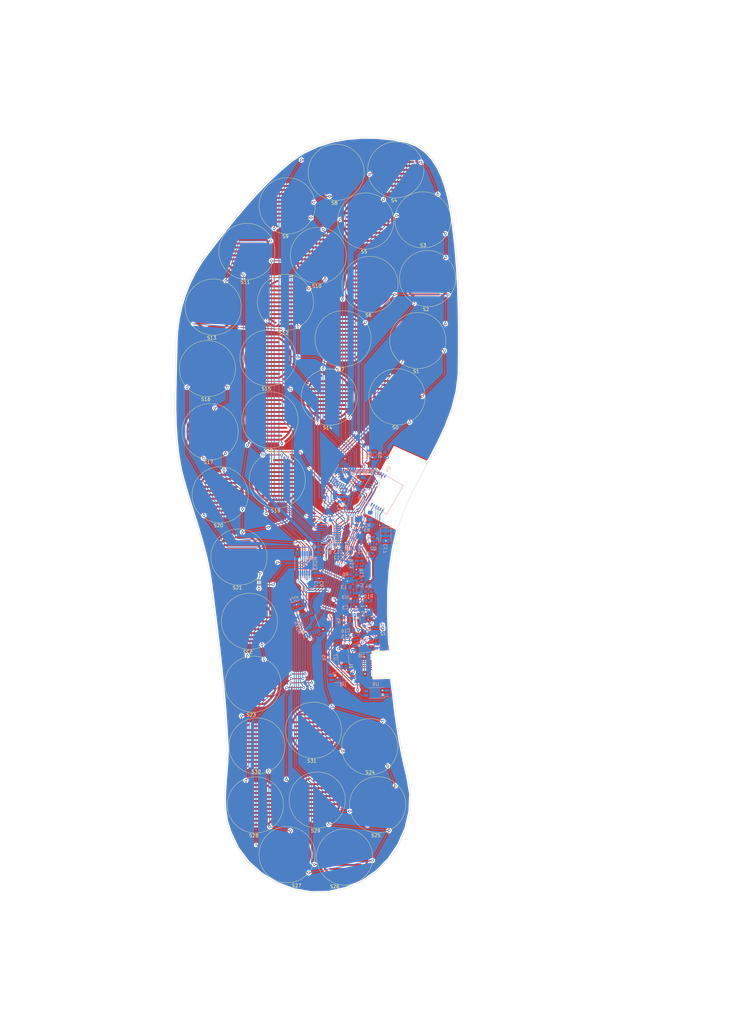
<source format=kicad_pcb>
(kicad_pcb (version 20171130) (host pcbnew "(5.0.0)")
  (layers (0 F.Cu signal) (31 B.Cu signal) (34 B.Paste user hide) (35 F.Paste user) (36 B.SilkS user hide) (37 F.SilkS user hide) (38 B.Mask user hide) (39 F.Mask user hide) (44 Edge.Cuts user))
  (net 0 "")
  (net 1 GND)
  (net 2 +3V3)
  (net 3 +5V)
  (net 4 +BATT)
  (net 5 /U1_A7)
  (net 6 /U1_A6)
  (net 7 /U1_A5)
  (net 8 /U1_A4)
  (net 9 /U1_A3)
  (net 10 /U1_A2)
  (net 11 /U1_A1)
  (net 12 /U1_A0)
  (net 13 /U2_A7)
  (net 14 /U2_A6)
  (net 15 /U2_A5)
  (net 16 /U2_A4)
  (net 17 /U2_A3)
  (net 18 /U2_A2)
  (net 19 /U2_A1)
  (net 20 /U2_A0)
  (net 21 /U1_Data)
  (net 22 /U2_Data)
  (net 23 /U3_Data)
  (net 24 /U4_Data)
  (net 25 /U3_A7)
  (net 26 /U3_A6)
  (net 27 /U3_A5)
  (net 28 /U3_A4)
  (net 29 /U3_A3)
  (net 30 /U3_A2)
  (net 31 /U3_A1)
  (net 32 /U3_A0)
  (net 33 /U4_A7)
  (net 34 /U4_A6)
  (net 35 /U4_A5)
  (net 36 /U4_A4)
  (net 37 /U4_A3)
  (net 38 /U4_A2)
  (net 39 /U4_A1)
  (net 40 /U4_A0)
  (net 41 "Net-(L3-Pad1)")
  (net 42 "Net-(R1-Pad1)")
  (net 43 "Net-(R2-Pad2)")
  (net 44 "Net-(R3-Pad2)")
  (net 45 /S0)
  (net 46 /S1)
  (net 47 /S2)
  (net 48 /MUX_E)
  (net 49 -BATT)
  (net 50 "Net-(C1-Pad1)")
  (net 51 Analog_Batt_Lvl)
  (net 52 Enable_Batt_Lvl)
  (net 53 "Net-(R5-Pad1)")
  (net 54 "Net-(R5-Pad2)")
  (net 55 "Net-(R10-Pad1)")
  (net 56 "Net-(R11-Pad1)")
  (net 57 XRES)
  (net 58 P0.6)
  (net 59 P0.7)
  (net 60 /P0.7_USB)
  (net 61 /P0.6_USB)
  (net 62 /XRES_USB)
  (net 63 "Net-(Q2-Pad3)")
  (net 64 /+3V3_VDDR)
  (net 65 /+3V3_VDD)
  (module fsr_footprints:FSR_Circle_7mm (layer F.Cu) (at 151.179453 41.150707 180)
    (fp_text reference S9 (at 0.5 -9.3) (layer F.SilkS))
    (fp_text value FSR)
    (pad 1 smd custom (at -6.7 -1.2 180) (size 0.5 0.5) (layers F.Cu F.Mask) (net 22 /U2_Data) (options (clearance outline) (anchor circle)) (primitives (gr_line (start 12.3 2.4) (end 0.1 2.4) (width 0.6)) (gr_line (start 7.7 7.2) (end 3.3 7.2) (width 0.6)) (gr_line (start 12.3 0) (end 0.1 0) (width 0.6)) (gr_line (start 11.1 4.8) (end 0.9 4.8) (width 0.6)) (gr_line (start 8.1 -4.8) (end 3.3 -4.8) (width 0.6)) (gr_line (start 11.1 -2.4) (end 0.9 -2.4) (width 0.6)) (gr_arc (start 6.7 1.2) (end 3.3 7.2) (angle 120.9) (width 0.6))))
    (pad 2 smd custom (at 6.8 0 180) (size 0.5 0.5) (layers F.Cu F.Mask) (net 19 /U2_A1) (options (clearance outline) (anchor circle)) (primitives (gr_line (start -10.2 -4.8) (end -2 -4.8) (width 0.6)) (gr_line (start -11.8 -2.4) (end -0.4 -2.4) (width 0.6)) (gr_arc (start -6.8 0) (end -3.8 -6.2) (angle 133.6) (width 0.6)) (gr_line (start -12 2.4) (end -0.4 2.4) (width 0.6)) (gr_line (start -12.4 0) (end -0.2 0) (width 0.6)) (gr_line (start -10 4.8) (end -2 4.8) (width 0.6))))
  )
  (module Connector_PinHeader_1.00mm:PinHeader_1x02_P1.00mm_Vertical (layer F.Cu) (at 180.119453 169.100707 4)
    (fp_text reference J2 (at 0 1.56 4) (layer F.SilkS) (effects (justify mirror)))
    (fp_text value 3V7_Battery)
    (pad 2 thru_hole oval (at 0 -1 4) (size 0.85 0.85) (drill 0.5) (layers *.Cu *.Mask) (net 4 +BATT))
    (pad 1 thru_hole rect (at 0 0 4) (size 0.85 0.85) (drill 0.5) (layers *.Cu *.Mask) (net 49 -BATT))
  )
  (module Package_LGA:Bosch_LGA-14_3x2.5mm_P0.5mm (layer B.Cu) (at 171.229453 143.450707)
    (fp_text reference U2 (at 0 -2.5) (layer B.SilkS) (effects (justify mirror)))
    (fp_text value ISM330DLC)
    (pad 11 smd rect (at 1.2625 -0.75) (size 0.675 0.25) (layers B.Cu B.Paste B.Mask))
    (pad 10 smd rect (at 1.2625 -0.25) (size 0.675 0.25) (layers B.Cu B.Paste B.Mask))
    (pad 9 smd rect (at 1.2625 0.25) (size 0.675 0.25) (layers B.Cu B.Paste B.Mask))
    (pad 8 smd rect (at 1.2625 0.75) (size 0.675 0.25) (layers B.Cu B.Paste B.Mask) (net 2 +3V3))
    (pad 4 smd rect (at -1.2625 0.75) (size 0.675 0.25) (layers B.Cu B.Paste B.Mask))
    (pad 3 smd rect (at -1.2625 0.25) (size 0.675 0.25) (layers B.Cu B.Paste B.Mask) (net 1 GND))
    (pad 2 smd rect (at -1.2625 -0.25) (size 0.675 0.25) (layers B.Cu B.Paste B.Mask) (net 1 GND))
    (pad 1 smd rect (at -1.2625 -0.75) (size 0.675 0.25) (layers B.Cu B.Paste B.Mask) (net 1 GND))
    (pad 7 smd rect (at 0.5 1.0125) (size 0.25 0.675) (layers B.Cu B.Paste B.Mask) (net 1 GND))
    (pad 6 smd rect (at 0 1.0125) (size 0.25 0.675) (layers B.Cu B.Paste B.Mask) (net 1 GND))
    (pad 5 smd rect (at -0.5 1.0125) (size 0.25 0.675) (layers B.Cu B.Paste B.Mask) (net 2 +3V3))
    (pad 12 smd rect (at 0.5 -1.0125) (size 0.25 0.675) (layers B.Cu B.Paste B.Mask))
    (pad 14 smd rect (at -0.5 -1.0125) (size 0.25 0.675) (layers B.Cu B.Paste B.Mask) (net 43 "Net-(R2-Pad2)"))
    (pad 13 smd rect (at 0 -1.0125) (size 0.25 0.675) (layers B.Cu B.Paste B.Mask) (net 44 "Net-(R3-Pad2)"))
  )
  (module Capacitor_SMD:C_0603_1608Metric (layer B.Cu) (at 174.529453 169.150707 274)
    (fp_text reference C1 (at 0 -1.43 274) (layer B.SilkS) (effects (justify mirror)))
    (fp_text value 0.1uF)
    (pad 2 smd roundrect (at 0.7875 0 274) (size 0.875 0.95) (layers B.Cu B.Paste B.Mask) (net 49 -BATT))
    (pad 1 smd roundrect (at -0.7875 0 274) (size 0.875 0.95) (layers B.Cu B.Paste B.Mask) (net 50 "Net-(C1-Pad1)"))
  )
  (module Capacitor_SMD:C_0603_1608Metric (layer B.Cu) (at 153.579453 162.900707 290)
    (fp_text reference C2 (at -2.498995 -0.005009 290) (layer B.SilkS) (effects (justify mirror)))
    (fp_text value 1uF)
    (pad 2 smd roundrect (at 0.7875 0 290) (size 0.875 0.95) (layers B.Cu B.Paste B.Mask) (net 2 +3V3))
    (pad 1 smd roundrect (at -0.7875 0 290) (size 0.875 0.95) (layers B.Cu B.Paste B.Mask) (net 1 GND))
  )
  (module Capacitor_SMD:C_0603_1608Metric (layer B.Cu) (at 171.309453 162.560707 183)
    (fp_text reference C3 (at 2.530154 -0.127757 183) (layer B.SilkS) (effects (justify mirror)))
    (fp_text value 4.7uF)
    (pad 2 smd roundrect (at 0.7875 0 183) (size 0.875 0.95) (layers B.Cu B.Paste B.Mask) (net 4 +BATT))
    (pad 1 smd roundrect (at -0.7875 0 183) (size 0.875 0.95) (layers B.Cu B.Paste B.Mask) (net 1 GND))
  )
  (module Capacitor_SMD:C_0603_1608Metric (layer B.Cu) (at 173.015035 154.545774 4)
    (fp_text reference C4 (at 0.144756 1.513785 4) (layer B.SilkS) (effects (justify mirror)))
    (fp_text value 10uF)
    (pad 2 smd roundrect (at 0.7875 0 4) (size 0.875 0.95) (layers B.Cu B.Paste B.Mask) (net 1 GND))
    (pad 1 smd roundrect (at -0.7875 0 4) (size 0.875 0.95) (layers B.Cu B.Paste B.Mask) (net 2 +3V3))
  )
  (module Capacitor_SMD:C_0603_1608Metric (layer B.Cu) (at 155.029453 162.350707 290)
    (fp_text reference C5 (at -2.392243 0.140264 290) (layer B.SilkS) (effects (justify mirror)))
    (fp_text value 0.1uF)
    (pad 2 smd roundrect (at 0.7875 0 290) (size 0.875 0.95) (layers B.Cu B.Paste B.Mask) (net 2 +3V3))
    (pad 1 smd roundrect (at -0.7875 0 290) (size 0.875 0.95) (layers B.Cu B.Paste B.Mask) (net 1 GND))
  )
  (module Capacitor_SMD:C_0603_1608Metric (layer B.Cu) (at 161.629453 153.138207 90)
    (fp_text reference C6 (at -2.5125 0 90) (layer B.SilkS) (effects (justify mirror)))
    (fp_text value 1uF)
    (pad 2 smd roundrect (at 0.7875 0 90) (size 0.875 0.95) (layers B.Cu B.Paste B.Mask) (net 2 +3V3))
    (pad 1 smd roundrect (at -0.7875 0 90) (size 0.875 0.95) (layers B.Cu B.Paste B.Mask) (net 1 GND))
  )
  (module Capacitor_SMD:C_0603_1608Metric (layer B.Cu) (at 160.029453 153.150707 90)
    (fp_text reference C7 (at -2.5 0 90) (layer B.SilkS) (effects (justify mirror)))
    (fp_text value 0.1uF)
    (pad 2 smd roundrect (at 0.7875 0 90) (size 0.875 0.95) (layers B.Cu B.Paste B.Mask) (net 2 +3V3))
    (pad 1 smd roundrect (at -0.7875 0 90) (size 0.875 0.95) (layers B.Cu B.Paste B.Mask) (net 1 GND))
  )
  (module Capacitor_SMD:C_0603_1608Metric (layer B.Cu) (at 161.416953 146.050707 180)
    (fp_text reference C8 (at -2.3125 0 180) (layer B.SilkS))
    (fp_text value 1uF)
    (pad 2 smd roundrect (at 0.7875 0 180) (size 0.875 0.95) (layers B.Cu B.Paste B.Mask) (net 2 +3V3))
    (pad 1 smd roundrect (at -0.7875 0 180) (size 0.875 0.95) (layers B.Cu B.Paste B.Mask) (net 1 GND))
  )
  (module Capacitor_SMD:C_0603_1608Metric (layer B.Cu) (at 161.416953 144.450707 180)
    (fp_text reference C9 (at 2.3875 0 180) (layer B.SilkS))
    (fp_text value 0.1uF)
    (pad 2 smd roundrect (at 0.7875 0 180) (size 0.875 0.95) (layers B.Cu B.Paste B.Mask) (net 2 +3V3))
    (pad 1 smd roundrect (at -0.7875 0 180) (size 0.875 0.95) (layers B.Cu B.Paste B.Mask) (net 1 GND))
  )
  (module Capacitor_SMD:C_0603_1608Metric (layer B.Cu) (at 167.004453 130.013207 90)
    (fp_text reference C10 (at -2.9375 -0.075 90) (layer B.SilkS) (effects (justify mirror)))
    (fp_text value 1uF)
    (pad 2 smd roundrect (at 0.7875 0 90) (size 0.875 0.95) (layers B.Cu B.Paste B.Mask) (net 2 +3V3))
    (pad 1 smd roundrect (at -0.7875 0 90) (size 0.875 0.95) (layers B.Cu B.Paste B.Mask) (net 1 GND))
  )
  (module Capacitor_SMD:C_0603_1608Metric (layer B.Cu) (at 168.629453 130.025707 90)
    (fp_text reference C11 (at -2.95 -0.075 90) (layer B.SilkS) (effects (justify mirror)))
    (fp_text value 0.1uF)
    (pad 2 smd roundrect (at 0.7875 0 90) (size 0.875 0.95) (layers B.Cu B.Paste B.Mask) (net 2 +3V3))
    (pad 1 smd roundrect (at -0.7875 0 90) (size 0.875 0.95) (layers B.Cu B.Paste B.Mask) (net 1 GND))
  )
  (module Capacitor_SMD:C_0603_1608Metric (layer B.Cu) (at 169.541953 147.550707)
    (fp_text reference C12 (at -2.9125 0.1) (layer B.SilkS) (effects (justify mirror)))
    (fp_text value 1uF)
    (pad 2 smd roundrect (at 0.7875 0) (size 0.875 0.95) (layers B.Cu B.Paste B.Mask) (net 2 +3V3))
    (pad 1 smd roundrect (at -0.7875 0) (size 0.875 0.95) (layers B.Cu B.Paste B.Mask) (net 1 GND))
  )
  (module Capacitor_SMD:C_0603_1608Metric (layer B.Cu) (at 169.541953 145.950707)
    (fp_text reference C13 (at -2.9225 0.03) (layer B.SilkS) (effects (justify mirror)))
    (fp_text value 0.1uF)
    (pad 2 smd roundrect (at 0.7875 0) (size 0.875 0.95) (layers B.Cu B.Paste B.Mask) (net 2 +3V3))
    (pad 1 smd roundrect (at -0.7875 0) (size 0.875 0.95) (layers B.Cu B.Paste B.Mask) (net 1 GND))
  )
  (module Capacitor_SMD:C_0603_1608Metric (layer B.Cu) (at 173.029453 147.150707 180)
    (fp_text reference C14 (at 0.22 1.35 180) (layer B.SilkS) (effects (justify mirror)))
    (fp_text value 0.1uF)
    (pad 2 smd roundrect (at 0.7875 0 180) (size 0.875 0.95) (layers B.Cu B.Paste B.Mask) (net 1 GND))
    (pad 1 smd roundrect (at -0.7875 0 180) (size 0.875 0.95) (layers B.Cu B.Paste B.Mask) (net 51 Analog_Batt_Lvl))
  )
  (module Inductor_SMD:L_0805_2012Metric_Pad1.15x1.40mm_HandSolder (layer B.Cu) (at 176.359453 135.095707 90)
    (fp_text reference L1 (at 0 -1.65 90) (layer B.SilkS) (effects (justify mirror)))
    (fp_text value "300ohm 100MHz")
    (pad 2 smd roundrect (at 1.025 0 90) (size 1.15 1.4) (layers B.Cu B.Paste B.Mask) (roundrect_rratio 0.217391) (net 64 /+3V3_VDDR))
    (pad 1 smd roundrect (at -1.025 0 90) (size 1.15 1.4) (layers B.Cu B.Paste B.Mask) (roundrect_rratio 0.217391) (net 2 +3V3))
  )
  (module Inductor_SMD:L_0805_2012Metric_Pad1.15x1.40mm_HandSolder (layer B.Cu) (at 173.679453 124.260707 60)
    (fp_text reference L2 (at 2.666858 0.019134 60) (layer B.SilkS) (effects (justify mirror)))
    (fp_text value "300ohm 100MHz")
    (pad 2 smd roundrect (at 1.025 0 60) (size 1.15 1.4) (layers B.Cu B.Paste B.Mask) (roundrect_rratio 0.217391) (net 65 /+3V3_VDD))
    (pad 1 smd roundrect (at -1.025 0 60) (size 1.15 1.4) (layers B.Cu B.Paste B.Mask) (roundrect_rratio 0.217391) (net 2 +3V3))
  )
  (module Inductor_SMD:L_0805_2012Metric_Pad1.15x1.40mm_HandSolder (layer B.Cu) (at 171.25695 156.500707 3)
    (fp_text reference L3 (at -3.001949 -0.041005 3) (layer B.SilkS) (effects (justify mirror)))
    (fp_text value 1uH)
    (pad 2 smd roundrect (at 1.025 0 3) (size 1.15 1.4) (layers B.Cu B.Paste B.Mask) (roundrect_rratio 0.217391) (net 2 +3V3))
    (pad 1 smd roundrect (at -1.025 0 3) (size 1.15 1.4) (layers B.Cu B.Paste B.Mask) (roundrect_rratio 0.217391) (net 41 "Net-(L3-Pad1)"))
  )
  (module Package_SO:TSSOP-16_4.4x5mm_P0.65mm (layer B.Cu) (at 168.129453 122.650707 240)
    (fp_text reference MUX1 (at 0 -3.55 240) (layer B.SilkS) (effects (justify mirror)))
    (fp_text value CD74HC4051)
    (pad 16 smd rect (at 2.95 -2.275 240) (size 1.5 0.45) (layers B.Cu B.Paste B.Mask) (net 2 +3V3))
    (pad 15 smd rect (at 2.95 -1.625 240) (size 1.5 0.45) (layers B.Cu B.Paste B.Mask) (net 10 /U1_A2))
    (pad 14 smd rect (at 2.95 -0.975 240) (size 1.5 0.45) (layers B.Cu B.Paste B.Mask) (net 11 /U1_A1))
    (pad 13 smd rect (at 2.95 -0.325 240) (size 1.5 0.45) (layers B.Cu B.Paste B.Mask) (net 12 /U1_A0))
    (pad 12 smd rect (at 2.95 0.325 240) (size 1.5 0.45) (layers B.Cu B.Paste B.Mask) (net 9 /U1_A3))
    (pad 11 smd rect (at 2.95 0.975 240) (size 1.5 0.45) (layers B.Cu B.Paste B.Mask) (net 45 /S0))
    (pad 10 smd rect (at 2.95 1.625 240) (size 1.5 0.45) (layers B.Cu B.Paste B.Mask) (net 46 /S1))
    (pad 9 smd rect (at 2.95 2.275 240) (size 1.5 0.45) (layers B.Cu B.Paste B.Mask) (net 47 /S2))
    (pad 8 smd rect (at -2.95 2.275 240) (size 1.5 0.45) (layers B.Cu B.Paste B.Mask) (net 1 GND))
    (pad 7 smd rect (at -2.95 1.625 240) (size 1.5 0.45) (layers B.Cu B.Paste B.Mask) (net 1 GND))
    (pad 6 smd rect (at -2.95 0.975 240) (size 1.5 0.45) (layers B.Cu B.Paste B.Mask) (net 48 /MUX_E))
    (pad 5 smd rect (at -2.95 0.325 240) (size 1.5 0.45) (layers B.Cu B.Paste B.Mask) (net 7 /U1_A5))
    (pad 4 smd rect (at -2.95 -0.325 240) (size 1.5 0.45) (layers B.Cu B.Paste B.Mask) (net 5 /U1_A7))
    (pad 3 smd rect (at -2.95 -0.975 240) (size 1.5 0.45) (layers B.Cu B.Paste B.Mask) (net 2 +3V3))
    (pad 2 smd rect (at -2.95 -1.625 240) (size 1.5 0.45) (layers B.Cu B.Paste B.Mask) (net 6 /U1_A6))
    (pad 1 smd rect (at -2.95 -2.275 240) (size 1.5 0.45) (layers B.Cu B.Paste B.Mask) (net 8 /U1_A4))
  )
  (module Package_SO:TSSOP-16_4.4x5mm_P0.65mm (layer B.Cu) (at 163.529453 140.450707 180)
    (fp_text reference MUX2 (at -1.7 -3.6 180) (layer B.SilkS) (effects (justify mirror)))
    (fp_text value CD74HC4051)
    (pad 16 smd rect (at 2.95 -2.275 180) (size 1.5 0.45) (layers B.Cu B.Paste B.Mask) (net 2 +3V3))
    (pad 15 smd rect (at 2.95 -1.625 180) (size 1.5 0.45) (layers B.Cu B.Paste B.Mask) (net 18 /U2_A2))
    (pad 14 smd rect (at 2.95 -0.975 180) (size 1.5 0.45) (layers B.Cu B.Paste B.Mask) (net 19 /U2_A1))
    (pad 13 smd rect (at 2.95 -0.325 180) (size 1.5 0.45) (layers B.Cu B.Paste B.Mask) (net 20 /U2_A0))
    (pad 12 smd rect (at 2.95 0.325 180) (size 1.5 0.45) (layers B.Cu B.Paste B.Mask) (net 17 /U2_A3))
    (pad 11 smd rect (at 2.95 0.975 180) (size 1.5 0.45) (layers B.Cu B.Paste B.Mask) (net 45 /S0))
    (pad 10 smd rect (at 2.95 1.625 180) (size 1.5 0.45) (layers B.Cu B.Paste B.Mask) (net 46 /S1))
    (pad 9 smd rect (at 2.95 2.275 180) (size 1.5 0.45) (layers B.Cu B.Paste B.Mask) (net 47 /S2))
    (pad 8 smd rect (at -2.95 2.275 180) (size 1.5 0.45) (layers B.Cu B.Paste B.Mask) (net 1 GND))
    (pad 7 smd rect (at -2.95 1.625 180) (size 1.5 0.45) (layers B.Cu B.Paste B.Mask) (net 1 GND))
    (pad 6 smd rect (at -2.95 0.975 180) (size 1.5 0.45) (layers B.Cu B.Paste B.Mask) (net 48 /MUX_E))
    (pad 5 smd rect (at -2.95 0.325 180) (size 1.5 0.45) (layers B.Cu B.Paste B.Mask) (net 15 /U2_A5))
    (pad 4 smd rect (at -2.95 -0.325 180) (size 1.5 0.45) (layers B.Cu B.Paste B.Mask) (net 13 /U2_A7))
    (pad 3 smd rect (at -2.95 -0.975 180) (size 1.5 0.45) (layers B.Cu B.Paste B.Mask) (net 2 +3V3))
    (pad 2 smd rect (at -2.95 -1.625 180) (size 1.5 0.45) (layers B.Cu B.Paste B.Mask) (net 14 /U2_A6))
    (pad 1 smd rect (at -2.95 -2.275 180) (size 1.5 0.45) (layers B.Cu B.Paste B.Mask) (net 16 /U2_A4))
  )
  (module Package_SO:TSSOP-16_4.4x5mm_P0.65mm (layer B.Cu) (at 156.229453 149.400707 270)
    (fp_text reference MUX3 (at 0 -3.55 270) (layer B.SilkS) (effects (justify mirror)))
    (fp_text value CD74HC4051)
    (pad 16 smd rect (at 2.95 -2.275 270) (size 1.5 0.45) (layers B.Cu B.Paste B.Mask) (net 2 +3V3))
    (pad 15 smd rect (at 2.95 -1.625 270) (size 1.5 0.45) (layers B.Cu B.Paste B.Mask) (net 30 /U3_A2))
    (pad 14 smd rect (at 2.95 -0.975 270) (size 1.5 0.45) (layers B.Cu B.Paste B.Mask) (net 31 /U3_A1))
    (pad 13 smd rect (at 2.95 -0.325 270) (size 1.5 0.45) (layers B.Cu B.Paste B.Mask) (net 32 /U3_A0))
    (pad 12 smd rect (at 2.95 0.325 270) (size 1.5 0.45) (layers B.Cu B.Paste B.Mask) (net 29 /U3_A3))
    (pad 11 smd rect (at 2.95 0.975 270) (size 1.5 0.45) (layers B.Cu B.Paste B.Mask) (net 45 /S0))
    (pad 10 smd rect (at 2.95 1.625 270) (size 1.5 0.45) (layers B.Cu B.Paste B.Mask) (net 46 /S1))
    (pad 9 smd rect (at 2.95 2.275 270) (size 1.5 0.45) (layers B.Cu B.Paste B.Mask) (net 47 /S2))
    (pad 8 smd rect (at -2.95 2.275 270) (size 1.5 0.45) (layers B.Cu B.Paste B.Mask) (net 1 GND))
    (pad 7 smd rect (at -2.95 1.625 270) (size 1.5 0.45) (layers B.Cu B.Paste B.Mask) (net 1 GND))
    (pad 6 smd rect (at -2.95 0.975 270) (size 1.5 0.45) (layers B.Cu B.Paste B.Mask) (net 48 /MUX_E))
    (pad 5 smd rect (at -2.95 0.325 270) (size 1.5 0.45) (layers B.Cu B.Paste B.Mask) (net 27 /U3_A5))
    (pad 4 smd rect (at -2.95 -0.325 270) (size 1.5 0.45) (layers B.Cu B.Paste B.Mask) (net 25 /U3_A7))
    (pad 3 smd rect (at -2.95 -0.975 270) (size 1.5 0.45) (layers B.Cu B.Paste B.Mask) (net 2 +3V3))
    (pad 2 smd rect (at -2.95 -1.625 270) (size 1.5 0.45) (layers B.Cu B.Paste B.Mask) (net 26 /U3_A6))
    (pad 1 smd rect (at -2.95 -2.275 270) (size 1.5 0.45) (layers B.Cu B.Paste B.Mask) (net 28 /U3_A4))
  )
  (module Package_SO:TSSOP-16_4.4x5mm_P0.65mm (layer B.Cu) (at 157.679453 167.700707 110)
    (fp_text reference MUX4 (at 0 -3.55 110) (layer B.SilkS) (effects (justify mirror)))
    (fp_text value CD74HC4051)
    (pad 16 smd rect (at 2.95 -2.275 110) (size 1.5 0.45) (layers B.Cu B.Paste B.Mask) (net 2 +3V3))
    (pad 15 smd rect (at 2.95 -1.625 110) (size 1.5 0.45) (layers B.Cu B.Paste B.Mask) (net 38 /U4_A2))
    (pad 14 smd rect (at 2.95 -0.975 110) (size 1.5 0.45) (layers B.Cu B.Paste B.Mask) (net 39 /U4_A1))
    (pad 13 smd rect (at 2.95 -0.325 110) (size 1.5 0.45) (layers B.Cu B.Paste B.Mask) (net 40 /U4_A0))
    (pad 12 smd rect (at 2.95 0.325 110) (size 1.5 0.45) (layers B.Cu B.Paste B.Mask) (net 37 /U4_A3))
    (pad 11 smd rect (at 2.95 0.975 110) (size 1.5 0.45) (layers B.Cu B.Paste B.Mask) (net 45 /S0))
    (pad 10 smd rect (at 2.95 1.625 110) (size 1.5 0.45) (layers B.Cu B.Paste B.Mask) (net 46 /S1))
    (pad 9 smd rect (at 2.95 2.275 110) (size 1.5 0.45) (layers B.Cu B.Paste B.Mask) (net 47 /S2))
    (pad 8 smd rect (at -2.95 2.275 110) (size 1.5 0.45) (layers B.Cu B.Paste B.Mask) (net 1 GND))
    (pad 7 smd rect (at -2.95 1.625 110) (size 1.5 0.45) (layers B.Cu B.Paste B.Mask) (net 1 GND))
    (pad 6 smd rect (at -2.95 0.975 110) (size 1.5 0.45) (layers B.Cu B.Paste B.Mask) (net 48 /MUX_E))
    (pad 5 smd rect (at -2.95 0.325 110) (size 1.5 0.45) (layers B.Cu B.Paste B.Mask) (net 35 /U4_A5))
    (pad 4 smd rect (at -2.95 -0.325 110) (size 1.5 0.45) (layers B.Cu B.Paste B.Mask) (net 33 /U4_A7))
    (pad 3 smd rect (at -2.95 -0.975 110) (size 1.5 0.45) (layers B.Cu B.Paste B.Mask) (net 2 +3V3))
    (pad 2 smd rect (at -2.95 -1.625 110) (size 1.5 0.45) (layers B.Cu B.Paste B.Mask) (net 34 /U4_A6))
    (pad 1 smd rect (at -2.95 -2.275 110) (size 1.5 0.45) (layers B.Cu B.Paste B.Mask) (net 36 /U4_A4))
  )
  (module Package_TO_SOT_SMD:SOT-23 (layer B.Cu) (at 177.329453 142.550707 90)
    (fp_text reference Q2 (at -2.43 -0.03) (layer B.SilkS) (effects (justify mirror)))
    (fp_text value Q_PMOS_GSD)
    (pad 3 smd rect (at 1 0 90) (size 0.9 0.8) (layers B.Cu B.Paste B.Mask) (net 63 "Net-(Q2-Pad3)"))
    (pad 2 smd rect (at -1 0.95 90) (size 0.9 0.8) (layers B.Cu B.Paste B.Mask) (net 4 +BATT))
    (pad 1 smd rect (at -1 -0.95 90) (size 0.9 0.8) (layers B.Cu B.Paste B.Mask) (net 52 Enable_Batt_Lvl))
  )
  (module Resistor_SMD:R_0603_1608Metric (layer B.Cu) (at 168.148238 166.634286 93)
    (fp_text reference R1 (at 0 -1.43 93) (layer B.SilkS) (effects (justify mirror)))
    (fp_text value 10k)
    (pad 2 smd roundrect (at 0.7875 0 93) (size 0.875 0.95) (layers B.Cu B.Paste B.Mask) (net 49 -BATT))
    (pad 1 smd roundrect (at -0.7875 0 93) (size 0.875 0.95) (layers B.Cu B.Paste B.Mask) (net 42 "Net-(R1-Pad1)"))
  )
  (module Resistor_SMD:R_0603_1608Metric (layer B.Cu) (at 172.941953 137.850707 180)
    (fp_text reference R2 (at -2.4875 -0.1 180) (layer B.SilkS) (effects (justify mirror)))
    (fp_text value 10k)
    (pad 2 smd roundrect (at 0.7875 0 180) (size 0.875 0.95) (layers B.Cu B.Paste B.Mask) (net 43 "Net-(R2-Pad2)"))
    (pad 1 smd roundrect (at -0.7875 0 180) (size 0.875 0.95) (layers B.Cu B.Paste B.Mask) (net 2 +3V3))
  )
  (module Resistor_SMD:R_0603_1608Metric (layer B.Cu) (at 172.929453 139.450707 180)
    (fp_text reference R3 (at -2.4 0 180) (layer B.SilkS) (effects (justify mirror)))
    (fp_text value 10k)
    (pad 2 smd roundrect (at 0.7875 0 180) (size 0.875 0.95) (layers B.Cu B.Paste B.Mask) (net 44 "Net-(R3-Pad2)"))
    (pad 1 smd roundrect (at -0.7875 0 180) (size 0.875 0.95) (layers B.Cu B.Paste B.Mask) (net 2 +3V3))
  )
  (module Resistor_SMD:R_0603_1608Metric (layer B.Cu) (at 175.769453 157.898707)
    (fp_text reference R4 (at 0 -1.43) (layer B.SilkS) (effects (justify mirror)))
    (fp_text value "390 ohm")
    (pad 2 smd roundrect (at 0.7875 0) (size 0.875 0.95) (layers B.Cu B.Paste B.Mask) (net 50 "Net-(C1-Pad1)"))
    (pad 1 smd roundrect (at -0.7875 0) (size 0.875 0.95) (layers B.Cu B.Paste B.Mask) (net 4 +BATT))
  )
  (module Resistor_SMD:R_0603_1608Metric (layer B.Cu) (at 163.729453 177.850707 94)
    (fp_text reference R5 (at 0 -1.43 94) (layer B.SilkS) (effects (justify mirror)))
    (fp_text value 0-1k)
    (pad 2 smd roundrect (at 0.7875 0 94) (size 0.875 0.95) (layers B.Cu B.Paste B.Mask) (net 54 "Net-(R5-Pad2)"))
    (pad 1 smd roundrect (at -0.7875 0 94) (size 0.875 0.95) (layers B.Cu B.Paste B.Mask) (net 53 "Net-(R5-Pad1)"))
  )
  (module Resistor_SMD:R_0603_1608Metric (layer B.Cu) (at 171.341953 152.750707 180)
    (fp_text reference R6 (at 2.5125 0 180) (layer B.SilkS) (effects (justify mirror)))
    (fp_text value 10k)
    (pad 2 smd roundrect (at 0.7875 0 180) (size 0.875 0.95) (layers B.Cu B.Paste B.Mask) (net 24 /U4_Data))
    (pad 1 smd roundrect (at -0.7875 0 180) (size 0.875 0.95) (layers B.Cu B.Paste B.Mask) (net 1 GND))
  )
  (module Resistor_SMD:R_0603_1608Metric (layer B.Cu) (at 163.429453 136.300707 180)
    (fp_text reference R7 (at 2.5 -0.05 180) (layer B.SilkS) (effects (justify mirror)))
    (fp_text value 10k)
    (pad 2 smd roundrect (at 0.7875 0 180) (size 0.875 0.95) (layers B.Cu B.Paste B.Mask) (net 23 /U3_Data))
    (pad 1 smd roundrect (at -0.7875 0 180) (size 0.875 0.95) (layers B.Cu B.Paste B.Mask) (net 1 GND))
  )
  (module Resistor_SMD:R_0603_1608Metric (layer B.Cu) (at 177.829453 116.538207 90)
    (fp_text reference R8 (at 0 -1.43 90) (layer B.SilkS) (effects (justify mirror)))
    (fp_text value 10k)
    (pad 2 smd roundrect (at 0.7875 0 90) (size 0.875 0.95) (layers B.Cu B.Paste B.Mask) (net 22 /U2_Data))
    (pad 1 smd roundrect (at -0.7875 0 90) (size 0.875 0.95) (layers B.Cu B.Paste B.Mask) (net 1 GND))
  )
  (module Resistor_SMD:R_0603_1608Metric (layer B.Cu) (at 180.829453 116.550707 90)
    (fp_text reference R9 (at 0 -1.43 90) (layer B.SilkS) (effects (justify mirror)))
    (fp_text value 10k)
    (pad 2 smd roundrect (at 0.7875 0 90) (size 0.875 0.95) (layers B.Cu B.Paste B.Mask) (net 21 /U1_Data))
    (pad 1 smd roundrect (at -0.7875 0 90) (size 0.875 0.95) (layers B.Cu B.Paste B.Mask) (net 1 GND))
  )
  (module Resistor_SMD:R_0603_1608Metric (layer B.Cu) (at 175.794953 160.692707 180)
    (fp_text reference R10 (at 0 1.27 180) (layer B.SilkS) (effects (justify mirror)))
    (fp_text value 2.7k)
    (pad 2 smd roundrect (at 0.7875 0 180) (size 0.875 0.95) (layers B.Cu B.Paste B.Mask) (net 1 GND))
    (pad 1 smd roundrect (at -0.7875 0 180) (size 0.875 0.95) (layers B.Cu B.Paste B.Mask) (net 55 "Net-(R10-Pad1)"))
  )
  (module Resistor_SMD:R_0603_1608Metric (layer B.Cu) (at 177.24495 172.050707 5)
    (fp_text reference R11 (at -2.848361 0.252711 5) (layer B.SilkS) (effects (justify mirror)))
    (fp_text value "100-500 ohm")
    (pad 2 smd roundrect (at 0.7875 0 5) (size 0.875 0.95) (layers B.Cu B.Paste B.Mask) (net 2 +3V3))
    (pad 1 smd roundrect (at -0.7875 0 5) (size 0.875 0.95) (layers B.Cu B.Paste B.Mask) (net 56 "Net-(R11-Pad1)"))
  )
  (module Resistor_SMD:R_0603_1608Metric (layer B.Cu) (at 173.829453 149.438207 90)
    (fp_text reference R12 (at -2.9125 -0.1 90) (layer B.SilkS) (effects (justify mirror)))
    (fp_text value 10k)
    (pad 2 smd roundrect (at 0.7875 0 90) (size 0.875 0.95) (layers B.Cu B.Paste B.Mask) (net 51 Analog_Batt_Lvl))
    (pad 1 smd roundrect (at -0.7875 0 90) (size 0.875 0.95) (layers B.Cu B.Paste B.Mask) (net 63 "Net-(Q2-Pad3)"))
  )
  (module Resistor_SMD:R_0603_1608Metric (layer B.Cu) (at 172.129453 149.450707 270)
    (fp_text reference R13 (at 0.1 1.4 270) (layer B.SilkS) (effects (justify mirror)))
    (fp_text value 10k)
    (pad 2 smd roundrect (at 0.7875 0 270) (size 0.875 0.95) (layers B.Cu B.Paste B.Mask) (net 1 GND))
    (pad 1 smd roundrect (at -0.7875 0 270) (size 0.875 0.95) (layers B.Cu B.Paste B.Mask) (net 51 Analog_Batt_Lvl))
  )
  (module Resistor_SMD:R_0603_1608Metric (layer B.Cu) (at 176.929453 147.163207 90)
    (fp_text reference R14 (at 0 -1.43 90) (layer B.SilkS) (effects (justify mirror)))
    (fp_text value 100k)
    (pad 2 smd roundrect (at 0.7875 0 90) (size 0.875 0.95) (layers B.Cu B.Paste B.Mask) (net 52 Enable_Batt_Lvl))
    (pad 1 smd roundrect (at -0.7875 0 90) (size 0.875 0.95) (layers B.Cu B.Paste B.Mask) (net 4 +BATT))
  )
  (module Package_TO_SOT_SMD:TSOT-23-5 (layer B.Cu) (at 171.729453 166.350707 273)
    (fp_text reference U1 (at -2.60167 -0.036211 183) (layer B.SilkS) (effects (font (size 0.9 0.9)) (justify mirror)))
    (fp_text value STC4054-4.2)
    (pad 5 smd rect (at 1.31 -0.95 273) (size 1.22 0.65) (layers B.Cu B.Paste B.Mask) (net 42 "Net-(R1-Pad1)"))
    (pad 4 smd rect (at 1.31 0.95 273) (size 1.22 0.65) (layers B.Cu B.Paste B.Mask) (net 3 +5V))
    (pad 3 smd rect (at -1.31 0.95 273) (size 1.22 0.65) (layers B.Cu B.Paste B.Mask) (net 4 +BATT))
    (pad 2 smd rect (at -1.31 0 273) (size 1.22 0.65) (layers B.Cu B.Paste B.Mask) (net 49 -BATT))
    (pad 1 smd rect (at -1.31 -0.95 273) (size 1.22 0.65) (layers B.Cu B.Paste B.Mask))
  )
  (module Package_TO_SOT_SMD:TSOT-23-5 (layer B.Cu) (at 171.379453 159.660707 93)
    (fp_text reference U3 (at 0.142354 -2.716272 3) (layer B.SilkS) (effects (font (size 0.9 0.9)) (justify mirror)))
    (fp_text value ADP2108AUJ-3.3)
    (pad 5 smd rect (at 1.31 -0.95 93) (size 1.22 0.65) (layers B.Cu B.Paste B.Mask) (net 41 "Net-(L3-Pad1)"))
    (pad 4 smd rect (at 1.31 0.95 93) (size 1.22 0.65) (layers B.Cu B.Paste B.Mask) (net 2 +3V3))
    (pad 3 smd rect (at -1.31 0.95 93) (size 1.22 0.65) (layers B.Cu B.Paste B.Mask) (net 4 +BATT))
    (pad 2 smd rect (at -1.31 0 93) (size 1.22 0.65) (layers B.Cu B.Paste B.Mask) (net 1 GND))
    (pad 1 smd rect (at -1.31 -0.95 93) (size 1.22 0.65) (layers B.Cu B.Paste B.Mask) (net 4 +BATT))
  )
  (module Digikey_EZ_BLE:CYBLE-222014-01 (layer B.Cu) (at 178.259453 126.790707 240)
    (fp_text reference U4 (at -6.915172 -0.037429 240) (layer B.SilkS) (effects (justify mirror)))
    (fp_text value CYBLE-222014-01)
    (pad 1 smd rect (at 4.89 -4.91 240) (size 1 0.41) (layers B.Cu B.Paste B.Mask) (net 1 GND))
    (pad 2 smd rect (at 4.89 -4.14 240) (size 1 0.41) (layers B.Cu B.Paste B.Mask))
    (pad 3 smd rect (at 4.89 -3.38 240) (size 1 0.41) (layers B.Cu B.Paste B.Mask) (net 52 Enable_Batt_Lvl))
    (pad 4 smd rect (at 4.89 -2.62 240) (size 1 0.41) (layers B.Cu B.Paste B.Mask) (net 51 Analog_Batt_Lvl))
    (pad 5 smd rect (at 4.89 -1.86 240) (size 1 0.41) (layers B.Cu B.Paste B.Mask) (net 64 /+3V3_VDDR))
    (pad 7 smd rect (at 4.34 3.19 330) (size 1 0.41) (layers B.Cu B.Paste B.Mask) (net 48 /MUX_E))
    (pad 8 smd rect (at 3.58 3.19 330) (size 1 0.41) (layers B.Cu B.Paste B.Mask) (net 59 P0.7))
    (pad 9 smd rect (at 2.81 3.19 330) (size 1 0.41) (layers B.Cu B.Paste B.Mask) (net 43 "Net-(R2-Pad2)"))
    (pad 10 smd rect (at 2.05 3.19 330) (size 1 0.41) (layers B.Cu B.Paste B.Mask) (net 44 "Net-(R3-Pad2)"))
    (pad 11 smd rect (at 1.29 3.19 330) (size 1 0.41) (layers B.Cu B.Paste B.Mask) (net 1 GND))
    (pad 12 smd rect (at 0.53 3.19 330) (size 1 0.41) (layers B.Cu B.Paste B.Mask) (net 58 P0.6))
    (pad 13 smd rect (at -0.23 3.19 330) (size 1 0.41) (layers B.Cu B.Paste B.Mask) (net 24 /U4_Data))
    (pad 14 smd rect (at -1 3.19 330) (size 1 0.41) (layers B.Cu B.Paste B.Mask) (net 65 /+3V3_VDD))
    (pad 15 smd rect (at -1.76 3.19 330) (size 1 0.41) (layers B.Cu B.Paste B.Mask) (net 57 XRES))
    (pad 16 smd rect (at -2.52 3.19 330) (size 1 0.41) (layers B.Cu B.Paste B.Mask) (net 23 /U3_Data))
    (pad 17 smd rect (at -3.28 3.19 330) (size 1 0.41) (layers B.Cu B.Paste B.Mask) (net 22 /U2_Data))
    (pad 18 smd rect (at -4.04 3.19 330) (size 1 0.41) (layers B.Cu B.Paste B.Mask) (net 21 /U1_Data))
    (pad 19 smd rect (at -4.6 1.95 240) (size 1 0.41) (layers B.Cu B.Paste B.Mask) (net 45 /S0))
    (pad 20 smd rect (at -4.6 1.19 240) (size 1 0.41) (layers B.Cu B.Paste B.Mask) (net 46 /S1))
    (pad 21 smd rect (at -4.6 0.43 240) (size 1 0.41) (layers B.Cu B.Paste B.Mask) (net 47 /S2))
    (pad 22 smd rect (at -4.6 -0.33 240) (size 1 0.41) (layers B.Cu B.Paste B.Mask))
    (pad 6 smd rect (at 4.89 -1.1 240) (size 1 0.41) (layers B.Cu B.Paste B.Mask))
  )
  (module SamacSys_Parts:AP9211SAACHAC7 (layer B.Cu) (at 176.179453 164.500707 4)
    (fp_text reference U5 (at -1.955713 0.013605 -86) (layer B.SilkS) (effects (font (size 0.9 0.9)) (justify mirror)))
    (fp_text value AP9211SA-AN-HAC-7 hide)
    (pad 7 smd rect (at 0 0 94) (size 1.8 1.8) (layers B.Cu B.Paste B.Mask))
    (pad 6 smd rect (at -0.599 -1.35 94) (size 0.5 0.75) (layers B.Cu B.Paste B.Mask) (net 1 GND))
    (pad 5 smd rect (at 0.176 -1.35 4) (size 0.4 0.5) (layers B.Cu B.Paste B.Mask) (net 55 "Net-(R10-Pad1)"))
    (pad 4 smd rect (at 0.776 -1.35 4) (size 0.4 0.5) (layers B.Cu B.Paste B.Mask))
    (pad 3 smd rect (at 0.776 1.35 4) (size 0.4 0.5) (layers B.Cu B.Paste B.Mask) (net 50 "Net-(C1-Pad1)"))
    (pad 2 smd rect (at 0.176004 1.35 4) (size 0.4 0.5) (layers B.Cu B.Paste B.Mask) (net 49 -BATT))
    (pad 1 smd rect (at -0.599 1.35 94) (size 0.5 0.75) (layers B.Cu B.Paste B.Mask) (net 49 -BATT))
  )
  (module Package_SO:SOP-4_4.4x2.8mm_P1.27mm (layer B.Cu) (at 174.929453 174.750707 5)
    (fp_text reference U6 (at -1.521658 2.476804 5) (layer B.SilkS) (effects (justify mirror)))
    (fp_text value TCMT1100)
    (pad 4 smd rect (at 3.15 -0.64 5) (size 1.3 0.8) (layers B.Cu B.Paste B.Mask) (net 2 +3V3))
    (pad 3 smd rect (at 3.15 0.64 5) (size 1.3 0.8) (layers B.Cu B.Paste B.Mask) (net 54 "Net-(R5-Pad2)"))
    (pad 2 smd rect (at -3.15 0.64 5) (size 1.3 0.8) (layers B.Cu B.Paste B.Mask) (net 3 +5V))
    (pad 1 smd rect (at -3.15 -0.64 5) (size 1.3 0.8) (layers B.Cu B.Paste B.Mask) (net 56 "Net-(R11-Pad1)"))
  )
  (module Package_SO:SOP-4_4.4x2.8mm_P1.27mm (layer B.Cu) (at 168.129453 177.650707 94)
    (fp_text reference U7 (at 0 -2.4 94) (layer B.SilkS) (effects (justify mirror)))
    (fp_text value TCMT1100)
    (pad 4 smd rect (at 3.15 -0.64 94) (size 1.3 0.8) (layers B.Cu B.Paste B.Mask) (net 62 /XRES_USB))
    (pad 3 smd rect (at 3.15 0.64 94) (size 1.3 0.8) (layers B.Cu B.Paste B.Mask) (net 57 XRES))
    (pad 2 smd rect (at -3.15 0.64 94) (size 1.3 0.8) (layers B.Cu B.Paste B.Mask) (net 1 GND))
    (pad 1 smd rect (at -3.15 -0.64 94) (size 1.3 0.8) (layers B.Cu B.Paste B.Mask) (net 53 "Net-(R5-Pad1)"))
  )
  (module Package_SO:SOP-4_4.4x2.8mm_P1.27mm (layer B.Cu) (at 167.629453 183.750707 6)
    (fp_text reference U8 (at 0.246393 2.439117 6) (layer B.SilkS) (effects (justify mirror)))
    (fp_text value TCMT1100)
    (pad 4 smd rect (at 3.15 -0.64 6) (size 1.3 0.8) (layers B.Cu B.Paste B.Mask) (net 61 /P0.6_USB))
    (pad 3 smd rect (at 3.15 0.64 6) (size 1.3 0.8) (layers B.Cu B.Paste B.Mask) (net 58 P0.6))
    (pad 2 smd rect (at -3.15 0.64 6) (size 1.3 0.8) (layers B.Cu B.Paste B.Mask) (net 1 GND))
    (pad 1 smd rect (at -3.15 -0.64 6) (size 1.3 0.8) (layers B.Cu B.Paste B.Mask) (net 53 "Net-(R5-Pad1)"))
  )
  (module Package_SO:SOP-4_4.4x2.8mm_P1.27mm (layer B.Cu) (at 178.259453 188.660707 182)
    (fp_text reference U9 (at 0.157364 2.657111 182) (layer B.SilkS) (effects (justify mirror)))
    (fp_text value TCMT1100)
    (pad 4 smd rect (at 3.15 -0.64 182) (size 1.3 0.8) (layers B.Cu B.Paste B.Mask) (net 60 /P0.7_USB))
    (pad 3 smd rect (at 3.15 0.64 182) (size 1.3 0.8) (layers B.Cu B.Paste B.Mask) (net 59 P0.7))
    (pad 2 smd rect (at -3.15 0.64 182) (size 1.3 0.8) (layers B.Cu B.Paste B.Mask) (net 1 GND))
    (pad 1 smd rect (at -3.15 -0.64 182) (size 1.3 0.8) (layers B.Cu B.Paste B.Mask) (net 53 "Net-(R5-Pad1)"))
  )
  (module Capacitor_SMD:C_0603_1608Metric (layer B.Cu) (at 172.043871 171.15564 184)
    (fp_text reference C15 (at 3.094999 -0.155001 184) (layer B.SilkS) (effects (justify mirror)))
    (fp_text value 1uF)
    (pad 2 smd roundrect (at 0.7875 0 184) (size 0.875 0.95) (layers B.Cu B.Paste B.Mask) (net 3 +5V))
    (pad 1 smd roundrect (at -0.7875 0 184) (size 0.875 0.95) (layers B.Cu B.Paste B.Mask) (net 49 -BATT))
  )
  (module Capacitor_SMD:C_0603_1608Metric (layer B.Cu) (at 171.924452 169.585706 184)
    (fp_text reference C16 (at 3.044999 -0.015001 184) (layer B.SilkS) (effects (justify mirror)))
    (fp_text value 0.1uF)
    (pad 2 smd roundrect (at 0.7875 0 184) (size 0.875 0.95) (layers B.Cu B.Paste B.Mask) (net 3 +5V))
    (pad 1 smd roundrect (at -0.7875 0 184) (size 0.875 0.95) (layers B.Cu B.Paste B.Mask) (net 49 -BATT))
  )
  (module Connector_USB:USB_Micro_CustomV2 (layer F.Cu) (at 179.209453 180.170707 272)
    (fp_text reference J1 (at 0 8.7 272) (layer F.SilkS))
    (fp_text value Conn_Micro_USB)
    (pad 6 smd custom (at -5.2 2.6 272) (size 1.6 2.4) (layers F.Cu F.Paste F.Mask) (net 49 -BATT) (options (clearance outline) (anchor rect)) (primitives (gr_poly (pts (xy 0.8 1.2) (xy 1.025 1.2) (xy 1.75 0.6) (xy 1.75 -0.2) (xy 0.8 -0.2)) (width 0))))
    (pad 6 smd custom (at 5.2 2.6 272) (size 1.6 2.4) (layers F.Cu F.Paste F.Mask) (net 49 -BATT) (options (clearance outline) (anchor rect)) (primitives (gr_poly (pts (xy -0.8 1.2) (xy -1.025 1.2) (xy -1.75 0.6) (xy -1.75 -0.2) (xy -0.8 -0.2)) (width 0))))
    (pad 6 smd rect (at 2.55 4.55 272) (size 1.8 1.5) (layers F.Cu F.Paste F.Mask) (net 49 -BATT))
    (pad 6 smd rect (at -2.55 4.55 272) (size 1.8 1.5) (layers F.Cu F.Paste F.Mask) (net 49 -BATT))
    (pad 6 smd rect (at 5.15 -1.7 272) (size 1.6 2.4) (layers F.Cu F.Paste F.Mask) (net 49 -BATT))
    (pad 6 smd rect (at -5.15 -1.7 272) (size 1.6 2.4) (layers F.Cu F.Paste F.Mask) (net 49 -BATT))
    (pad 5 smd rect (at 1.3 2.925 272) (size 0.4 1.05) (layers F.Cu F.Paste F.Mask) (net 49 -BATT))
    (pad 4 smd rect (at 0.65 2.925 272) (size 0.4 1.05) (layers F.Cu F.Paste F.Mask) (net 60 /P0.7_USB))
    (pad 3 smd rect (at 0 2.925 272) (size 0.4 1.05) (layers F.Cu F.Paste F.Mask) (net 61 /P0.6_USB))
    (pad 2 smd rect (at -0.65 2.925 272) (size 0.4 1.05) (layers F.Cu F.Paste F.Mask) (net 62 /XRES_USB))
    (pad 1 smd rect (at -1.3 2.925 272) (size 0.4 1.05) (layers F.Cu F.Paste F.Mask) (net 3 +5V))
  )
  (module Capacitor_Tantalum_SMD:CP_EIA-3528-12_Kemet-T (layer B.Cu) (at 181.079453 141.040707 270)
    (fp_text reference C17 (at 3.82 0.12 270) (layer B.SilkS) (effects (justify mirror)))
    (fp_text value 100uF)
    (pad 2 smd roundrect (at 1.5375 0 270) (size 1.325 2.35) (layers B.Cu B.Paste B.Mask) (roundrect_rratio 0.188679) (net 1 GND))
    (pad 1 smd roundrect (at -1.5375 0 270) (size 1.325 2.35) (layers B.Cu B.Paste B.Mask) (roundrect_rratio 0.188679) (net 2 +3V3))
  )
  (module fsr_footprints:FSR_Circle_7mm (layer F.Cu) (at 184.449453 98.990707 180)
    (fp_text reference S0 (at 0.5 -9.3) (layer F.SilkS))
    (fp_text value FSR)
    (pad 1 smd custom (at -6.7 -1.2 180) (size 0.5 0.5) (layers F.Cu F.Mask) (net 21 /U1_Data) (options (clearance outline) (anchor circle)) (primitives (gr_line (start 12.3 2.4) (end 0.1 2.4) (width 0.6)) (gr_line (start 7.7 7.2) (end 3.3 7.2) (width 0.6)) (gr_line (start 12.3 0) (end 0.1 0) (width 0.6)) (gr_line (start 11.1 4.8) (end 0.9 4.8) (width 0.6)) (gr_line (start 8.1 -4.8) (end 3.3 -4.8) (width 0.6)) (gr_line (start 11.1 -2.4) (end 0.9 -2.4) (width 0.6)) (gr_arc (start 6.7 1.2) (end 3.3 7.2) (angle 120.9) (width 0.6))))
    (pad 2 smd custom (at 6.8 0 180) (size 0.5 0.5) (layers F.Cu F.Mask) (net 12 /U1_A0) (options (clearance outline) (anchor circle)) (primitives (gr_line (start -10.2 -4.8) (end -2 -4.8) (width 0.6)) (gr_line (start -11.8 -2.4) (end -0.4 -2.4) (width 0.6)) (gr_arc (start -6.8 0) (end -3.8 -6.2) (angle 133.6) (width 0.6)) (gr_line (start -12 2.4) (end -0.4 2.4) (width 0.6)) (gr_line (start -12.4 0) (end -0.2 0) (width 0.6)) (gr_line (start -10 4.8) (end -2 4.8) (width 0.6))))
  )
  (module fsr_footprints:FSR_Circle_7mm (layer F.Cu) (at 190.739453 81.950707 180)
    (fp_text reference S1 (at 0.5 -9.3) (layer F.SilkS))
    (fp_text value FSR)
    (pad 1 smd custom (at -6.7 -1.2 180) (size 0.5 0.5) (layers F.Cu F.Mask) (net 21 /U1_Data) (options (clearance outline) (anchor circle)) (primitives (gr_line (start 12.3 2.4) (end 0.1 2.4) (width 0.6)) (gr_line (start 7.7 7.2) (end 3.3 7.2) (width 0.6)) (gr_line (start 12.3 0) (end 0.1 0) (width 0.6)) (gr_line (start 11.1 4.8) (end 0.9 4.8) (width 0.6)) (gr_line (start 8.1 -4.8) (end 3.3 -4.8) (width 0.6)) (gr_line (start 11.1 -2.4) (end 0.9 -2.4) (width 0.6)) (gr_arc (start 6.7 1.2) (end 3.3 7.2) (angle 120.9) (width 0.6))))
    (pad 2 smd custom (at 6.8 0 180) (size 0.5 0.5) (layers F.Cu F.Mask) (net 11 /U1_A1) (options (clearance outline) (anchor circle)) (primitives (gr_line (start -10.2 -4.8) (end -2 -4.8) (width 0.6)) (gr_line (start -11.8 -2.4) (end -0.4 -2.4) (width 0.6)) (gr_arc (start -6.8 0) (end -3.8 -6.2) (angle 133.6) (width 0.6)) (gr_line (start -12 2.4) (end -0.4 2.4) (width 0.6)) (gr_line (start -12.4 0) (end -0.2 0) (width 0.6)) (gr_line (start -10 4.8) (end -2 4.8) (width 0.6))))
  )
  (module fsr_footprints:FSR_Circle_7mm (layer F.Cu) (at 193.709453 63.190707 180)
    (fp_text reference S2 (at 0.5 -9.3) (layer F.SilkS))
    (fp_text value FSR)
    (pad 1 smd custom (at -6.7 -1.2 180) (size 0.5 0.5) (layers F.Cu F.Mask) (net 21 /U1_Data) (options (clearance outline) (anchor circle)) (primitives (gr_line (start 12.3 2.4) (end 0.1 2.4) (width 0.6)) (gr_line (start 7.7 7.2) (end 3.3 7.2) (width 0.6)) (gr_line (start 12.3 0) (end 0.1 0) (width 0.6)) (gr_line (start 11.1 4.8) (end 0.9 4.8) (width 0.6)) (gr_line (start 8.1 -4.8) (end 3.3 -4.8) (width 0.6)) (gr_line (start 11.1 -2.4) (end 0.9 -2.4) (width 0.6)) (gr_arc (start 6.7 1.2) (end 3.3 7.2) (angle 120.9) (width 0.6))))
    (pad 2 smd custom (at 6.8 0 180) (size 0.5 0.5) (layers F.Cu F.Mask) (net 10 /U1_A2) (options (clearance outline) (anchor circle)) (primitives (gr_line (start -10.2 -4.8) (end -2 -4.8) (width 0.6)) (gr_line (start -11.8 -2.4) (end -0.4 -2.4) (width 0.6)) (gr_arc (start -6.8 0) (end -3.8 -6.2) (angle 133.6) (width 0.6)) (gr_line (start -12 2.4) (end -0.4 2.4) (width 0.6)) (gr_line (start -12.4 0) (end -0.2 0) (width 0.6)) (gr_line (start -10 4.8) (end -2 4.8) (width 0.6))))
  )
  (module fsr_footprints:FSR_Circle_7mm (layer F.Cu) (at 192.309453 45.420707 180)
    (fp_text reference S3 (at -0.06 -7.7) (layer F.SilkS))
    (fp_text value FSR)
    (pad 1 smd custom (at -6.7 -1.2 180) (size 0.5 0.5) (layers F.Cu F.Mask) (net 21 /U1_Data) (options (clearance outline) (anchor circle)) (primitives (gr_line (start 12.3 2.4) (end 0.1 2.4) (width 0.6)) (gr_line (start 7.7 7.2) (end 3.3 7.2) (width 0.6)) (gr_line (start 12.3 0) (end 0.1 0) (width 0.6)) (gr_line (start 11.1 4.8) (end 0.9 4.8) (width 0.6)) (gr_line (start 8.1 -4.8) (end 3.3 -4.8) (width 0.6)) (gr_line (start 11.1 -2.4) (end 0.9 -2.4) (width 0.6)) (gr_arc (start 6.7 1.2) (end 3.3 7.2) (angle 120.9) (width 0.6))))
    (pad 2 smd custom (at 6.8 0 180) (size 0.5 0.5) (layers F.Cu F.Mask) (net 9 /U1_A3) (options (clearance outline) (anchor circle)) (primitives (gr_line (start -10.2 -4.8) (end -2 -4.8) (width 0.6)) (gr_line (start -11.8 -2.4) (end -0.4 -2.4) (width 0.6)) (gr_arc (start -6.8 0) (end -3.8 -6.2) (angle 133.6) (width 0.6)) (gr_line (start -12 2.4) (end -0.4 2.4) (width 0.6)) (gr_line (start -12.4 0) (end -0.2 0) (width 0.6)) (gr_line (start -10 4.8) (end -2 4.8) (width 0.6))))
  )
  (module fsr_footprints:FSR_Circle_7mm (layer F.Cu) (at 184.079453 30.280707 180)
    (fp_text reference S4 (at 0.5 -9.3) (layer F.SilkS))
    (fp_text value FSR)
    (pad 1 smd custom (at -6.7 -1.2 180) (size 0.5 0.5) (layers F.Cu F.Mask) (net 21 /U1_Data) (options (clearance outline) (anchor circle)) (primitives (gr_line (start 12.3 2.4) (end 0.1 2.4) (width 0.6)) (gr_line (start 7.7 7.2) (end 3.3 7.2) (width 0.6)) (gr_line (start 12.3 0) (end 0.1 0) (width 0.6)) (gr_line (start 11.1 4.8) (end 0.9 4.8) (width 0.6)) (gr_line (start 8.1 -4.8) (end 3.3 -4.8) (width 0.6)) (gr_line (start 11.1 -2.4) (end 0.9 -2.4) (width 0.6)) (gr_arc (start 6.7 1.2) (end 3.3 7.2) (angle 120.9) (width 0.6))))
    (pad 2 smd custom (at 6.8 0 180) (size 0.5 0.5) (layers F.Cu F.Mask) (net 8 /U1_A4) (options (clearance outline) (anchor circle)) (primitives (gr_line (start -10.2 -4.8) (end -2 -4.8) (width 0.6)) (gr_line (start -11.8 -2.4) (end -0.4 -2.4) (width 0.6)) (gr_arc (start -6.8 0) (end -3.8 -6.2) (angle 133.6) (width 0.6)) (gr_line (start -12 2.4) (end -0.4 2.4) (width 0.6)) (gr_line (start -12.4 0) (end -0.2 0) (width 0.6)) (gr_line (start -10 4.8) (end -2 4.8) (width 0.6))))
  )
  (module fsr_footprints:FSR_Circle_7mm (layer F.Cu) (at 174.969453 45.750707 180)
    (fp_text reference S5 (at 0.5 -9.3) (layer F.SilkS))
    (fp_text value FSR)
    (pad 1 smd custom (at -6.7 -1.2 180) (size 0.5 0.5) (layers F.Cu F.Mask) (net 21 /U1_Data) (options (clearance outline) (anchor circle)) (primitives (gr_line (start 12.3 2.4) (end 0.1 2.4) (width 0.6)) (gr_line (start 7.7 7.2) (end 3.3 7.2) (width 0.6)) (gr_line (start 12.3 0) (end 0.1 0) (width 0.6)) (gr_line (start 11.1 4.8) (end 0.9 4.8) (width 0.6)) (gr_line (start 8.1 -4.8) (end 3.3 -4.8) (width 0.6)) (gr_line (start 11.1 -2.4) (end 0.9 -2.4) (width 0.6)) (gr_arc (start 6.7 1.2) (end 3.3 7.2) (angle 120.9) (width 0.6))))
    (pad 2 smd custom (at 6.8 0 180) (size 0.5 0.5) (layers F.Cu F.Mask) (net 7 /U1_A5) (options (clearance outline) (anchor circle)) (primitives (gr_line (start -10.2 -4.8) (end -2 -4.8) (width 0.6)) (gr_line (start -11.8 -2.4) (end -0.4 -2.4) (width 0.6)) (gr_arc (start -6.8 0) (end -3.8 -6.2) (angle 133.6) (width 0.6)) (gr_line (start -12 2.4) (end -0.4 2.4) (width 0.6)) (gr_line (start -12.4 0) (end -0.2 0) (width 0.6)) (gr_line (start -10 4.8) (end -2 4.8) (width 0.6))))
  )
  (module fsr_footprints:FSR_Circle_7mm (layer F.Cu) (at 176.279453 64.960707 180)
    (fp_text reference S6 (at 0.5 -9.3) (layer F.SilkS))
    (fp_text value FSR)
    (pad 1 smd custom (at -6.7 -1.2 180) (size 0.5 0.5) (layers F.Cu F.Mask) (net 21 /U1_Data) (options (clearance outline) (anchor circle)) (primitives (gr_line (start 12.3 2.4) (end 0.1 2.4) (width 0.6)) (gr_line (start 7.7 7.2) (end 3.3 7.2) (width 0.6)) (gr_line (start 12.3 0) (end 0.1 0) (width 0.6)) (gr_line (start 11.1 4.8) (end 0.9 4.8) (width 0.6)) (gr_line (start 8.1 -4.8) (end 3.3 -4.8) (width 0.6)) (gr_line (start 11.1 -2.4) (end 0.9 -2.4) (width 0.6)) (gr_arc (start 6.7 1.2) (end 3.3 7.2) (angle 120.9) (width 0.6))))
    (pad 2 smd custom (at 6.8 0 180) (size 0.5 0.5) (layers F.Cu F.Mask) (net 6 /U1_A6) (options (clearance outline) (anchor circle)) (primitives (gr_line (start -10.2 -4.8) (end -2 -4.8) (width 0.6)) (gr_line (start -11.8 -2.4) (end -0.4 -2.4) (width 0.6)) (gr_arc (start -6.8 0) (end -3.8 -6.2) (angle 133.6) (width 0.6)) (gr_line (start -12 2.4) (end -0.4 2.4) (width 0.6)) (gr_line (start -12.4 0) (end -0.2 0) (width 0.6)) (gr_line (start -10 4.8) (end -2 4.8) (width 0.6))))
  )
  (module fsr_footprints:FSR_Circle_7mm (layer F.Cu) (at 168.109453 81.410707 180)
    (fp_text reference S7 (at 0.5 -9.3) (layer F.SilkS))
    (fp_text value FSR)
    (pad 1 smd custom (at -6.7 -1.2 180) (size 0.5 0.5) (layers F.Cu F.Mask) (net 21 /U1_Data) (options (clearance outline) (anchor circle)) (primitives (gr_line (start 12.3 2.4) (end 0.1 2.4) (width 0.6)) (gr_line (start 7.7 7.2) (end 3.3 7.2) (width 0.6)) (gr_line (start 12.3 0) (end 0.1 0) (width 0.6)) (gr_line (start 11.1 4.8) (end 0.9 4.8) (width 0.6)) (gr_line (start 8.1 -4.8) (end 3.3 -4.8) (width 0.6)) (gr_line (start 11.1 -2.4) (end 0.9 -2.4) (width 0.6)) (gr_arc (start 6.7 1.2) (end 3.3 7.2) (angle 120.9) (width 0.6))))
    (pad 2 smd custom (at 6.8 0 180) (size 0.5 0.5) (layers F.Cu F.Mask) (net 5 /U1_A7) (options (clearance outline) (anchor circle)) (primitives (gr_line (start -10.2 -4.8) (end -2 -4.8) (width 0.6)) (gr_line (start -11.8 -2.4) (end -0.4 -2.4) (width 0.6)) (gr_arc (start -6.8 0) (end -3.8 -6.2) (angle 133.6) (width 0.6)) (gr_line (start -12 2.4) (end -0.4 2.4) (width 0.6)) (gr_line (start -12.4 0) (end -0.2 0) (width 0.6)) (gr_line (start -10 4.8) (end -2 4.8) (width 0.6))))
  )
  (module fsr_footprints:FSR_Circle_7mm (layer F.Cu) (at 166.019453 31.020707 180)
    (fp_text reference S8 (at 0.5 -9.3) (layer F.SilkS))
    (fp_text value FSR)
    (pad 1 smd custom (at -6.7 -1.2 180) (size 0.5 0.5) (layers F.Cu F.Mask) (net 22 /U2_Data) (options (clearance outline) (anchor circle)) (primitives (gr_line (start 12.3 2.4) (end 0.1 2.4) (width 0.6)) (gr_line (start 7.7 7.2) (end 3.3 7.2) (width 0.6)) (gr_line (start 12.3 0) (end 0.1 0) (width 0.6)) (gr_line (start 11.1 4.8) (end 0.9 4.8) (width 0.6)) (gr_line (start 8.1 -4.8) (end 3.3 -4.8) (width 0.6)) (gr_line (start 11.1 -2.4) (end 0.9 -2.4) (width 0.6)) (gr_arc (start 6.7 1.2) (end 3.3 7.2) (angle 120.9) (width 0.6))))
    (pad 2 smd custom (at 6.8 0 180) (size 0.5 0.5) (layers F.Cu F.Mask) (net 20 /U2_A0) (options (clearance outline) (anchor circle)) (primitives (gr_line (start -10.2 -4.8) (end -2 -4.8) (width 0.6)) (gr_line (start -11.8 -2.4) (end -0.4 -2.4) (width 0.6)) (gr_arc (start -6.8 0) (end -3.8 -6.2) (angle 133.6) (width 0.6)) (gr_line (start -12 2.4) (end -0.4 2.4) (width 0.6)) (gr_line (start -12.4 0) (end -0.2 0) (width 0.6)) (gr_line (start -10 4.8) (end -2 4.8) (width 0.6))))
  )
  (module fsr_footprints:FSR_Circle_7mm (layer F.Cu) (at 160.659453 56.170707 180)
    (fp_text reference S10 (at 0.5 -9.3) (layer F.SilkS))
    (fp_text value FSR)
    (pad 1 smd custom (at -6.7 -1.2 180) (size 0.5 0.5) (layers F.Cu F.Mask) (net 22 /U2_Data) (options (clearance outline) (anchor circle)) (primitives (gr_line (start 12.3 2.4) (end 0.1 2.4) (width 0.6)) (gr_line (start 7.7 7.2) (end 3.3 7.2) (width 0.6)) (gr_line (start 12.3 0) (end 0.1 0) (width 0.6)) (gr_line (start 11.1 4.8) (end 0.9 4.8) (width 0.6)) (gr_line (start 8.1 -4.8) (end 3.3 -4.8) (width 0.6)) (gr_line (start 11.1 -2.4) (end 0.9 -2.4) (width 0.6)) (gr_arc (start 6.7 1.2) (end 3.3 7.2) (angle 120.9) (width 0.6))))
    (pad 2 smd custom (at 6.8 0 180) (size 0.5 0.5) (layers F.Cu F.Mask) (net 18 /U2_A2) (options (clearance outline) (anchor circle)) (primitives (gr_line (start -10.2 -4.8) (end -2 -4.8) (width 0.6)) (gr_line (start -11.8 -2.4) (end -0.4 -2.4) (width 0.6)) (gr_arc (start -6.8 0) (end -3.8 -6.2) (angle 133.6) (width 0.6)) (gr_line (start -12 2.4) (end -0.4 2.4) (width 0.6)) (gr_line (start -12.4 0) (end -0.2 0) (width 0.6)) (gr_line (start -10 4.8) (end -2 4.8) (width 0.6))))
  )
  (module fsr_footprints:FSR_Circle_7mm (layer F.Cu) (at 138.989453 54.970707 180)
    (fp_text reference S11 (at 0.5 -9.3) (layer F.SilkS))
    (fp_text value FSR)
    (pad 1 smd custom (at -6.7 -1.2 180) (size 0.5 0.5) (layers F.Cu F.Mask) (net 22 /U2_Data) (options (clearance outline) (anchor circle)) (primitives (gr_line (start 12.3 2.4) (end 0.1 2.4) (width 0.6)) (gr_line (start 7.7 7.2) (end 3.3 7.2) (width 0.6)) (gr_line (start 12.3 0) (end 0.1 0) (width 0.6)) (gr_line (start 11.1 4.8) (end 0.9 4.8) (width 0.6)) (gr_line (start 8.1 -4.8) (end 3.3 -4.8) (width 0.6)) (gr_line (start 11.1 -2.4) (end 0.9 -2.4) (width 0.6)) (gr_arc (start 6.7 1.2) (end 3.3 7.2) (angle 120.9) (width 0.6))))
    (pad 2 smd custom (at 6.8 0 180) (size 0.5 0.5) (layers F.Cu F.Mask) (net 17 /U2_A3) (options (clearance outline) (anchor circle)) (primitives (gr_line (start -10.2 -4.8) (end -2 -4.8) (width 0.6)) (gr_line (start -11.8 -2.4) (end -0.4 -2.4) (width 0.6)) (gr_arc (start -6.8 0) (end -3.8 -6.2) (angle 133.6) (width 0.6)) (gr_line (start -12 2.4) (end -0.4 2.4) (width 0.6)) (gr_line (start -12.4 0) (end -0.2 0) (width 0.6)) (gr_line (start -10 4.8) (end -2 4.8) (width 0.6))))
  )
  (module fsr_footprints:FSR_Circle_7mm (layer F.Cu) (at 150.679453 70.370707 180)
    (fp_text reference S12 (at 0.5 -9.3) (layer F.SilkS))
    (fp_text value FSR)
    (pad 1 smd custom (at -6.7 -1.2 180) (size 0.5 0.5) (layers F.Cu F.Mask) (net 22 /U2_Data) (options (clearance outline) (anchor circle)) (primitives (gr_line (start 12.3 2.4) (end 0.1 2.4) (width 0.6)) (gr_line (start 7.7 7.2) (end 3.3 7.2) (width 0.6)) (gr_line (start 12.3 0) (end 0.1 0) (width 0.6)) (gr_line (start 11.1 4.8) (end 0.9 4.8) (width 0.6)) (gr_line (start 8.1 -4.8) (end 3.3 -4.8) (width 0.6)) (gr_line (start 11.1 -2.4) (end 0.9 -2.4) (width 0.6)) (gr_arc (start 6.7 1.2) (end 3.3 7.2) (angle 120.9) (width 0.6))))
    (pad 2 smd custom (at 6.8 0 180) (size 0.5 0.5) (layers F.Cu F.Mask) (net 16 /U2_A4) (options (clearance outline) (anchor circle)) (primitives (gr_line (start -10.2 -4.8) (end -2 -4.8) (width 0.6)) (gr_line (start -11.8 -2.4) (end -0.4 -2.4) (width 0.6)) (gr_arc (start -6.8 0) (end -3.8 -6.2) (angle 133.6) (width 0.6)) (gr_line (start -12 2.4) (end -0.4 2.4) (width 0.6)) (gr_line (start -12.4 0) (end -0.2 0) (width 0.6)) (gr_line (start -10 4.8) (end -2 4.8) (width 0.6))))
  )
  (module fsr_footprints:FSR_Circle_7mm (layer F.Cu) (at 128.829453 71.820707 180)
    (fp_text reference S13 (at 0.5 -9.3) (layer F.SilkS))
    (fp_text value FSR)
    (pad 1 smd custom (at -6.7 -1.2 180) (size 0.5 0.5) (layers F.Cu F.Mask) (net 22 /U2_Data) (options (clearance outline) (anchor circle)) (primitives (gr_line (start 12.3 2.4) (end 0.1 2.4) (width 0.6)) (gr_line (start 7.7 7.2) (end 3.3 7.2) (width 0.6)) (gr_line (start 12.3 0) (end 0.1 0) (width 0.6)) (gr_line (start 11.1 4.8) (end 0.9 4.8) (width 0.6)) (gr_line (start 8.1 -4.8) (end 3.3 -4.8) (width 0.6)) (gr_line (start 11.1 -2.4) (end 0.9 -2.4) (width 0.6)) (gr_arc (start 6.7 1.2) (end 3.3 7.2) (angle 120.9) (width 0.6))))
    (pad 2 smd custom (at 6.8 0 180) (size 0.5 0.5) (layers F.Cu F.Mask) (net 15 /U2_A5) (options (clearance outline) (anchor circle)) (primitives (gr_line (start -10.2 -4.8) (end -2 -4.8) (width 0.6)) (gr_line (start -11.8 -2.4) (end -0.4 -2.4) (width 0.6)) (gr_arc (start -6.8 0) (end -3.8 -6.2) (angle 133.6) (width 0.6)) (gr_line (start -12 2.4) (end -0.4 2.4) (width 0.6)) (gr_line (start -12.4 0) (end -0.2 0) (width 0.6)) (gr_line (start -10 4.8) (end -2 4.8) (width 0.6))))
  )
  (module fsr_footprints:FSR_Circle_7mm (layer F.Cu) (at 163.929453 99.080707 180)
    (fp_text reference S14 (at 0.5 -9.3) (layer F.SilkS))
    (fp_text value FSR)
    (pad 1 smd custom (at -6.7 -1.2 180) (size 0.5 0.5) (layers F.Cu F.Mask) (net 22 /U2_Data) (options (clearance outline) (anchor circle)) (primitives (gr_line (start 12.3 2.4) (end 0.1 2.4) (width 0.6)) (gr_line (start 7.7 7.2) (end 3.3 7.2) (width 0.6)) (gr_line (start 12.3 0) (end 0.1 0) (width 0.6)) (gr_line (start 11.1 4.8) (end 0.9 4.8) (width 0.6)) (gr_line (start 8.1 -4.8) (end 3.3 -4.8) (width 0.6)) (gr_line (start 11.1 -2.4) (end 0.9 -2.4) (width 0.6)) (gr_arc (start 6.7 1.2) (end 3.3 7.2) (angle 120.9) (width 0.6))))
    (pad 2 smd custom (at 6.8 0 180) (size 0.5 0.5) (layers F.Cu F.Mask) (net 14 /U2_A6) (options (clearance outline) (anchor circle)) (primitives (gr_line (start -10.2 -4.8) (end -2 -4.8) (width 0.6)) (gr_line (start -11.8 -2.4) (end -0.4 -2.4) (width 0.6)) (gr_arc (start -6.8 0) (end -3.8 -6.2) (angle 133.6) (width 0.6)) (gr_line (start -12 2.4) (end -0.4 2.4) (width 0.6)) (gr_line (start -12.4 0) (end -0.2 0) (width 0.6)) (gr_line (start -10 4.8) (end -2 4.8) (width 0.6))))
  )
  (module fsr_footprints:FSR_Circle_7mm (layer F.Cu) (at 145.369453 87.250707 180)
    (fp_text reference S15 (at 0.5 -9.3) (layer F.SilkS))
    (fp_text value FSR)
    (pad 1 smd custom (at -6.7 -1.2 180) (size 0.5 0.5) (layers F.Cu F.Mask) (net 22 /U2_Data) (options (clearance outline) (anchor circle)) (primitives (gr_line (start 12.3 2.4) (end 0.1 2.4) (width 0.6)) (gr_line (start 7.7 7.2) (end 3.3 7.2) (width 0.6)) (gr_line (start 12.3 0) (end 0.1 0) (width 0.6)) (gr_line (start 11.1 4.8) (end 0.9 4.8) (width 0.6)) (gr_line (start 8.1 -4.8) (end 3.3 -4.8) (width 0.6)) (gr_line (start 11.1 -2.4) (end 0.9 -2.4) (width 0.6)) (gr_arc (start 6.7 1.2) (end 3.3 7.2) (angle 120.9) (width 0.6))))
    (pad 2 smd custom (at 6.8 0 180) (size 0.5 0.5) (layers F.Cu F.Mask) (net 13 /U2_A7) (options (clearance outline) (anchor circle)) (primitives (gr_line (start -10.2 -4.8) (end -2 -4.8) (width 0.6)) (gr_line (start -11.8 -2.4) (end -0.4 -2.4) (width 0.6)) (gr_arc (start -6.8 0) (end -3.8 -6.2) (angle 133.6) (width 0.6)) (gr_line (start -12 2.4) (end -0.4 2.4) (width 0.6)) (gr_line (start -12.4 0) (end -0.2 0) (width 0.6)) (gr_line (start -10 4.8) (end -2 4.8) (width 0.6))))
  )
  (module fsr_footprints:FSR_Circle_7mm (layer F.Cu) (at 127.049453 90.450707 180)
    (fp_text reference S16 (at 0.5 -9.3) (layer F.SilkS))
    (fp_text value FSR)
    (pad 1 smd custom (at -6.7 -1.2 180) (size 0.5 0.5) (layers F.Cu F.Mask) (net 23 /U3_Data) (options (clearance outline) (anchor circle)) (primitives (gr_line (start 12.3 2.4) (end 0.1 2.4) (width 0.6)) (gr_line (start 7.7 7.2) (end 3.3 7.2) (width 0.6)) (gr_line (start 12.3 0) (end 0.1 0) (width 0.6)) (gr_line (start 11.1 4.8) (end 0.9 4.8) (width 0.6)) (gr_line (start 8.1 -4.8) (end 3.3 -4.8) (width 0.6)) (gr_line (start 11.1 -2.4) (end 0.9 -2.4) (width 0.6)) (gr_arc (start 6.7 1.2) (end 3.3 7.2) (angle 120.9) (width 0.6))))
    (pad 2 smd custom (at 6.8 0 180) (size 0.5 0.5) (layers F.Cu F.Mask) (net 32 /U3_A0) (options (clearance outline) (anchor circle)) (primitives (gr_line (start -10.2 -4.8) (end -2 -4.8) (width 0.6)) (gr_line (start -11.8 -2.4) (end -0.4 -2.4) (width 0.6)) (gr_arc (start -6.8 0) (end -3.8 -6.2) (angle 133.6) (width 0.6)) (gr_line (start -12 2.4) (end -0.4 2.4) (width 0.6)) (gr_line (start -12.4 0) (end -0.2 0) (width 0.6)) (gr_line (start -10 4.8) (end -2 4.8) (width 0.6))))
  )
  (module fsr_footprints:FSR_Circle_7mm (layer F.Cu) (at 127.859453 109.530707 180)
    (fp_text reference S17 (at 0.5 -9.3) (layer F.SilkS))
    (fp_text value FSR)
    (pad 1 smd custom (at -6.7 -1.2 180) (size 0.5 0.5) (layers F.Cu F.Mask) (net 23 /U3_Data) (options (clearance outline) (anchor circle)) (primitives (gr_line (start 12.3 2.4) (end 0.1 2.4) (width 0.6)) (gr_line (start 7.7 7.2) (end 3.3 7.2) (width 0.6)) (gr_line (start 12.3 0) (end 0.1 0) (width 0.6)) (gr_line (start 11.1 4.8) (end 0.9 4.8) (width 0.6)) (gr_line (start 8.1 -4.8) (end 3.3 -4.8) (width 0.6)) (gr_line (start 11.1 -2.4) (end 0.9 -2.4) (width 0.6)) (gr_arc (start 6.7 1.2) (end 3.3 7.2) (angle 120.9) (width 0.6))))
    (pad 2 smd custom (at 6.8 0 180) (size 0.5 0.5) (layers F.Cu F.Mask) (net 31 /U3_A1) (options (clearance outline) (anchor circle)) (primitives (gr_line (start -10.2 -4.8) (end -2 -4.8) (width 0.6)) (gr_line (start -11.8 -2.4) (end -0.4 -2.4) (width 0.6)) (gr_arc (start -6.8 0) (end -3.8 -6.2) (angle 133.6) (width 0.6)) (gr_line (start -12 2.4) (end -0.4 2.4) (width 0.6)) (gr_line (start -12.4 0) (end -0.2 0) (width 0.6)) (gr_line (start -10 4.8) (end -2 4.8) (width 0.6))))
  )
  (module fsr_footprints:FSR_Circle_7mm (layer F.Cu) (at 145.989453 105.970707 180)
    (fp_text reference S18 (at 0.5 -9.3) (layer F.SilkS))
    (fp_text value FSR)
    (pad 1 smd custom (at -6.7 -1.2 180) (size 0.5 0.5) (layers F.Cu F.Mask) (net 23 /U3_Data) (options (clearance outline) (anchor circle)) (primitives (gr_line (start 12.3 2.4) (end 0.1 2.4) (width 0.6)) (gr_line (start 7.7 7.2) (end 3.3 7.2) (width 0.6)) (gr_line (start 12.3 0) (end 0.1 0) (width 0.6)) (gr_line (start 11.1 4.8) (end 0.9 4.8) (width 0.6)) (gr_line (start 8.1 -4.8) (end 3.3 -4.8) (width 0.6)) (gr_line (start 11.1 -2.4) (end 0.9 -2.4) (width 0.6)) (gr_arc (start 6.7 1.2) (end 3.3 7.2) (angle 120.9) (width 0.6))))
    (pad 2 smd custom (at 6.8 0 180) (size 0.5 0.5) (layers F.Cu F.Mask) (net 30 /U3_A2) (options (clearance outline) (anchor circle)) (primitives (gr_line (start -10.2 -4.8) (end -2 -4.8) (width 0.6)) (gr_line (start -11.8 -2.4) (end -0.4 -2.4) (width 0.6)) (gr_arc (start -6.8 0) (end -3.8 -6.2) (angle 133.6) (width 0.6)) (gr_line (start -12 2.4) (end -0.4 2.4) (width 0.6)) (gr_line (start -12.4 0) (end -0.2 0) (width 0.6)) (gr_line (start -10 4.8) (end -2 4.8) (width 0.6))))
  )
  (module fsr_footprints:FSR_Circle_7mm (layer F.Cu) (at 148.189453 124.170707 180)
    (fp_text reference S19 (at 0.5 -9.3) (layer F.SilkS))
    (fp_text value FSR)
    (pad 1 smd custom (at -6.7 -1.2 180) (size 0.5 0.5) (layers F.Cu F.Mask) (net 23 /U3_Data) (options (clearance outline) (anchor circle)) (primitives (gr_line (start 12.3 2.4) (end 0.1 2.4) (width 0.6)) (gr_line (start 7.7 7.2) (end 3.3 7.2) (width 0.6)) (gr_line (start 12.3 0) (end 0.1 0) (width 0.6)) (gr_line (start 11.1 4.8) (end 0.9 4.8) (width 0.6)) (gr_line (start 8.1 -4.8) (end 3.3 -4.8) (width 0.6)) (gr_line (start 11.1 -2.4) (end 0.9 -2.4) (width 0.6)) (gr_arc (start 6.7 1.2) (end 3.3 7.2) (angle 120.9) (width 0.6))))
    (pad 2 smd custom (at 6.8 0 180) (size 0.5 0.5) (layers F.Cu F.Mask) (net 29 /U3_A3) (options (clearance outline) (anchor circle)) (primitives (gr_line (start -10.2 -4.8) (end -2 -4.8) (width 0.6)) (gr_line (start -11.8 -2.4) (end -0.4 -2.4) (width 0.6)) (gr_arc (start -6.8 0) (end -3.8 -6.2) (angle 133.6) (width 0.6)) (gr_line (start -12 2.4) (end -0.4 2.4) (width 0.6)) (gr_line (start -12.4 0) (end -0.2 0) (width 0.6)) (gr_line (start -10 4.8) (end -2 4.8) (width 0.6))))
  )
  (module fsr_footprints:FSR_Circle_7mm (layer F.Cu) (at 130.889453 128.650707 180)
    (fp_text reference S20 (at 0.5 -9.3) (layer F.SilkS))
    (fp_text value FSR)
    (pad 1 smd custom (at -6.7 -1.2 180) (size 0.5 0.5) (layers F.Cu F.Mask) (net 23 /U3_Data) (options (clearance outline) (anchor circle)) (primitives (gr_line (start 12.3 2.4) (end 0.1 2.4) (width 0.6)) (gr_line (start 7.7 7.2) (end 3.3 7.2) (width 0.6)) (gr_line (start 12.3 0) (end 0.1 0) (width 0.6)) (gr_line (start 11.1 4.8) (end 0.9 4.8) (width 0.6)) (gr_line (start 8.1 -4.8) (end 3.3 -4.8) (width 0.6)) (gr_line (start 11.1 -2.4) (end 0.9 -2.4) (width 0.6)) (gr_arc (start 6.7 1.2) (end 3.3 7.2) (angle 120.9) (width 0.6))))
    (pad 2 smd custom (at 6.8 0 180) (size 0.5 0.5) (layers F.Cu F.Mask) (net 28 /U3_A4) (options (clearance outline) (anchor circle)) (primitives (gr_line (start -10.2 -4.8) (end -2 -4.8) (width 0.6)) (gr_line (start -11.8 -2.4) (end -0.4 -2.4) (width 0.6)) (gr_arc (start -6.8 0) (end -3.8 -6.2) (angle 133.6) (width 0.6)) (gr_line (start -12 2.4) (end -0.4 2.4) (width 0.6)) (gr_line (start -12.4 0) (end -0.2 0) (width 0.6)) (gr_line (start -10 4.8) (end -2 4.8) (width 0.6))))
  )
  (module fsr_footprints:FSR_Circle_7mm (layer F.Cu) (at 136.599453 147.500707 180)
    (fp_text reference S21 (at 0.5 -9.3) (layer F.SilkS))
    (fp_text value FSR)
    (pad 1 smd custom (at -6.7 -1.2 180) (size 0.5 0.5) (layers F.Cu F.Mask) (net 23 /U3_Data) (options (clearance outline) (anchor circle)) (primitives (gr_line (start 12.3 2.4) (end 0.1 2.4) (width 0.6)) (gr_line (start 7.7 7.2) (end 3.3 7.2) (width 0.6)) (gr_line (start 12.3 0) (end 0.1 0) (width 0.6)) (gr_line (start 11.1 4.8) (end 0.9 4.8) (width 0.6)) (gr_line (start 8.1 -4.8) (end 3.3 -4.8) (width 0.6)) (gr_line (start 11.1 -2.4) (end 0.9 -2.4) (width 0.6)) (gr_arc (start 6.7 1.2) (end 3.3 7.2) (angle 120.9) (width 0.6))))
    (pad 2 smd custom (at 6.8 0 180) (size 0.5 0.5) (layers F.Cu F.Mask) (net 27 /U3_A5) (options (clearance outline) (anchor circle)) (primitives (gr_line (start -10.2 -4.8) (end -2 -4.8) (width 0.6)) (gr_line (start -11.8 -2.4) (end -0.4 -2.4) (width 0.6)) (gr_arc (start -6.8 0) (end -3.8 -6.2) (angle 133.6) (width 0.6)) (gr_line (start -12 2.4) (end -0.4 2.4) (width 0.6)) (gr_line (start -12.4 0) (end -0.2 0) (width 0.6)) (gr_line (start -10 4.8) (end -2 4.8) (width 0.6))))
  )
  (module fsr_footprints:FSR_Circle_7mm (layer F.Cu) (at 139.769453 166.960707 180)
    (fp_text reference S22 (at 0.5 -9.3) (layer F.SilkS) (effects (justify mirror)))
    (fp_text value FSR)
    (pad 1 smd custom (at -6.7 -1.2 180) (size 0.5 0.5) (layers F.Cu F.Mask) (net 23 /U3_Data) (options (clearance outline) (anchor circle)) (primitives (gr_line (start 12.3 2.4) (end 0.1 2.4) (width 0.6)) (gr_line (start 7.7 7.2) (end 3.3 7.2) (width 0.6)) (gr_line (start 12.3 0) (end 0.1 0) (width 0.6)) (gr_line (start 11.1 4.8) (end 0.9 4.8) (width 0.6)) (gr_line (start 8.1 -4.8) (end 3.3 -4.8) (width 0.6)) (gr_line (start 11.1 -2.4) (end 0.9 -2.4) (width 0.6)) (gr_arc (start 6.7 1.2) (end 3.3 7.2) (angle 120.9) (width 0.6))))
    (pad 2 smd custom (at 6.8 0 180) (size 0.5 0.5) (layers F.Cu F.Mask) (net 26 /U3_A6) (options (clearance outline) (anchor circle)) (primitives (gr_line (start -10.2 -4.8) (end -2 -4.8) (width 0.6)) (gr_line (start -11.8 -2.4) (end -0.4 -2.4) (width 0.6)) (gr_arc (start -6.8 0) (end -3.8 -6.2) (angle 133.6) (width 0.6)) (gr_line (start -12 2.4) (end -0.4 2.4) (width 0.6)) (gr_line (start -12.4 0) (end -0.2 0) (width 0.6)) (gr_line (start -10 4.8) (end -2 4.8) (width 0.6))))
  )
  (module fsr_footprints:FSR_Circle_7mm (layer F.Cu) (at 140.819453 185.980707 180)
    (fp_text reference S23 (at 0.5 -9.3) (layer F.SilkS))
    (fp_text value FSR)
    (pad 1 smd custom (at -6.7 -1.2 180) (size 0.5 0.5) (layers F.Cu F.Mask) (net 23 /U3_Data) (options (clearance outline) (anchor circle)) (primitives (gr_line (start 12.3 2.4) (end 0.1 2.4) (width 0.6)) (gr_line (start 7.7 7.2) (end 3.3 7.2) (width 0.6)) (gr_line (start 12.3 0) (end 0.1 0) (width 0.6)) (gr_line (start 11.1 4.8) (end 0.9 4.8) (width 0.6)) (gr_line (start 8.1 -4.8) (end 3.3 -4.8) (width 0.6)) (gr_line (start 11.1 -2.4) (end 0.9 -2.4) (width 0.6)) (gr_arc (start 6.7 1.2) (end 3.3 7.2) (angle 120.9) (width 0.6))))
    (pad 2 smd custom (at 6.8 0 180) (size 0.5 0.5) (layers F.Cu F.Mask) (net 25 /U3_A7) (options (clearance outline) (anchor circle)) (primitives (gr_line (start -10.2 -4.8) (end -2 -4.8) (width 0.6)) (gr_line (start -11.8 -2.4) (end -0.4 -2.4) (width 0.6)) (gr_arc (start -6.8 0) (end -3.8 -6.2) (angle 133.6) (width 0.6)) (gr_line (start -12 2.4) (end -0.4 2.4) (width 0.6)) (gr_line (start -12.4 0) (end -0.2 0) (width 0.6)) (gr_line (start -10 4.8) (end -2 4.8) (width 0.6))))
  )
  (module fsr_footprints:FSR_Circle_7mm (layer F.Cu) (at 176.179453 204.950707 180)
    (fp_text reference S24 (at -0.16 -7.74) (layer F.SilkS))
    (fp_text value FSR)
    (pad 1 smd custom (at -6.7 -1.2 180) (size 0.5 0.5) (layers F.Cu F.Mask) (net 24 /U4_Data) (options (clearance outline) (anchor circle)) (primitives (gr_line (start 12.3 2.4) (end 0.1 2.4) (width 0.6)) (gr_line (start 7.7 7.2) (end 3.3 7.2) (width 0.6)) (gr_line (start 12.3 0) (end 0.1 0) (width 0.6)) (gr_line (start 11.1 4.8) (end 0.9 4.8) (width 0.6)) (gr_line (start 8.1 -4.8) (end 3.3 -4.8) (width 0.6)) (gr_line (start 11.1 -2.4) (end 0.9 -2.4) (width 0.6)) (gr_arc (start 6.7 1.2) (end 3.3 7.2) (angle 120.9) (width 0.6))))
    (pad 2 smd custom (at 6.8 0 180) (size 0.5 0.5) (layers F.Cu F.Mask) (net 40 /U4_A0) (options (clearance outline) (anchor circle)) (primitives (gr_line (start -10.2 -4.8) (end -2 -4.8) (width 0.6)) (gr_line (start -11.8 -2.4) (end -0.4 -2.4) (width 0.6)) (gr_arc (start -6.8 0) (end -3.8 -6.2) (angle 133.6) (width 0.6)) (gr_line (start -12 2.4) (end -0.4 2.4) (width 0.6)) (gr_line (start -12.4 0) (end -0.2 0) (width 0.6)) (gr_line (start -10 4.8) (end -2 4.8) (width 0.6))))
  )
  (module fsr_footprints:FSR_Circle_7mm (layer F.Cu) (at 178.579453 222.480707 180)
    (fp_text reference S25 (at 0.5 -9.3) (layer F.SilkS))
    (fp_text value FSR)
    (pad 1 smd custom (at -6.7 -1.2 180) (size 0.5 0.5) (layers F.Cu F.Mask) (net 24 /U4_Data) (options (clearance outline) (anchor circle)) (primitives (gr_line (start 12.3 2.4) (end 0.1 2.4) (width 0.6)) (gr_line (start 7.7 7.2) (end 3.3 7.2) (width 0.6)) (gr_line (start 12.3 0) (end 0.1 0) (width 0.6)) (gr_line (start 11.1 4.8) (end 0.9 4.8) (width 0.6)) (gr_line (start 8.1 -4.8) (end 3.3 -4.8) (width 0.6)) (gr_line (start 11.1 -2.4) (end 0.9 -2.4) (width 0.6)) (gr_arc (start 6.7 1.2) (end 3.3 7.2) (angle 120.9) (width 0.6))))
    (pad 2 smd custom (at 6.8 0 180) (size 0.5 0.5) (layers F.Cu F.Mask) (net 39 /U4_A1) (options (clearance outline) (anchor circle)) (primitives (gr_line (start -10.2 -4.8) (end -2 -4.8) (width 0.6)) (gr_line (start -11.8 -2.4) (end -0.4 -2.4) (width 0.6)) (gr_arc (start -6.8 0) (end -3.8 -6.2) (angle 133.6) (width 0.6)) (gr_line (start -12 2.4) (end -0.4 2.4) (width 0.6)) (gr_line (start -12.4 0) (end -0.2 0) (width 0.6)) (gr_line (start -10 4.8) (end -2 4.8) (width 0.6))))
  )
  (module fsr_footprints:FSR_Circle_7mm (layer F.Cu) (at 168.589453 238.310707 180)
    (fp_text reference S26 (at 3.01 -8.93) (layer F.SilkS))
    (fp_text value FSR)
    (pad 1 smd custom (at -6.7 -1.2 180) (size 0.5 0.5) (layers F.Cu F.Mask) (net 24 /U4_Data) (options (clearance outline) (anchor circle)) (primitives (gr_line (start 12.3 2.4) (end 0.1 2.4) (width 0.6)) (gr_line (start 7.7 7.2) (end 3.3 7.2) (width 0.6)) (gr_line (start 12.3 0) (end 0.1 0) (width 0.6)) (gr_line (start 11.1 4.8) (end 0.9 4.8) (width 0.6)) (gr_line (start 8.1 -4.8) (end 3.3 -4.8) (width 0.6)) (gr_line (start 11.1 -2.4) (end 0.9 -2.4) (width 0.6)) (gr_arc (start 6.7 1.2) (end 3.3 7.2) (angle 120.9) (width 0.6))))
    (pad 2 smd custom (at 6.8 0 180) (size 0.5 0.5) (layers F.Cu F.Mask) (net 38 /U4_A2) (options (clearance outline) (anchor circle)) (primitives (gr_line (start -10.2 -4.8) (end -2 -4.8) (width 0.6)) (gr_line (start -11.8 -2.4) (end -0.4 -2.4) (width 0.6)) (gr_arc (start -6.8 0) (end -3.8 -6.2) (angle 133.6) (width 0.6)) (gr_line (start -12 2.4) (end -0.4 2.4) (width 0.6)) (gr_line (start -12.4 0) (end -0.2 0) (width 0.6)) (gr_line (start -10 4.8) (end -2 4.8) (width 0.6))))
  )
  (module fsr_footprints:FSR_Circle_7mm (layer F.Cu) (at 151.169453 237.620707 180)
    (fp_text reference S27 (at -2.86 -9.35) (layer F.SilkS))
    (fp_text value FSR)
    (pad 1 smd custom (at -6.7 -1.2 180) (size 0.5 0.5) (layers F.Cu F.Mask) (net 24 /U4_Data) (options (clearance outline) (anchor circle)) (primitives (gr_line (start 12.3 2.4) (end 0.1 2.4) (width 0.6)) (gr_line (start 7.7 7.2) (end 3.3 7.2) (width 0.6)) (gr_line (start 12.3 0) (end 0.1 0) (width 0.6)) (gr_line (start 11.1 4.8) (end 0.9 4.8) (width 0.6)) (gr_line (start 8.1 -4.8) (end 3.3 -4.8) (width 0.6)) (gr_line (start 11.1 -2.4) (end 0.9 -2.4) (width 0.6)) (gr_arc (start 6.7 1.2) (end 3.3 7.2) (angle 120.9) (width 0.6))))
    (pad 2 smd custom (at 6.8 0 180) (size 0.5 0.5) (layers F.Cu F.Mask) (net 37 /U4_A3) (options (clearance outline) (anchor circle)) (primitives (gr_line (start -10.2 -4.8) (end -2 -4.8) (width 0.6)) (gr_line (start -11.8 -2.4) (end -0.4 -2.4) (width 0.6)) (gr_arc (start -6.8 0) (end -3.8 -6.2) (angle 133.6) (width 0.6)) (gr_line (start -12 2.4) (end -0.4 2.4) (width 0.6)) (gr_line (start -12.4 0) (end -0.2 0) (width 0.6)) (gr_line (start -10 4.8) (end -2 4.8) (width 0.6))))
  )
  (module fsr_footprints:FSR_Circle_7mm (layer F.Cu) (at 141.579453 222.550707 180)
    (fp_text reference S28 (at 0.5 -9.3) (layer F.SilkS))
    (fp_text value FSR)
    (pad 1 smd custom (at -6.7 -1.2 180) (size 0.5 0.5) (layers F.Cu F.Mask) (net 24 /U4_Data) (options (clearance outline) (anchor circle)) (primitives (gr_line (start 12.3 2.4) (end 0.1 2.4) (width 0.6)) (gr_line (start 7.7 7.2) (end 3.3 7.2) (width 0.6)) (gr_line (start 12.3 0) (end 0.1 0) (width 0.6)) (gr_line (start 11.1 4.8) (end 0.9 4.8) (width 0.6)) (gr_line (start 8.1 -4.8) (end 3.3 -4.8) (width 0.6)) (gr_line (start 11.1 -2.4) (end 0.9 -2.4) (width 0.6)) (gr_arc (start 6.7 1.2) (end 3.3 7.2) (angle 120.9) (width 0.6))))
    (pad 2 smd custom (at 6.8 0 180) (size 0.5 0.5) (layers F.Cu F.Mask) (net 36 /U4_A4) (options (clearance outline) (anchor circle)) (primitives (gr_line (start -10.2 -4.8) (end -2 -4.8) (width 0.6)) (gr_line (start -11.8 -2.4) (end -0.4 -2.4) (width 0.6)) (gr_arc (start -6.8 0) (end -3.8 -6.2) (angle 133.6) (width 0.6)) (gr_line (start -12 2.4) (end -0.4 2.4) (width 0.6)) (gr_line (start -12.4 0) (end -0.2 0) (width 0.6)) (gr_line (start -10 4.8) (end -2 4.8) (width 0.6))))
  )
  (module fsr_footprints:FSR_Circle_7mm (layer F.Cu) (at 160.289453 221.070707 180)
    (fp_text reference S29 (at 0.5 -9.3) (layer F.SilkS))
    (fp_text value FSR)
    (pad 1 smd custom (at -6.7 -1.2 180) (size 0.5 0.5) (layers F.Cu F.Mask) (net 24 /U4_Data) (options (clearance outline) (anchor circle)) (primitives (gr_line (start 12.3 2.4) (end 0.1 2.4) (width 0.6)) (gr_line (start 7.7 7.2) (end 3.3 7.2) (width 0.6)) (gr_line (start 12.3 0) (end 0.1 0) (width 0.6)) (gr_line (start 11.1 4.8) (end 0.9 4.8) (width 0.6)) (gr_line (start 8.1 -4.8) (end 3.3 -4.8) (width 0.6)) (gr_line (start 11.1 -2.4) (end 0.9 -2.4) (width 0.6)) (gr_arc (start 6.7 1.2) (end 3.3 7.2) (angle 120.9) (width 0.6))))
    (pad 2 smd custom (at 6.8 0 180) (size 0.5 0.5) (layers F.Cu F.Mask) (net 35 /U4_A5) (options (clearance outline) (anchor circle)) (primitives (gr_line (start -10.2 -4.8) (end -2 -4.8) (width 0.6)) (gr_line (start -11.8 -2.4) (end -0.4 -2.4) (width 0.6)) (gr_arc (start -6.8 0) (end -3.8 -6.2) (angle 133.6) (width 0.6)) (gr_line (start -12 2.4) (end -0.4 2.4) (width 0.6)) (gr_line (start -12.4 0) (end -0.2 0) (width 0.6)) (gr_line (start -10 4.8) (end -2 4.8) (width 0.6))))
  )
  (module fsr_footprints:FSR_Circle_7mm (layer F.Cu) (at 142.049453 204.710707 180)
    (fp_text reference S30 (at 0.26 -7.79) (layer F.SilkS))
    (fp_text value FSR)
    (pad 1 smd custom (at -6.7 -1.2 180) (size 0.5 0.5) (layers F.Cu F.Mask) (net 24 /U4_Data) (options (clearance outline) (anchor circle)) (primitives (gr_line (start 12.3 2.4) (end 0.1 2.4) (width 0.6)) (gr_line (start 7.7 7.2) (end 3.3 7.2) (width 0.6)) (gr_line (start 12.3 0) (end 0.1 0) (width 0.6)) (gr_line (start 11.1 4.8) (end 0.9 4.8) (width 0.6)) (gr_line (start 8.1 -4.8) (end 3.3 -4.8) (width 0.6)) (gr_line (start 11.1 -2.4) (end 0.9 -2.4) (width 0.6)) (gr_arc (start 6.7 1.2) (end 3.3 7.2) (angle 120.9) (width 0.6))))
    (pad 2 smd custom (at 6.8 0 180) (size 0.5 0.5) (layers F.Cu F.Mask) (net 34 /U4_A6) (options (clearance outline) (anchor circle)) (primitives (gr_line (start -10.2 -4.8) (end -2 -4.8) (width 0.6)) (gr_line (start -11.8 -2.4) (end -0.4 -2.4) (width 0.6)) (gr_arc (start -6.8 0) (end -3.8 -6.2) (angle 133.6) (width 0.6)) (gr_line (start -12 2.4) (end -0.4 2.4) (width 0.6)) (gr_line (start -12.4 0) (end -0.2 0) (width 0.6)) (gr_line (start -10 4.8) (end -2 4.8) (width 0.6))))
  )
  (module fsr_footprints:FSR_Circle_7mm (layer F.Cu) (at 159.169453 199.930707 180)
    (fp_text reference S31 (at 0.5 -9.3) (layer F.SilkS))
    (fp_text value FSR)
    (pad 1 smd custom (at -6.7 -1.2 180) (size 0.5 0.5) (layers F.Cu F.Mask) (net 24 /U4_Data) (options (clearance outline) (anchor circle)) (primitives (gr_line (start 12.3 2.4) (end 0.1 2.4) (width 0.6)) (gr_line (start 7.7 7.2) (end 3.3 7.2) (width 0.6)) (gr_line (start 12.3 0) (end 0.1 0) (width 0.6)) (gr_line (start 11.1 4.8) (end 0.9 4.8) (width 0.6)) (gr_line (start 8.1 -4.8) (end 3.3 -4.8) (width 0.6)) (gr_line (start 11.1 -2.4) (end 0.9 -2.4) (width 0.6)) (gr_arc (start 6.7 1.2) (end 3.3 7.2) (angle 120.9) (width 0.6))))
    (pad 2 smd custom (at 6.8 0 180) (size 0.5 0.5) (layers F.Cu F.Mask) (net 33 /U4_A7) (options (clearance outline) (anchor circle)) (primitives (gr_line (start -10.2 -4.8) (end -2 -4.8) (width 0.6)) (gr_line (start -11.8 -2.4) (end -0.4 -2.4) (width 0.6)) (gr_arc (start -6.8 0) (end -3.8 -6.2) (angle 133.6) (width 0.6)) (gr_line (start -12 2.4) (end -0.4 2.4) (width 0.6)) (gr_line (start -12.4 0) (end -0.2 0) (width 0.6)) (gr_line (start -10 4.8) (end -2 4.8) (width 0.6))))
  )
  (gr_line (start 182.819453 184.950707) (end 183.321277 188.583331) (layer Edge.Cuts) (width 0.1))
  (gr_line (start 185.318994 203.09776) (end 185.99851 206.696527) (layer Edge.Cuts) (width 0.1))
  (gr_line (start 183.728261 192.224232) (end 184.191673 195.858807) (layer Edge.Cuts) (width 0.1))
  (gr_line (start 191.849167 122.511675) (end 189.306161 127.38111) (layer Edge.Cuts) (width 0.1))
  (gr_line (start 182.311228 151.647847) (end 181.883684 158.289579) (layer Edge.Cuts) (width 0.1))
  (gr_line (start 181.883684 158.289579) (end 181.843104 164.973725) (layer Edge.Cuts) (width 0.1))
  (gr_line (start 183.23375 145.082702) (end 182.311228 151.647847) (layer Edge.Cuts) (width 0.1))
  (gr_line (start 184.191673 195.858807) (end 184.719317 199.484252) (layer Edge.Cuts) (width 0.1))
  (gr_line (start 184.719317 199.484252) (end 185.318994 203.09776) (layer Edge.Cuts) (width 0.1))
  (gr_line (start 181.843104 164.973725) (end 182.079453 171.670707) (layer Edge.Cuts) (width 0.1))
  (gr_line (start 185.99851 206.696527) (end 186.765667 210.277748) (layer Edge.Cuts) (width 0.1))
  (gr_line (start 186.765667 210.277748) (end 187.628263 213.838638) (layer Edge.Cuts) (width 0.1))
  (gr_line (start 186.99581 132.318873) (end 184.759271 138.62832) (layer Edge.Cuts) (width 0.1))
  (gr_line (start 183.321277 188.583331) (end 183.728261 192.224232) (layer Edge.Cuts) (width 0.1))
  (gr_line (start 189.306161 127.38111) (end 186.99581 132.318873) (layer Edge.Cuts) (width 0.1))
  (gr_line (start 184.759271 138.62832) (end 183.23375 145.082702) (layer Edge.Cuts) (width 0.1))
  (gr_line (start 117.214491 102.057999) (end 117.242941 97.233289) (layer Edge.Cuts) (width 0.1))
  (gr_line (start 190.46322 22.868127) (end 192.994278 24.628537) (layer Edge.Cuts) (width 0.1))
  (gr_line (start 196.787382 29.480777) (end 198.145392 32.356747) (layer Edge.Cuts) (width 0.1))
  (gr_line (start 118.948615 121.21104) (end 118.130838 116.458003) (layer Edge.Cuts) (width 0.1))
  (gr_line (start 203.312462 85.632229) (end 203.244792 91.949571) (layer Edge.Cuts) (width 0.1))
  (gr_line (start 182.976844 20.920597) (end 187.445185 21.695417) (layer Edge.Cuts) (width 0.1))
  (gr_line (start 135.796031 44.365262) (end 138.873918 40.736538) (layer Edge.Cuts) (width 0.1))
  (gr_line (start 129.868042 51.806275) (end 132.801097 48.064235) (layer Edge.Cuts) (width 0.1))
  (gr_line (start 128.184677 156.173407) (end 127.510033 151.684401) (layer Edge.Cuts) (width 0.1))
  (gr_line (start 201.562462 47.746072) (end 202.255671 54.029237) (layer Edge.Cuts) (width 0.1))
  (gr_line (start 198.145392 32.356747) (end 199.208349 35.388722) (layer Edge.Cuts) (width 0.1))
  (gr_line (start 117.764174 79.107686) (end 118.238098 75.473699) (layer Edge.Cuts) (width 0.1))
  (gr_line (start 202.749628 60.332631) (end 203.07331 66.650439) (layer Edge.Cuts) (width 0.1))
  (gr_line (start 199.208349 35.388722) (end 200.024234 38.468763) (layer Edge.Cuts) (width 0.1))
  (gr_line (start 195.086338 26.868727) (end 196.787382 29.480777) (layer Edge.Cuts) (width 0.1))
  (gr_line (start 120.042497 68.396271) (end 121.365707 64.992873) (layer Edge.Cuts) (width 0.1))
  (gr_line (start 117.242941 97.233289) (end 117.349131 92.40735) (layer Edge.Cuts) (width 0.1))
  (gr_line (start 169.23283 20.808667) (end 173.808524 20.433147) (layer Edge.Cuts) (width 0.1))
  (gr_line (start 145.362856 33.798557) (end 148.816058 30.543667) (layer Edge.Cuts) (width 0.1))
  (gr_line (start 128.923143 162.019231) (end 128.184677 156.173407) (layer Edge.Cuts) (width 0.1))
  (gr_line (start 164.745639 21.655817) (end 169.23283 20.808667) (layer Edge.Cuts) (width 0.1))
  (gr_line (start 132.801097 48.064235) (end 135.796031 44.365262) (layer Edge.Cuts) (width 0.1))
  (gr_line (start 200.024234 38.468763) (end 200.641028 41.488948) (layer Edge.Cuts) (width 0.1))
  (gr_line (start 156.285339 24.941277) (end 160.409095 23.018647) (layer Edge.Cuts) (width 0.1))
  (gr_line (start 120.113276 125.579633) (end 118.948615 121.21104) (layer Edge.Cuts) (width 0.1))
  (gr_line (start 126.564082 147.262744) (end 125.413925 142.891718) (layer Edge.Cuts) (width 0.1))
  (gr_line (start 124.835986 58.556817) (end 126.975789 55.564201) (layer Edge.Cuts) (width 0.1))
  (gr_line (start 122.964747 61.706382) (end 124.835986 58.556817) (layer Edge.Cuts) (width 0.1))
  (gr_line (start 117.349131 92.40735) (end 117.479529 87.58686) (layer Edge.Cuts) (width 0.1))
  (gr_line (start 127.510033 151.684401) (end 126.564082 147.262744) (layer Edge.Cuts) (width 0.1))
  (gr_line (start 129.652183 167.868686) (end 128.923143 162.019231) (layer Edge.Cuts) (width 0.1))
  (gr_line (start 203.255692 72.976851) (end 203.325752 79.306052) (layer Edge.Cuts) (width 0.1))
  (gr_line (start 194.46861 117.660919) (end 191.849167 122.511675) (layer Edge.Cuts) (width 0.1))
  (gr_line (start 199.311941 107.816843) (end 197.008274 112.779192) (layer Edge.Cuts) (width 0.1))
  (gr_line (start 203.325752 79.306052) (end 203.312462 85.632229) (layer Edge.Cuts) (width 0.1))
  (gr_line (start 202.255671 54.029237) (end 202.749628 60.332631) (layer Edge.Cuts) (width 0.1))
  (gr_line (start 148.816058 30.543667) (end 152.436516 27.467757) (layer Edge.Cuts) (width 0.1))
  (gr_line (start 142.055835 37.205243) (end 145.362856 33.798557) (layer Edge.Cuts) (width 0.1))
  (gr_line (start 200.641028 41.488948) (end 201.562462 47.746072) (layer Edge.Cuts) (width 0.1))
  (gr_line (start 121.365707 64.992873) (end 122.964747 61.706382) (layer Edge.Cuts) (width 0.1))
  (gr_line (start 203.07331 66.650439) (end 203.255692 72.976851) (layer Edge.Cuts) (width 0.1))
  (gr_line (start 187.445185 21.695417) (end 190.46322 22.868127) (layer Edge.Cuts) (width 0.1))
  (gr_line (start 118.238098 75.473699) (end 118.99875 71.896553) (layer Edge.Cuts) (width 0.1))
  (gr_line (start 118.130838 116.458003) (end 117.60491 111.677033) (layer Edge.Cuts) (width 0.1))
  (gr_line (start 160.409095 23.018647) (end 164.745639 21.655817) (layer Edge.Cuts) (width 0.1))
  (gr_line (start 125.413925 142.891718) (end 124.126665 138.554609) (layer Edge.Cuts) (width 0.1))
  (gr_line (start 152.436516 27.467757) (end 156.285339 24.941277) (layer Edge.Cuts) (width 0.1))
  (gr_line (start 138.873918 40.736538) (end 142.055835 37.205243) (layer Edge.Cuts) (width 0.1))
  (gr_line (start 126.975789 55.564201) (end 129.868042 51.806275) (layer Edge.Cuts) (width 0.1))
  (gr_line (start 118.99875 71.896553) (end 120.042497 68.396271) (layer Edge.Cuts) (width 0.1))
  (gr_line (start 117.479529 87.58686) (end 117.580609 82.778494) (layer Edge.Cuts) (width 0.1))
  (gr_line (start 173.808524 20.433147) (end 178.410576 20.485147) (layer Edge.Cuts) (width 0.1))
  (gr_line (start 124.126665 138.554609) (end 122.769402 134.234702) (layer Edge.Cuts) (width 0.1))
  (gr_line (start 122.769402 134.234702) (end 121.409239 129.915282) (layer Edge.Cuts) (width 0.1))
  (gr_line (start 121.409239 129.915282) (end 120.113276 125.579633) (layer Edge.Cuts) (width 0.1))
  (gr_line (start 202.586417 97.451683) (end 201.223394 102.724223) (layer Edge.Cuts) (width 0.1))
  (gr_line (start 192.994278 24.628537) (end 195.086338 26.868727) (layer Edge.Cuts) (width 0.1))
  (gr_line (start 117.60491 111.677033) (end 117.317304 106.874806) (layer Edge.Cuts) (width 0.1))
  (gr_line (start 117.317304 106.874806) (end 117.214491 102.057999) (layer Edge.Cuts) (width 0.1))
  (gr_line (start 197.008274 112.779192) (end 194.46861 117.660919) (layer Edge.Cuts) (width 0.1))
  (gr_line (start 117.580609 82.778494) (end 117.764174 79.107686) (layer Edge.Cuts) (width 0.1))
  (gr_line (start 201.223394 102.724223) (end 199.311941 107.816843) (layer Edge.Cuts) (width 0.1))
  (gr_line (start 203.244792 91.949571) (end 202.586417 97.451683) (layer Edge.Cuts) (width 0.1))
  (gr_line (start 178.410576 20.485147) (end 182.976844 20.920597) (layer Edge.Cuts) (width 0.1))
  (gr_line (start 131.626421 185.444381) (end 131.019453 179.580707) (layer Edge.Cuts) (width 0.1))
  (gr_line (start 133.069848 206.535164) (end 132.953068 203.072713) (layer Edge.Cuts) (width 0.1))
  (gr_line (start 163.683464 248.995737) (end 158.311958 249.089437) (layer Edge.Cuts) (width 0.1))
  (gr_line (start 132.364708 216.978261) (end 132.644316 213.498107) (layer Edge.Cuts) (width 0.1))
  (gr_line (start 132.215674 220.443978) (end 132.364708 216.978261) (layer Edge.Cuts) (width 0.1))
  (gr_line (start 188.533949 219.128467) (end 188.338673 224.441542) (layer Edge.Cuts) (width 0.1))
  (gr_line (start 184.99696 234.492169) (end 182.026384 238.907087) (layer Edge.Cuts) (width 0.1))
  (gr_line (start 132.328567 223.885089) (end 132.215674 220.443978) (layer Edge.Cuts) (width 0.1))
  (gr_line (start 153.02691 248.139177) (end 147.998805 246.228497) (layer Edge.Cuts) (width 0.1))
  (gr_line (start 132.161434 191.313904) (end 131.626421 185.444381) (layer Edge.Cuts) (width 0.1))
  (gr_line (start 132.953068 203.072713) (end 132.60886 197.18983) (layer Edge.Cuts) (width 0.1))
  (gr_line (start 168.970941 247.774487) (end 163.683464 248.995737) (layer Edge.Cuts) (width 0.1))
  (gr_line (start 187.628263 213.838638) (end 188.533949 219.128467) (layer Edge.Cuts) (width 0.1))
  (gr_line (start 132.923147 210.013685) (end 133.069848 206.535164) (layer Edge.Cuts) (width 0.1))
  (gr_line (start 133.865541 230.652816) (end 132.834739 227.291425) (layer Edge.Cuts) (width 0.1))
  (gr_line (start 173.925444 245.709567) (end 168.970941 247.774487) (layer Edge.Cuts) (width 0.1))
  (gr_line (start 178.306568 242.699997) (end 173.925444 245.709567) (layer Edge.Cuts) (width 0.1))
  (gr_line (start 187.130367 229.616548) (end 184.99696 234.492169) (layer Edge.Cuts) (width 0.1))
  (gr_line (start 132.60886 197.18983) (end 132.161434 191.313904) (layer Edge.Cuts) (width 0.1))
  (gr_line (start 132.644316 213.498107) (end 132.923147 210.013685) (layer Edge.Cuts) (width 0.1))
  (gr_line (start 132.834739 227.291425) (end 132.328567 223.885089) (layer Edge.Cuts) (width 0.1))
  (gr_line (start 136.161011 235.569567) (end 133.865541 230.652816) (layer Edge.Cuts) (width 0.1))
  (gr_line (start 143.398129 243.440967) (end 139.395369 239.860137) (layer Edge.Cuts) (width 0.1))
  (gr_line (start 147.998805 246.228497) (end 143.398129 243.440967) (layer Edge.Cuts) (width 0.1))
  (gr_line (start 158.311958 249.089437) (end 153.02691 248.139177) (layer Edge.Cuts) (width 0.1))
  (gr_line (start 188.338673 224.441542) (end 187.130367 229.616548) (layer Edge.Cuts) (width 0.1))
  (gr_line (start 182.026384 238.907087) (end 178.306568 242.699997) (layer Edge.Cuts) (width 0.1))
  (gr_line (start 139.395369 239.860137) (end 136.161011 235.569567) (layer Edge.Cuts) (width 0.1))
  (gr_line (start 130.356163 173.722327) (end 129.652183 167.868686) (layer Edge.Cuts) (width 0.1))
  (gr_line (start 131.019453 179.580707) (end 130.356163 173.722327) (layer Edge.Cuts) (width 0.1))
  (gr_line (start 177.079453 183.780707) (end 176.829453 176.650707) (layer Edge.Cuts) (width 0.1))
  (gr_arc (start 177.480515 183.740281) (end 177.525647 184.140707) (angle 90.86524726) (layer Edge.Cuts) (width 0.1))
  (gr_line (start 182.269453 183.970707) (end 177.519453 184.140707) (layer Edge.Cuts) (width 0.1))
  (gr_arc (start 177.136398 176.659145) (end 176.829453 176.640707) (angle 81.56973778) (layer Edge.Cuts) (width 0.1))
  (gr_arc (start 182.299453 184.290707) (end 182.269453 183.970707) (angle 91.0584055) (layer Edge.Cuts) (width 0.1))
  (gr_arc (start 181.949453 175.860207) (end 182.269453 175.830207) (angle 91.0584055) (layer Edge.Cuts) (width 0.1))
  (gr_line (start 182.619453 184.270707) (end 182.819453 184.950707) (layer Edge.Cuts) (width 0.1))
  (gr_line (start 181.969453 176.180707) (end 177.109453 176.350707) (layer Edge.Cuts) (width 0.1))
  (gr_line (start 182.079453 171.660707) (end 182.269453 175.820707) (layer Edge.Cuts) (width 0.1))
  (via (at 169.129453 181.700707) (size 0.8) (drill 0.4) (layers F.Cu B.Cu) (net 1))
  (segment (start 168.987627 180.74839) (end 168.987627 181.558881) (width 0.25) (layer B.Cu) (net 1))
  (segment (start 168.987627 181.558881) (end 169.129453 181.700707) (width 0.25) (layer B.Cu) (net 1))
  (via (at 166.429453 184.050707) (size 0.8) (drill 0.4) (layers F.Cu B.Cu) (net 1))
  (segment (start 165.613694 184.716466) (end 164.563607 184.716466) (width 0.25) (layer B.Cu) (net 1))
  (segment (start 166.429453 184.050707) (end 165.613694 184.716466) (width 0.25) (layer B.Cu) (net 1))
  (via (at 175.179453 162.300707) (size 0.8) (drill 0.4) (layers F.Cu B.Cu) (net 1))
  (segment (start 175.487741 163.19578) (end 175.487741 162.608995) (width 0.25) (layer B.Cu) (net 1))
  (segment (start 175.487741 162.608995) (end 175.179453 162.300707) (width 0.25) (layer B.Cu) (net 1))
  (segment (start 175.007453 162.128707) (end 175.179453 162.300707) (width 0.16) (layer B.Cu) (net 1))
  (segment (start 175.007453 160.692707) (end 175.007453 162.128707) (width 0.16) (layer B.Cu) (net 1))
  (via (at 172.129453 151.250707) (size 0.5) (drill 0.37) (layers F.Cu B.Cu) (net 1))
  (segment (start 172.129453 150.238207) (end 172.129453 151.250707) (width 0.16) (layer B.Cu) (net 1))
  (segment (start 154.029453 161.900707) (end 154.760112 161.610699) (width 0.25) (layer B.Cu) (net 1))
  (segment (start 153.310112 162.160699) (end 154.029453 161.900707) (width 0.25) (layer B.Cu) (net 1))
  (via (at 154.029453 161.900707) (size 0.5) (drill 0.37) (layers F.Cu B.Cu) (net 1))
  (segment (start 161.129453 170.550707) (end 160.829453 169.700707) (width 0.25) (layer B.Cu) (net 1))
  (segment (start 161.229453 170.800707) (end 161.129453 170.550707) (width 0.25) (layer B.Cu) (net 1))
  (segment (start 161.029453 171.150707) (end 161.229453 170.800707) (width 0.25) (layer B.Cu) (net 1))
  (segment (start 160.229453 169.950707) (end 160.629453 171.000707) (width 0.25) (layer B.Cu) (net 1))
  (segment (start 160.629453 171.000707) (end 161.029453 171.150707) (width 0.25) (layer B.Cu) (net 1))
  (via (at 162.079453 169.350707) (size 0.8) (drill 0.4) (layers F.Cu B.Cu) (net 1))
  (segment (start 161.529453 169.500707) (end 162.079453 169.350707) (width 0.25) (layer B.Cu) (net 1))
  (segment (start 160.826214 169.694704) (end 161.529453 169.500707) (width 0.25) (layer B.Cu) (net 1))
  (segment (start 161.616953 153.938207) (end 161.629453 153.925707) (width 0.25) (layer B.Cu) (net 1))
  (via (at 160.829453 153.938207) (size 0.5) (drill 0.37) (layers F.Cu B.Cu) (net 1))
  (segment (start 160.829453 153.938207) (end 161.616953 153.938207) (width 0.25) (layer B.Cu) (net 1))
  (segment (start 160.029453 153.938207) (end 160.829453 153.938207) (width 0.25) (layer B.Cu) (net 1))
  (segment (start 154.604453 145.400707) (end 154.604453 146.450707) (width 0.25) (layer B.Cu) (net 1))
  (segment (start 154.279453 145.050707) (end 154.604453 145.400707) (width 0.25) (layer B.Cu) (net 1))
  (segment (start 153.954453 146.450707) (end 153.954453 145.450707) (width 0.25) (layer B.Cu) (net 1))
  (segment (start 153.954453 145.450707) (end 154.279453 145.050707) (width 0.25) (layer B.Cu) (net 1))
  (via (at 154.279453 145.050707) (size 0.5) (drill 0.37) (layers F.Cu B.Cu) (net 1))
  (segment (start 162.204453 146.050707) (end 162.204453 144.450707) (width 0.25) (layer B.Cu) (net 1))
  (via (at 162.229453 146.900707) (size 0.5) (drill 0.37) (layers F.Cu B.Cu) (net 1))
  (segment (start 162.204453 146.050707) (end 162.204453 146.875707) (width 0.25) (layer B.Cu) (net 1))
  (segment (start 162.204453 146.875707) (end 162.229453 146.900707) (width 0.25) (layer B.Cu) (net 1))
  (segment (start 167.016953 130.813207) (end 167.004453 130.800707) (width 0.25) (layer B.Cu) (net 1))
  (segment (start 168.629453 130.813207) (end 167.016953 130.813207) (width 0.25) (layer B.Cu) (net 1))
  (via (at 166.179453 130.750707) (size 0.5) (drill 0.37) (layers F.Cu B.Cu) (net 1))
  (segment (start 167.004453 130.800707) (end 166.229453 130.800707) (width 0.25) (layer B.Cu) (net 1))
  (segment (start 166.229453 130.800707) (end 166.179453 130.750707) (width 0.25) (layer B.Cu) (net 1))
  (via (at 181.529453 117.350707) (size 0.8) (drill 0.4) (layers F.Cu B.Cu) (net 1))
  (segment (start 180.829453 117.338207) (end 181.516953 117.338207) (width 0.25) (layer B.Cu) (net 1))
  (segment (start 181.516953 117.338207) (end 181.529453 117.350707) (width 0.25) (layer B.Cu) (net 1))
  (segment (start 176.954453 117.325707) (end 177.829453 117.325707) (width 0.25) (layer B.Cu) (net 1))
  (via (at 177.029453 117.350707) (size 0.8) (drill 0.4) (layers F.Cu B.Cu) (net 1))
  (segment (start 168.729453 118.250707) (end 168.229453 119.250707) (width 0.25) (layer B.Cu) (net 1))
  (segment (start 168.729453 117.750707) (end 168.729453 118.250707) (width 0.25) (layer B.Cu) (net 1))
  (segment (start 167.634244 118.958432) (end 168.229453 117.950707) (width 0.25) (layer B.Cu) (net 1))
  (segment (start 168.229453 117.950707) (end 168.729453 117.750707) (width 0.25) (layer B.Cu) (net 1))
  (segment (start 169.379453 143.700707) (end 169.966953 143.700707) (width 0.25) (layer B.Cu) (net 1))
  (segment (start 169.029453 143.550707) (end 169.379453 143.700707) (width 0.25) (layer B.Cu) (net 1))
  (segment (start 168.754453 146.750707) (end 168.754453 147.550707) (width 0.25) (layer B.Cu) (net 1))
  (segment (start 168.754453 145.950707) (end 168.754453 146.750707) (width 0.25) (layer B.Cu) (net 1))
  (segment (start 172.129453 152.750707) (end 172.129453 151.250707) (width 0.25) (layer B.Cu) (net 1))
  (segment (start 168.754453 143.825707) (end 169.029453 143.550707) (width 0.25) (layer B.Cu) (net 1))
  (segment (start 168.754453 145.950707) (end 168.754453 143.825707) (width 0.25) (layer B.Cu) (net 1))
  (via (at 168.279453 138.640707) (size 0.5) (drill 0.37) (layers F.Cu B.Cu) (net 1))
  (segment (start 167.479453 138.175707) (end 166.479453 138.175707) (width 0.25) (layer B.Cu) (net 1))
  (segment (start 168.269453 138.640707) (end 167.479453 138.175707) (width 0.25) (layer B.Cu) (net 1))
  (segment (start 166.479453 138.825707) (end 167.479453 138.825707) (width 0.25) (layer B.Cu) (net 1))
  (segment (start 167.479453 138.825707) (end 168.269453 138.640707) (width 0.25) (layer B.Cu) (net 1))
  (segment (start 168.799453 143.130707) (end 169.079453 143.200707) (width 0.25) (layer B.Cu) (net 1))
  (segment (start 169.079453 143.200707) (end 169.966953 143.200707) (width 0.25) (layer B.Cu) (net 1))
  (segment (start 168.799453 143.130707) (end 169.029453 143.550707) (width 0.25) (layer B.Cu) (net 1))
  (segment (start 169.279453 142.700707) (end 169.966953 142.700707) (width 0.25) (layer B.Cu) (net 1))
  (segment (start 168.799453 143.130707) (end 169.029453 142.850707) (width 0.25) (layer B.Cu) (net 1))
  (segment (start 169.029453 142.850707) (end 169.279453 142.700707) (width 0.25) (layer B.Cu) (net 1))
  (via (at 168.799453 143.130707) (size 0.5) (drill 0.37) (layers F.Cu B.Cu) (net 1))
  (segment (start 172.241953 146.063207) (end 172.241953 147.150707) (width 0.25) (layer B.Cu) (net 1))
  (segment (start 171.829453 145.680707) (end 172.241953 146.063207) (width 0.25) (layer B.Cu) (net 1))
  (segment (start 171.229453 145.150707) (end 171.229453 144.463207) (width 0.25) (layer B.Cu) (net 1))
  (segment (start 171.829453 145.680707) (end 171.329453 145.350707) (width 0.25) (layer B.Cu) (net 1))
  (segment (start 171.329453 145.350707) (end 171.229453 145.150707) (width 0.25) (layer B.Cu) (net 1))
  (via (at 171.829453 145.680707) (size 0.5) (drill 0.37) (layers F.Cu B.Cu) (net 1))
  (segment (start 171.729453 145.150707) (end 171.729453 144.463207) (width 0.25) (layer B.Cu) (net 1))
  (segment (start 171.829453 145.680707) (end 171.729453 145.150707) (width 0.25) (layer B.Cu) (net 1))
  (via (at 179.229453 137.850707) (size 0.5) (drill 0.37) (layers F.Cu B.Cu) (net 1))
  (segment (start 179.229453 134.850707) (end 180.058624 133.484833) (width 0.25) (layer B.Cu) (net 1))
  (segment (start 179.229453 137.850707) (end 179.229453 134.850707) (width 0.25) (layer B.Cu) (net 1))
  (via (at 165.209453 135.860707) (size 0.5) (drill 0.37) (layers F.Cu B.Cu) (net 1))
  (segment (start 165.054453 136.300707) (end 164.216953 136.300707) (width 0.25) (layer B.Cu) (net 1))
  (segment (start 165.209453 135.860707) (end 165.054453 136.300707) (width 0.25) (layer B.Cu) (net 1))
  (segment (start 173.259453 152.750707) (end 172.129453 152.750707) (width 0.25) (layer B.Cu) (net 1))
  (segment (start 173.800617 154.490841) (end 173.800617 153.291871) (width 0.25) (layer B.Cu) (net 1))
  (segment (start 173.800617 153.291871) (end 173.259453 152.750707) (width 0.25) (layer B.Cu) (net 1))
  (via (at 180.059453 187.860707) (size 0.8) (drill 0.4) (layers F.Cu B.Cu) (net 1))
  (segment (start 181.385198 187.911163) (end 180.109909 187.911163) (width 0.25) (layer B.Cu) (net 1))
  (segment (start 180.109909 187.911163) (end 180.059453 187.860707) (width 0.25) (layer B.Cu) (net 1))
  (segment (start 171.448013 161.871631) (end 171.448013 160.968912) (width 0.25) (layer B.Cu) (net 1))
  (segment (start 172.095874 162.519492) (end 171.448013 161.871631) (width 0.25) (layer B.Cu) (net 1))
  (via (at 172.095874 162.519492) (size 0.8) (drill 0.4) (layers F.Cu B.Cu) (net 1))
  (segment (start 174.851832 126.31288) (end 175.809453 126.850707) (width 0.25) (layer B.Cu) (net 1))
  (segment (start 175.809453 126.850707) (end 175.809453 126.850707) (width 0.25) (layer B.Cu) (net 1))
  (via (at 175.809453 126.850707) (size 0.6) (drill 0.37) (layers F.Cu B.Cu) (net 1))
  (via (at 181.079453 142.578207) (size 0.8) (drill 0.4) (layers F.Cu B.Cu) (net 1))
  (segment (start 166.479453 137.700707) (end 166.479453 138.175707) (width 0.25) (layer B.Cu) (net 1))
  (segment (start 165.079453 136.300707) (end 166.479453 137.700707) (width 0.25) (layer B.Cu) (net 1))
  (segment (start 165.054453 136.300707) (end 165.079453 136.300707) (width 0.25) (layer B.Cu) (net 1))
  (via (at 168.729453 117.750707) (size 0.5) (drill 0.37) (layers F.Cu B.Cu) (net 1))
  (segment (start 178.011687 171.999838) (end 178.029453 171.982072) (width 0.25) (layer B.Cu) (net 2))
  (segment (start 178.011687 173.838602) (end 178.011687 171.999838) (width 0.25) (layer B.Cu) (net 2))
  (via (at 176.329453 153.750707) (size 0.5) (drill 0.37) (layers F.Cu B.Cu) (net 2))
  (segment (start 173.629453 159.350707) (end 173.629453 156.450707) (width 0.25) (layer B.Cu) (net 2))
  (segment (start 173.629453 156.450707) (end 176.329453 153.750707) (width 0.25) (layer B.Cu) (net 2))
  (segment (start 154.579453 163.350707) (end 153.848794 163.640715) (width 0.25) (layer B.Cu) (net 2))
  (segment (start 155.298794 163.090715) (end 154.579453 163.350707) (width 0.25) (layer B.Cu) (net 2))
  (segment (start 154.179453 164.750707) (end 153.848794 163.640715) (width 0.25) (layer B.Cu) (net 2))
  (segment (start 154.532692 165.70671) (end 154.179453 164.750707) (width 0.25) (layer B.Cu) (net 2))
  (segment (start 158.329453 172.250707) (end 157.729453 170.700707) (width 0.25) (layer B.Cu) (net 2))
  (via (at 158.329453 172.250707) (size 0.5) (drill 0.37) (layers F.Cu B.Cu) (net 2))
  (segment (start 155.079453 167.350707) (end 154.129453 164.500707) (width 0.25) (layer F.Cu) (net 2))
  (segment (start 158.329453 172.250707) (end 155.829453 169.750707) (width 0.25) (layer F.Cu) (net 2))
  (segment (start 155.829453 169.750707) (end 155.079453 167.350707) (width 0.25) (layer F.Cu) (net 2))
  (via (at 154.129453 164.500707) (size 0.5) (drill 0.37) (layers F.Cu B.Cu) (net 2))
  (segment (start 169.40037 154.850707) (end 170.779453 154.750707) (width 0.25) (layer B.Cu) (net 2))
  (segment (start 160.041953 152.350707) (end 160.029453 152.363207) (width 0.25) (layer B.Cu) (net 2))
  (segment (start 161.629453 152.350707) (end 160.041953 152.350707) (width 0.25) (layer B.Cu) (net 2))
  (segment (start 160.016953 152.350707) (end 160.029453 152.363207) (width 0.25) (layer B.Cu) (net 2))
  (segment (start 158.504453 152.350707) (end 160.016953 152.350707) (width 0.25) (layer B.Cu) (net 2))
  (segment (start 160.629453 146.050707) (end 160.629453 144.450707) (width 0.25) (layer B.Cu) (net 2))
  (segment (start 160.629453 142.775707) (end 160.579453 142.725707) (width 0.25) (layer B.Cu) (net 2))
  (segment (start 160.629453 144.450707) (end 160.629453 142.775707) (width 0.25) (layer B.Cu) (net 2))
  (via (at 157.179453 149.900707) (size 0.5) (drill 0.37) (layers F.Cu B.Cu) (net 2))
  (segment (start 160.029453 152.363207) (end 157.566953 149.900707) (width 0.25) (layer B.Cu) (net 2))
  (segment (start 157.566953 149.900707) (end 157.179453 149.900707) (width 0.25) (layer B.Cu) (net 2))
  (via (at 157.229453 147.925707) (size 0.5) (drill 0.37) (layers F.Cu B.Cu) (net 2))
  (segment (start 157.179453 148.100707) (end 157.179453 149.900707) (width 0.25) (layer F.Cu) (net 2))
  (segment (start 157.229453 147.925707) (end 157.179453 148.100707) (width 0.25) (layer F.Cu) (net 2))
  (segment (start 157.204453 147.025707) (end 157.204453 146.450707) (width 0.25) (layer B.Cu) (net 2))
  (segment (start 157.229453 147.925707) (end 157.204453 147.025707) (width 0.25) (layer B.Cu) (net 2))
  (via (at 165.404453 141.425707) (size 0.5) (drill 0.37) (layers F.Cu B.Cu) (net 2))
  (segment (start 166.479453 141.425707) (end 165.404453 141.425707) (width 0.25) (layer B.Cu) (net 2))
  (via (at 162.279453 142.750707) (size 0.5) (drill 0.37) (layers F.Cu B.Cu) (net 2))
  (segment (start 165.404453 141.425707) (end 163.604453 141.425707) (width 0.25) (layer F.Cu) (net 2))
  (segment (start 163.604453 141.425707) (end 162.279453 142.750707) (width 0.25) (layer F.Cu) (net 2))
  (segment (start 160.604453 142.750707) (end 160.579453 142.725707) (width 0.25) (layer B.Cu) (net 2))
  (segment (start 162.279453 142.750707) (end 160.604453 142.750707) (width 0.25) (layer B.Cu) (net 2))
  (segment (start 168.616953 129.225707) (end 168.629453 129.238207) (width 0.25) (layer B.Cu) (net 2))
  (segment (start 167.004453 129.225707) (end 168.616953 129.225707) (width 0.25) (layer B.Cu) (net 2))
  (segment (start 168.860083 126.578403) (end 168.860083 127.695077) (width 0.25) (layer B.Cu) (net 2))
  (segment (start 168.624662 126.342982) (end 168.860083 126.578403) (width 0.25) (layer B.Cu) (net 2))
  (segment (start 168.629453 127.925707) (end 168.629453 129.238207) (width 0.25) (layer B.Cu) (net 2))
  (segment (start 168.860083 127.695077) (end 168.629453 127.925707) (width 0.25) (layer B.Cu) (net 2))
  (segment (start 170.329453 147.550707) (end 170.329453 145.950707) (width 0.25) (layer B.Cu) (net 2))
  (segment (start 170.329453 145.950707) (end 170.329453 145.750707) (width 0.25) (layer B.Cu) (net 2))
  (segment (start 170.729453 145.350707) (end 170.729453 144.463207) (width 0.25) (layer B.Cu) (net 2))
  (segment (start 170.329453 145.750707) (end 170.729453 145.350707) (width 0.25) (layer B.Cu) (net 2))
  (segment (start 173.729453 139.438207) (end 173.716953 139.450707) (width 0.25) (layer B.Cu) (net 2))
  (segment (start 173.729453 137.850707) (end 173.729453 139.438207) (width 0.25) (layer B.Cu) (net 2))
  (segment (start 173.719453 143.623001) (end 173.670725 143.919435) (width 0.25) (layer B.Cu) (net 2))
  (segment (start 173.389453 144.200707) (end 172.491953 144.200707) (width 0.25) (layer B.Cu) (net 2))
  (segment (start 160.629453 148.580707) (end 160.629453 146.050707) (width 0.25) (layer B.Cu) (net 2))
  (segment (start 161.629453 149.580707) (end 160.629453 148.580707) (width 0.25) (layer B.Cu) (net 2))
  (segment (start 167.005454 143.775706) (end 167.479453 144.249705) (width 0.25) (layer B.Cu) (net 2))
  (segment (start 165.96945 143.775706) (end 167.005454 143.775706) (width 0.25) (layer B.Cu) (net 2))
  (segment (start 165.154454 142.96071) (end 165.96945 143.775706) (width 0.25) (layer B.Cu) (net 2))
  (segment (start 165.404453 141.425707) (end 165.154454 141.675706) (width 0.25) (layer B.Cu) (net 2))
  (segment (start 165.154454 141.675706) (end 165.154454 142.96071) (width 0.25) (layer B.Cu) (net 2))
  (segment (start 167.479453 144.249705) (end 167.479453 148.100707) (width 0.25) (layer B.Cu) (net 2))
  (segment (start 167.479453 148.100707) (end 167.979453 148.600707) (width 0.25) (layer B.Cu) (net 2))
  (segment (start 167.979453 148.600707) (end 169.279453 148.600707) (width 0.25) (layer B.Cu) (net 2))
  (segment (start 169.279453 148.600707) (end 170.329453 147.550707) (width 0.25) (layer B.Cu) (net 2))
  (via (at 169.40037 154.850707) (size 0.5) (drill 0.37) (layers F.Cu B.Cu) (net 2))
  (segment (start 169.40037 154.850707) (end 161.629453 151.410707) (width 0.25) (layer F.Cu) (net 2))
  (via (at 161.629453 151.430707) (size 0.5) (drill 0.37) (layers F.Cu B.Cu) (net 2))
  (segment (start 161.629453 151.430707) (end 161.629453 149.580707) (width 0.25) (layer B.Cu) (net 2))
  (segment (start 161.629453 152.350707) (end 161.629453 151.430707) (width 0.25) (layer B.Cu) (net 2))
  (segment (start 157.419453 169.880707) (end 157.789453 170.830707) (width 0.25) (layer B.Cu) (net 2))
  (segment (start 161.149453 163.960707) (end 158.519453 167.780707) (width 0.25) (layer B.Cu) (net 2))
  (segment (start 158.519453 167.780707) (end 157.559453 169.200707) (width 0.25) (layer B.Cu) (net 2))
  (segment (start 157.559453 169.200707) (end 157.419453 169.880707) (width 0.25) (layer B.Cu) (net 2))
  (segment (start 161.499453 162.470707) (end 161.149453 163.960707) (width 0.25) (layer B.Cu) (net 2))
  (via (at 161.499453 162.470707) (size 0.5) (drill 0.37) (layers F.Cu B.Cu) (net 2))
  (via (at 165.999453 163.790707) (size 0.5) (drill 0.37) (layers F.Cu B.Cu) (net 2))
  (segment (start 165.999453 163.790707) (end 161.499453 162.470707) (width 0.25) (layer F.Cu) (net 2))
  (via (at 177.719453 171.470707) (size 0.5) (drill 0.37) (layers F.Cu B.Cu) (net 2))
  (segment (start 178.029453 171.982072) (end 178.029453 171.780707) (width 0.25) (layer B.Cu) (net 2))
  (segment (start 178.029453 171.780707) (end 177.719453 171.470707) (width 0.25) (layer B.Cu) (net 2))
  (segment (start 177.3659 171.470707) (end 174.059453 168.16426) (width 0.25) (layer F.Cu) (net 2))
  (segment (start 177.719453 171.470707) (end 177.3659 171.470707) (width 0.25) (layer F.Cu) (net 2))
  (segment (start 174.059453 168.16426) (end 174.059453 165.260707) (width 0.25) (layer F.Cu) (net 2))
  (via (at 174.059453 165.260707) (size 0.5) (drill 0.37) (layers F.Cu B.Cu) (net 2))
  (via (at 173.749453 162.410707) (size 0.5) (drill 0.37) (layers F.Cu B.Cu) (net 2))
  (via (at 173.629453 159.350707) (size 0.5) (drill 0.37) (layers F.Cu B.Cu) (net 2))
  (segment (start 174.059453 165.260707) (end 173.739453 162.390707) (width 0.25) (layer B.Cu) (net 2))
  (segment (start 173.619453 159.940707) (end 173.629453 159.350707) (width 0.25) (layer F.Cu) (net 2))
  (segment (start 173.749453 162.410707) (end 173.619453 159.940707) (width 0.25) (layer F.Cu) (net 2))
  (segment (start 165.069453 130.170707) (end 165.864453 129.225707) (width 0.25) (layer B.Cu) (net 2))
  (segment (start 165.864453 129.225707) (end 167.004453 129.225707) (width 0.25) (layer B.Cu) (net 2))
  (via (at 165.069453 130.170707) (size 0.5) (drill 0.37) (layers F.Cu B.Cu) (net 2))
  (segment (start 173.716953 139.450707) (end 173.716953 140.025707) (width 0.25) (layer B.Cu) (net 2))
  (segment (start 173.719453 140.028207) (end 173.719453 143.623001) (width 0.25) (layer B.Cu) (net 2))
  (segment (start 173.716953 140.025707) (end 173.719453 140.028207) (width 0.25) (layer B.Cu) (net 2))
  (via (at 173.522922 144.04799) (size 0.5) (drill 0.37) (layers F.Cu B.Cu) (net 2))
  (segment (start 173.670725 143.919435) (end 173.522922 144.04799) (width 0.25) (layer B.Cu) (net 2))
  (segment (start 173.522922 144.04799) (end 173.389453 144.200707) (width 0.25) (layer B.Cu) (net 2))
  (segment (start 170.779453 154.750707) (end 172.239453 154.590707) (width 0.25) (layer B.Cu) (net 2))
  (segment (start 167.169453 156.990349) (end 169.389453 154.830707) (width 0.25) (layer B.Cu) (net 2))
  (segment (start 167.169453 157.010707) (end 167.169453 156.990349) (width 0.25) (layer B.Cu) (net 2))
  (segment (start 165.999453 163.790707) (end 166.568363 159.910707) (width 0.25) (layer B.Cu) (net 2))
  (segment (start 166.568363 159.910707) (end 167.169453 157.010707) (width 0.25) (layer B.Cu) (net 2))
  (segment (start 172.959977 156.450707) (end 173.629453 156.450707) (width 0.25) (layer B.Cu) (net 2))
  (segment (start 172.956333 156.447063) (end 172.959977 156.450707) (width 0.25) (layer B.Cu) (net 2))
  (segment (start 172.280545 156.447063) (end 172.956333 156.447063) (width 0.25) (layer B.Cu) (net 2))
  (segment (start 172.280545 154.651799) (end 172.229453 154.600707) (width 0.25) (layer B.Cu) (net 2))
  (segment (start 172.280545 156.447063) (end 172.280545 154.651799) (width 0.25) (layer B.Cu) (net 2))
  (segment (start 172.280545 156.447063) (end 172.259453 158.330707) (width 0.25) (layer B.Cu) (net 2))
  (segment (start 176.299453 148.990707) (end 176.329453 153.750707) (width 0.25) (layer F.Cu) (net 2))
  (segment (start 173.509453 144.040707) (end 176.299453 148.990707) (width 0.25) (layer F.Cu) (net 2))
  (segment (start 176.039453 137.850707) (end 173.729453 137.850707) (width 0.25) (layer B.Cu) (net 2))
  (segment (start 176.359453 136.120707) (end 176.359453 137.530707) (width 0.25) (layer B.Cu) (net 2))
  (segment (start 176.359453 137.530707) (end 176.039453 137.850707) (width 0.25) (layer B.Cu) (net 2))
  (via (at 173.166953 125.148383) (size 0.5) (drill 0.37) (layers F.Cu B.Cu) (net 2))
  (via (at 171.019681 122.736507) (size 0.5) (drill 0.37) (layers F.Cu B.Cu) (net 2))
  (segment (start 173.166953 125.148383) (end 171.019681 123.001111) (width 0.25) (layer F.Cu) (net 2))
  (segment (start 171.019681 123.001111) (end 171.019681 122.736507) (width 0.25) (layer F.Cu) (net 2))
  (segment (start 170.039453 121.250707) (end 170.449453 120.580707) (width 0.25) (layer B.Cu) (net 2))
  (segment (start 171.019681 122.736507) (end 170.089453 121.770707) (width 0.25) (layer B.Cu) (net 2))
  (segment (start 170.089453 121.770707) (end 170.039453 121.250707) (width 0.25) (layer B.Cu) (net 2))
  (segment (start 168.624661 126.342982) (end 171.019453 122.720707) (width 0.25) (layer B.Cu) (net 2))
  (segment (start 163.359453 132.260707) (end 163.359453 132.260707) (width 0.25) (layer F.Cu) (net 2))
  (segment (start 165.069453 130.170707) (end 163.234453 132.360707) (width 0.25) (layer F.Cu) (net 2))
  (via (at 163.234453 132.360707) (size 0.5) (drill 0.37) (layers F.Cu B.Cu) (net 2))
  (via (at 163.809453 134.785707) (size 0.5) (drill 0.37) (layers F.Cu B.Cu) (net 2))
  (segment (start 165.404453 141.072154) (end 165.404453 141.425707) (width 0.25) (layer F.Cu) (net 2))
  (segment (start 165.419453 138.060707) (end 165.404453 141.072154) (width 0.25) (layer F.Cu) (net 2))
  (segment (start 163.809453 134.785707) (end 165.419453 138.060707) (width 0.25) (layer F.Cu) (net 2))
  (segment (start 163.234453 134.210707) (end 163.234453 132.360707) (width 0.25) (layer B.Cu) (net 2))
  (segment (start 163.809453 134.785707) (end 163.234453 134.210707) (width 0.25) (layer B.Cu) (net 2))
  (via (at 171.029453 175.850707) (size 0.8) (drill 0.4) (layers F.Cu B.Cu) (net 3))
  (segment (start 171.659324 175.850707) (end 171.847219 175.662812) (width 0.25) (layer B.Cu) (net 3))
  (segment (start 171.029453 175.850707) (end 171.659324 175.850707) (width 0.25) (layer B.Cu) (net 3))
  (via (at 170.029453 173.350707) (size 0.5) (drill 0.37) (layers F.Cu B.Cu) (net 3))
  (segment (start 171.029453 175.850707) (end 170.029453 174.850707) (width 0.25) (layer B.Cu) (net 3))
  (segment (start 170.029453 174.850707) (end 170.029453 173.350707) (width 0.25) (layer B.Cu) (net 3))
  (segment (start 170.929453 168.750707) (end 170.849315 167.708631) (width 0.25) (layer B.Cu) (net 3))
  (segment (start 171.13887 169.640639) (end 170.929453 168.750707) (width 0.25) (layer B.Cu) (net 3))
  (segment (start 171.179453 170.450707) (end 171.13887 169.640639) (width 0.25) (layer B.Cu) (net 3))
  (segment (start 171.258289 171.210573) (end 171.179453 170.450707) (width 0.25) (layer B.Cu) (net 3))
  (via (at 170.729453 171.250707) (size 0.5) (drill 0.37) (layers F.Cu B.Cu) (net 3))
  (segment (start 170.029453 172.100707) (end 170.029453 173.350707) (width 0.25) (layer F.Cu) (net 3))
  (segment (start 170.729453 171.250707) (end 170.029453 172.100707) (width 0.25) (layer F.Cu) (net 3))
  (segment (start 170.729453 171.250707) (end 171.258289 171.210573) (width 0.25) (layer B.Cu) (net 3))
  (segment (start 172.929453 179.150707) (end 176.239453 178.970707) (width 0.25) (layer F.Cu) (net 3))
  (segment (start 171.869453 178.410707) (end 172.929453 179.150707) (width 0.25) (layer F.Cu) (net 3))
  (segment (start 171.289453 177.990707) (end 171.869453 178.410707) (width 0.25) (layer F.Cu) (net 3))
  (segment (start 171.029453 175.850707) (end 171.029453 176.550707) (width 0.25) (layer F.Cu) (net 3))
  (segment (start 171.029453 176.550707) (end 171.289453 177.990707) (width 0.25) (layer F.Cu) (net 3))
  (segment (start 174.981953 157.898707) (end 174.981953 155.998207) (width 0.16) (layer B.Cu) (net 4))
  (segment (start 176.929453 154.050707) (end 176.929453 150.150707) (width 0.16) (layer B.Cu) (net 4))
  (segment (start 174.981953 155.998207) (end 176.929453 154.050707) (width 0.16) (layer B.Cu) (net 4))
  (segment (start 176.929453 150.150707) (end 176.929453 147.950707) (width 0.16) (layer B.Cu) (net 4))
  (segment (start 178.279453 146.600707) (end 178.279453 143.550707) (width 0.16) (layer B.Cu) (net 4))
  (segment (start 176.929453 147.950707) (end 178.279453 146.600707) (width 0.16) (layer B.Cu) (net 4))
  (segment (start 170.523032 161.042348) (end 170.499315 161.018631) (width 0.25) (layer B.Cu) (net 4))
  (segment (start 170.523032 162.601922) (end 170.523032 161.042348) (width 0.25) (layer B.Cu) (net 4))
  (segment (start 170.459453 159.960707) (end 170.509453 161.090707) (width 0.25) (layer B.Cu) (net 4))
  (segment (start 170.889453 159.610707) (end 170.459453 159.960707) (width 0.25) (layer B.Cu) (net 4))
  (segment (start 171.759453 159.570707) (end 170.889453 159.610707) (width 0.25) (layer B.Cu) (net 4))
  (segment (start 172.396711 160.919193) (end 172.329453 159.890707) (width 0.25) (layer B.Cu) (net 4))
  (segment (start 172.329453 159.890707) (end 171.759453 159.570707) (width 0.25) (layer B.Cu) (net 4))
  (segment (start 174.981953 158.918207) (end 174.981953 157.898707) (width 0.25) (layer B.Cu) (net 4))
  (segment (start 172.396711 160.919193) (end 172.980967 160.919193) (width 0.25) (layer B.Cu) (net 4))
  (segment (start 172.980967 160.919193) (end 174.981953 158.918207) (width 0.25) (layer B.Cu) (net 4))
  (via (at 170.607358 163.720707) (size 0.8) (drill 0.4) (layers F.Cu B.Cu) (net 4))
  (segment (start 175.667261 163.720707) (end 170.607358 163.720707) (width 0.25) (layer F.Cu) (net 4))
  (segment (start 180.049697 168.103143) (end 175.667261 163.720707) (width 0.25) (layer F.Cu) (net 4))
  (segment (start 170.712195 165.092221) (end 170.607358 163.720707) (width 0.25) (layer B.Cu) (net 4))
  (segment (start 170.607358 163.720707) (end 170.519453 162.570707) (width 0.25) (layer B.Cu) (net 4))
  (segment (start 162.039453 90.360707) (end 163.079453 86.100707) (width 0.25) (layer F.Cu) (net 5))
  (segment (start 162.039453 90.360707) (end 162.059453 90.685707) (width 0.25) (layer B.Cu) (net 5))
  (segment (start 162.059453 90.685707) (end 162.059453 107.360707) (width 0.25) (layer B.Cu) (net 5))
  (segment (start 162.059453 107.360707) (end 170.434453 115.735707) (width 0.25) (layer B.Cu) (net 5))
  (segment (start 170.434453 115.735707) (end 170.434453 119.335707) (width 0.25) (layer B.Cu) (net 5))
  (segment (start 170.434453 119.335707) (end 169.922995 120.208432) (width 0.25) (layer B.Cu) (net 5))
  (via (at 162.039453 90.360707) (size 0.8) (drill 0.4) (layers F.Cu B.Cu) (net 5))
  (segment (start 171.584453 119.960707) (end 171.584453 119.385707) (width 0.25) (layer B.Cu) (net 6))
  (segment (start 171.072995 120.833432) (end 171.584453 119.960707) (width 0.25) (layer B.Cu) (net 6))
  (segment (start 171.584453 119.385707) (end 171.584453 115.760707) (width 0.25) (layer B.Cu) (net 6))
  (segment (start 171.584453 115.760707) (end 167.559453 111.735707) (width 0.25) (layer B.Cu) (net 6))
  (segment (start 167.559453 111.735707) (end 167.559453 101.510707) (width 0.25) (layer B.Cu) (net 6))
  (via (at 167.959453 69.385707) (size 0.8) (drill 0.4) (layers F.Cu B.Cu) (net 6))
  (segment (start 167.559453 101.510707) (end 167.959453 101.110707) (width 0.25) (layer B.Cu) (net 6))
  (segment (start 167.959453 101.110707) (end 167.959453 69.385707) (width 0.25) (layer B.Cu) (net 6))
  (segment (start 168.379453 66.840707) (end 169.449453 64.980707) (width 0.25) (layer F.Cu) (net 6))
  (segment (start 167.959453 69.385707) (end 168.379453 66.840707) (width 0.25) (layer F.Cu) (net 6))
  (via (at 167.259453 45.285707) (size 0.8) (drill 0.4) (layers F.Cu B.Cu) (net 7))
  (segment (start 167.259453 45.285707) (end 168.259453 44.035707) (width 0.25) (layer F.Cu) (net 7))
  (segment (start 167.234453 45.285707) (end 167.259453 45.285707) (width 0.25) (layer B.Cu) (net 7))
  (segment (start 169.834453 119.060707) (end 169.834453 117.135707) (width 0.25) (layer B.Cu) (net 7))
  (segment (start 169.322995 119.933432) (end 169.834453 119.060707) (width 0.25) (layer B.Cu) (net 7))
  (segment (start 169.834453 117.135707) (end 161.259453 108.560707) (width 0.25) (layer B.Cu) (net 7))
  (segment (start 161.259453 108.560707) (end 161.259453 99.260707) (width 0.25) (layer B.Cu) (net 7))
  (segment (start 152.371453 61.512707) (end 167.234453 45.285707) (width 0.25) (layer B.Cu) (net 7))
  (segment (start 161.259453 99.260707) (end 152.371453 88.690707) (width 0.25) (layer B.Cu) (net 7))
  (segment (start 152.371453 88.690707) (end 152.371453 61.512707) (width 0.25) (layer B.Cu) (net 7))
  (segment (start 176.239453 31.570707) (end 168.909452 40.335708) (width 0.25) (layer B.Cu) (net 8))
  (segment (start 168.909452 40.335708) (end 168.909452 111.635706) (width 0.25) (layer B.Cu) (net 8))
  (segment (start 168.909452 111.635706) (end 172.134453 114.860707) (width 0.25) (layer B.Cu) (net 8))
  (segment (start 172.134453 114.860707) (end 172.134453 120.310707) (width 0.25) (layer B.Cu) (net 8))
  (segment (start 172.134453 120.310707) (end 171.622995 121.183432) (width 0.25) (layer B.Cu) (net 8))
  (via (at 176.239453 31.570707) (size 0.8) (drill 0.4) (layers F.Cu B.Cu) (net 8))
  (segment (start 176.239453 31.570707) (end 177.409453 30.940707) (width 0.25) (layer F.Cu) (net 8))
  (segment (start 165.734453 126.110707) (end 165.634453 126.285707) (width 0.25) (layer B.Cu) (net 9))
  (segment (start 166.409453 124.960707) (end 165.734453 126.110707) (width 0.25) (layer B.Cu) (net 9))
  (via (at 165.634453 126.285707) (size 0.5) (drill 0.37) (layers F.Cu B.Cu) (net 9))
  (segment (start 165.634453 126.285707) (end 165.634453 125.785707) (width 0.25) (layer F.Cu) (net 9))
  (segment (start 165.634453 125.785707) (end 163.409453 123.560707) (width 0.25) (layer F.Cu) (net 9))
  (segment (start 163.409453 123.560707) (end 163.409453 118.660707) (width 0.25) (layer F.Cu) (net 9))
  (via (at 171.859453 110.035707) (size 0.5) (drill 0.37) (layers F.Cu B.Cu) (net 9))
  (segment (start 171.859453 110.210707) (end 171.859453 110.035707) (width 0.25) (layer F.Cu) (net 9))
  (segment (start 163.409453 118.660707) (end 171.859453 110.210707) (width 0.25) (layer F.Cu) (net 9))
  (via (at 184.319453 44.060707) (size 0.8) (drill 0.4) (layers F.Cu B.Cu) (net 9))
  (segment (start 171.859453 55.660707) (end 171.859453 110.035707) (width 0.25) (layer B.Cu) (net 9))
  (segment (start 184.319453 44.060707) (end 171.859453 55.660707) (width 0.25) (layer B.Cu) (net 9))
  (segment (start 184.319453 44.060707) (end 185.619453 44.070707) (width 0.25) (layer F.Cu) (net 9))
  (segment (start 168.059453 126.010707) (end 166.984453 127.760707) (width 0.25) (layer B.Cu) (net 10))
  (via (at 166.984453 127.760707) (size 0.5) (drill 0.37) (layers F.Cu B.Cu) (net 10))
  (via (at 169.584453 128.110707) (size 0.5) (drill 0.37) (layers F.Cu B.Cu) (net 10))
  (segment (start 166.984453 127.760707) (end 169.234453 127.760707) (width 0.25) (layer F.Cu) (net 10))
  (segment (start 169.234453 127.760707) (end 169.584453 128.110707) (width 0.25) (layer F.Cu) (net 10))
  (segment (start 169.584453 128.110707) (end 174.859453 119.960707) (width 0.25) (layer B.Cu) (net 10))
  (via (at 174.859453 119.960707) (size 0.5) (drill 0.37) (layers F.Cu B.Cu) (net 10))
  (segment (start 174.859453 119.960707) (end 174.034453 119.135707) (width 0.25) (layer F.Cu) (net 10))
  (via (at 173.984453 112.660707) (size 0.5) (drill 0.37) (layers F.Cu B.Cu) (net 10))
  (segment (start 174.034453 119.135707) (end 174.034453 112.710707) (width 0.25) (layer F.Cu) (net 10))
  (segment (start 174.034453 112.710707) (end 173.984453 112.660707) (width 0.25) (layer F.Cu) (net 10))
  (via (at 189.799453 70.790707) (size 0.5) (drill 0.37) (layers F.Cu B.Cu) (net 10))
  (segment (start 189.799453 70.790707) (end 189.809453 68.640707) (width 0.25) (layer F.Cu) (net 10))
  (segment (start 173.734454 112.410708) (end 173.984453 112.660707) (width 0.25) (layer B.Cu) (net 10))
  (segment (start 173.734454 89.360706) (end 173.734454 112.410708) (width 0.25) (layer B.Cu) (net 10))
  (segment (start 189.799453 70.790707) (end 173.734454 89.360706) (width 0.25) (layer B.Cu) (net 10))
  (segment (start 167.459453 125.760707) (end 166.834453 126.810707) (width 0.25) (layer B.Cu) (net 11))
  (via (at 166.834453 126.810707) (size 0.5) (drill 0.37) (layers F.Cu B.Cu) (net 11))
  (via (at 175.384453 118.085707) (size 0.5) (drill 0.37) (layers F.Cu B.Cu) (net 11))
  (via (at 175.384453 114.485707) (size 0.5) (drill 0.37) (layers F.Cu B.Cu) (net 11))
  (segment (start 175.384453 118.085707) (end 175.384453 114.485707) (width 0.25) (layer F.Cu) (net 11))
  (via (at 169.759453 126.335707) (size 0.5) (drill 0.37) (layers F.Cu B.Cu) (net 11))
  (segment (start 169.184453 126.810707) (end 166.834453 126.810707) (width 0.25) (layer F.Cu) (net 11))
  (segment (start 169.759453 126.335707) (end 169.184453 126.810707) (width 0.25) (layer F.Cu) (net 11))
  (segment (start 169.759453 126.335707) (end 173.084453 121.035707) (width 0.25) (layer B.Cu) (net 11))
  (segment (start 173.084453 121.035707) (end 175.384453 118.085707) (width 0.25) (layer B.Cu) (net 11))
  (via (at 186.009453 88.420707) (size 0.5) (drill 0.37) (layers F.Cu B.Cu) (net 11))
  (segment (start 175.384453 101.160707) (end 175.384453 114.485707) (width 0.25) (layer B.Cu) (net 11))
  (segment (start 186.009453 88.420707) (end 175.384453 101.160707) (width 0.25) (layer B.Cu) (net 11))
  (segment (start 186.009453 88.420707) (end 186.569453 86.950707) (width 0.25) (layer F.Cu) (net 11))
  (segment (start 166.834453 125.535707) (end 166.034453 126.810707) (width 0.25) (layer B.Cu) (net 12))
  (via (at 166.034453 126.810707) (size 0.5) (drill 0.37) (layers F.Cu B.Cu) (net 12))
  (segment (start 164.954452 119.440708) (end 179.999453 104.240707) (width 0.25) (layer F.Cu) (net 12))
  (segment (start 164.954452 123.102708) (end 164.954452 119.440708) (width 0.25) (layer F.Cu) (net 12))
  (segment (start 166.209453 124.357709) (end 164.954452 123.102708) (width 0.25) (layer F.Cu) (net 12))
  (segment (start 166.034453 126.810707) (end 166.309453 126.410707) (width 0.25) (layer F.Cu) (net 12))
  (segment (start 166.309453 126.410707) (end 166.209453 124.357709) (width 0.25) (layer F.Cu) (net 12))
  (segment (start 166.479453 140.775707) (end 164.624453 140.775707) (width 0.25) (layer B.Cu) (net 13))
  (segment (start 164.624453 140.775707) (end 164.069453 140.220707) (width 0.25) (layer B.Cu) (net 13))
  (segment (start 163.009453 137.687857) (end 163.014203 137.683107) (width 0.25) (layer B.Cu) (net 13))
  (segment (start 163.009453 137.690707) (end 163.009453 137.687857) (width 0.25) (layer B.Cu) (net 13))
  (segment (start 164.069453 140.220707) (end 163.014203 137.683107) (width 0.25) (layer B.Cu) (net 13))
  (segment (start 152.109453 96.660707) (end 159.484453 104.160707) (width 0.25) (layer B.Cu) (net 13))
  (segment (start 159.484453 104.160707) (end 159.484453 136.585707) (width 0.25) (layer B.Cu) (net 13))
  (segment (start 159.484453 136.585707) (end 160.259453 137.360707) (width 0.25) (layer B.Cu) (net 13))
  (segment (start 160.259453 137.360707) (end 162.691803 137.360707) (width 0.25) (layer B.Cu) (net 13))
  (segment (start 162.691803 137.360707) (end 163.014203 137.683107) (width 0.25) (layer B.Cu) (net 13))
  (via (at 152.109453 96.660707) (size 0.8) (drill 0.4) (layers F.Cu B.Cu) (net 13))
  (segment (start 143.999453 94.310707) (end 142.549453 93.400707) (width 0.25) (layer F.Cu) (net 13))
  (segment (start 152.109453 96.660707) (end 149.484453 94.310707) (width 0.25) (layer F.Cu) (net 13))
  (segment (start 149.484453 94.310707) (end 143.999453 94.310707) (width 0.25) (layer F.Cu) (net 13))
  (segment (start 160.429453 106.870707) (end 160.359453 105.070707) (width 0.25) (layer F.Cu) (net 14))
  (segment (start 160.429453 106.870707) (end 160.984453 129.298705) (width 0.25) (layer B.Cu) (net 14))
  (segment (start 160.984453 129.298705) (end 168.804454 137.118706) (width 0.25) (layer B.Cu) (net 14))
  (segment (start 168.804454 137.118706) (end 168.804454 140.750706) (width 0.25) (layer B.Cu) (net 14))
  (segment (start 168.804454 140.750706) (end 167.479453 142.075707) (width 0.25) (layer B.Cu) (net 14))
  (segment (start 167.479453 142.075707) (end 166.479453 142.075707) (width 0.25) (layer B.Cu) (net 14))
  (via (at 160.429453 106.870707) (size 0.5) (drill 0.37) (layers F.Cu B.Cu) (net 14))
  (via (at 157.034453 135.160707) (size 0.5) (drill 0.37) (layers F.Cu B.Cu) (net 15))
  (via (at 163.584453 137.485707) (size 0.5) (drill 0.37) (layers F.Cu B.Cu) (net 15))
  (segment (start 166.479453 140.125707) (end 164.684453 140.135707) (width 0.25) (layer B.Cu) (net 15))
  (segment (start 157.034453 135.160707) (end 160.409453 135.160707) (width 0.25) (layer F.Cu) (net 15))
  (segment (start 160.409453 135.160707) (end 163.584453 137.485707) (width 0.25) (layer F.Cu) (net 15))
  (segment (start 164.684453 140.135707) (end 163.584453 137.485707) (width 0.25) (layer B.Cu) (net 15))
  (via (at 122.659453 76.920707) (size 0.5) (drill 0.37) (layers F.Cu B.Cu) (net 15))
  (segment (start 122.659453 76.920707) (end 124.199453 76.920707) (width 0.25) (layer F.Cu) (net 15))
  (segment (start 149.831453 78.530707) (end 149.809453 106.060707) (width 0.25) (layer B.Cu) (net 15))
  (via (at 149.831453 78.530707) (size 0.5) (drill 0.37) (layers F.Cu B.Cu) (net 15))
  (segment (start 149.809453 106.060707) (end 152.684453 108.935707) (width 0.25) (layer B.Cu) (net 15))
  (segment (start 152.684453 108.935707) (end 152.684453 130.810707) (width 0.25) (layer B.Cu) (net 15))
  (segment (start 152.684453 130.810707) (end 157.034453 135.160707) (width 0.25) (layer B.Cu) (net 15))
  (via (at 136.877453 78.022707) (size 0.5) (drill 0.37) (layers F.Cu B.Cu) (net 15))
  (segment (start 122.659453 76.920707) (end 136.877453 78.022707) (width 0.25) (layer B.Cu) (net 15))
  (segment (start 136.877453 78.022707) (end 149.831453 78.530707) (width 0.25) (layer F.Cu) (net 15))
  (segment (start 167.884453 131.660707) (end 169.209453 134.698282) (width 0.25) (layer B.Cu) (net 16))
  (segment (start 169.209453 134.698282) (end 169.429454 134.918283) (width 0.25) (layer B.Cu) (net 16))
  (segment (start 169.429454 134.918283) (end 169.429454 140.775706) (width 0.25) (layer B.Cu) (net 16))
  (segment (start 169.429454 140.775706) (end 167.479453 142.725707) (width 0.25) (layer B.Cu) (net 16))
  (segment (start 167.479453 142.725707) (end 166.479453 142.725707) (width 0.25) (layer B.Cu) (net 16))
  (via (at 167.884453 131.660707) (size 0.5) (drill 0.37) (layers F.Cu B.Cu) (net 16))
  (via (at 144.919453 75.940707) (size 0.5) (drill 0.37) (layers F.Cu B.Cu) (net 16))
  (segment (start 144.919453 75.940707) (end 144.949453 74.170707) (width 0.25) (layer F.Cu) (net 16))
  (via (at 145.259453 115.610707) (size 0.5) (drill 0.37) (layers F.Cu B.Cu) (net 16))
  (segment (start 145.359453 77.510707) (end 144.919453 75.940707) (width 0.25) (layer B.Cu) (net 16))
  (segment (start 145.259453 115.610707) (end 145.359453 77.510707) (width 0.25) (layer B.Cu) (net 16))
  (via (at 157.989453 120.740707) (size 0.5) (drill 0.37) (layers F.Cu B.Cu) (net 16))
  (segment (start 167.884453 131.660707) (end 157.989453 120.740707) (width 0.25) (layer F.Cu) (net 16))
  (via (at 155.339453 115.700707) (size 0.5) (drill 0.37) (layers F.Cu B.Cu) (net 16))
  (segment (start 157.989453 120.740707) (end 155.339453 115.700707) (width 0.25) (layer B.Cu) (net 16))
  (segment (start 155.339453 115.700707) (end 145.259453 115.610707) (width 0.25) (layer F.Cu) (net 16))
  (via (at 143.839453 116.610707) (size 0.8) (drill 0.4) (layers F.Cu B.Cu) (net 17))
  (via (at 149.509453 116.580707) (size 0.8) (drill 0.4) (layers F.Cu B.Cu) (net 17))
  (segment (start 143.839453 116.610707) (end 149.509453 116.580707) (width 0.25) (layer F.Cu) (net 17))
  (segment (start 159.579453 140.125707) (end 160.579453 140.125707) (width 0.25) (layer B.Cu) (net 17))
  (segment (start 149.484453 130.030707) (end 159.579453 140.125707) (width 0.25) (layer B.Cu) (net 17))
  (segment (start 149.509453 116.580707) (end 149.484453 130.030707) (width 0.25) (layer B.Cu) (net 17))
  (segment (start 137.984453 111.464081) (end 143.839453 116.610707) (width 0.25) (layer B.Cu) (net 17))
  (via (at 137.919453 62.070707) (size 0.8) (drill 0.4) (layers F.Cu B.Cu) (net 17))
  (segment (start 137.919453 62.070707) (end 137.984453 111.464081) (width 0.25) (layer B.Cu) (net 17))
  (segment (start 137.919453 62.070707) (end 135.889453 61.120707) (width 0.25) (layer F.Cu) (net 17))
  (segment (start 159.579453 142.075707) (end 160.579453 142.075707) (width 0.25) (layer B.Cu) (net 18))
  (segment (start 146.434453 128.930707) (end 159.579453 142.075707) (width 0.25) (layer B.Cu) (net 18))
  (via (at 146.409453 57.820707) (size 0.8) (drill 0.4) (layers F.Cu B.Cu) (net 18))
  (segment (start 146.409453 57.820707) (end 146.434453 128.930707) (width 0.25) (layer B.Cu) (net 18))
  (segment (start 146.409453 57.820707) (end 154.039453 57.820707) (width 0.25) (layer F.Cu) (net 18))
  (via (at 147.249453 48.000707) (size 0.8) (drill 0.4) (layers F.Cu B.Cu) (net 19))
  (segment (start 159.579453 141.425707) (end 160.579453 141.425707) (width 0.25) (layer B.Cu) (net 19))
  (segment (start 147.284453 129.130707) (end 159.579453 141.425707) (width 0.25) (layer B.Cu) (net 19))
  (segment (start 147.249453 48.000707) (end 147.284453 129.130707) (width 0.25) (layer B.Cu) (net 19))
  (segment (start 147.249453 48.000707) (end 147.249453 46.810707) (width 0.25) (layer F.Cu) (net 19))
  (segment (start 155.509453 27.270707) (end 148.709452 38.410708) (width 0.25) (layer B.Cu) (net 20))
  (segment (start 148.709452 38.410708) (end 148.709452 129.905706) (width 0.25) (layer B.Cu) (net 20))
  (segment (start 148.709452 129.905706) (end 159.579453 140.775707) (width 0.25) (layer B.Cu) (net 20))
  (segment (start 159.579453 140.775707) (end 160.579453 140.775707) (width 0.25) (layer B.Cu) (net 20))
  (via (at 155.509453 27.270707) (size 0.8) (drill 0.4) (layers F.Cu B.Cu) (net 20))
  (segment (start 155.509453 27.270707) (end 160.259453 27.270707) (width 0.25) (layer F.Cu) (net 20))
  (via (at 192.109453 98.835707) (size 0.8) (drill 0.4) (layers F.Cu B.Cu) (net 21))
  (segment (start 192.109453 98.835707) (end 191.134453 99.685707) (width 0.25) (layer F.Cu) (net 21))
  (via (at 199.109453 76.885707) (size 0.8) (drill 0.4) (layers F.Cu B.Cu) (net 21))
  (segment (start 179.529453 118.250707) (end 177.529453 121.650707) (width 0.25) (layer B.Cu) (net 21))
  (segment (start 179.529453 116.488207) (end 179.529453 118.250707) (width 0.25) (layer B.Cu) (net 21))
  (segment (start 180.829453 115.763207) (end 180.254453 115.763207) (width 0.25) (layer B.Cu) (net 21))
  (segment (start 180.254453 115.763207) (end 179.529453 116.488207) (width 0.25) (layer B.Cu) (net 21))
  (via (at 174.859453 76.560707) (size 0.8) (drill 0.4) (layers F.Cu B.Cu) (net 21))
  (segment (start 174.859453 76.560707) (end 173.234453 77.660707) (width 0.25) (layer F.Cu) (net 21))
  (via (at 188.349453 106.640707) (size 0.8) (drill 0.4) (layers F.Cu B.Cu) (net 21))
  (segment (start 180.829453 113.690707) (end 180.829453 115.763207) (width 0.25) (layer B.Cu) (net 21))
  (segment (start 185.384453 109.135707) (end 180.829453 113.690707) (width 0.25) (layer B.Cu) (net 21))
  (segment (start 188.349453 106.640707) (end 185.384453 109.135707) (width 0.25) (layer B.Cu) (net 21))
  (segment (start 188.349453 106.640707) (end 188.319453 104.670707) (width 0.25) (layer F.Cu) (net 21))
  (via (at 198.809453 85.020707) (size 0.8) (drill 0.4) (layers F.Cu B.Cu) (net 21))
  (segment (start 198.934453 92.010707) (end 192.109453 98.835707) (width 0.25) (layer B.Cu) (net 21))
  (segment (start 198.809453 85.020707) (end 198.934453 92.010707) (width 0.25) (layer B.Cu) (net 21))
  (segment (start 198.809453 85.020707) (end 197.439453 84.220707) (width 0.25) (layer F.Cu) (net 21))
  (via (at 199.259453 56.860707) (size 0.8) (drill 0.4) (layers F.Cu B.Cu) (net 21))
  (segment (start 199.259453 56.860707) (end 197.899453 57.860707) (width 0.25) (layer F.Cu) (net 21))
  (via (at 191.669453 27.930707) (size 0.8) (drill 0.4) (layers F.Cu B.Cu) (net 21))
  (via (at 180.329453 39.290707) (size 0.8) (drill 0.4) (layers F.Cu B.Cu) (net 21))
  (segment (start 188.684453 27.885707) (end 191.669453 27.930707) (width 0.25) (layer B.Cu) (net 21))
  (segment (start 180.329453 39.290707) (end 188.684453 27.885707) (width 0.25) (layer B.Cu) (net 21))
  (segment (start 180.329453 39.290707) (end 179.269453 40.380707) (width 0.25) (layer F.Cu) (net 21))
  (segment (start 191.669453 27.930707) (end 190.529453 27.910707) (width 0.25) (layer F.Cu) (net 21))
  (via (at 196.849453 37.680707) (size 0.8) (drill 0.4) (layers F.Cu B.Cu) (net 21))
  (segment (start 196.849453 37.680707) (end 195.629453 39.420707) (width 0.25) (layer F.Cu) (net 21))
  (segment (start 193.959453 30.235707) (end 191.669453 27.930707) (width 0.25) (layer B.Cu) (net 21))
  (segment (start 196.849453 37.680707) (end 193.959453 30.235707) (width 0.25) (layer B.Cu) (net 21))
  (via (at 199.089453 49.570707) (size 0.8) (drill 0.4) (layers F.Cu B.Cu) (net 21))
  (segment (start 199.269453 50.390707) (end 199.259453 56.860707) (width 0.25) (layer B.Cu) (net 21))
  (segment (start 199.089453 49.570707) (end 199.269453 50.390707) (width 0.25) (layer B.Cu) (net 21))
  (segment (start 199.089453 49.570707) (end 198.229453 48.910707) (width 0.25) (layer F.Cu) (net 21))
  (via (at 199.919453 68.070707) (size 0.8) (drill 0.4) (layers F.Cu B.Cu) (net 21))
  (segment (start 199.109453 69.760707) (end 199.109453 76.885707) (width 0.25) (layer B.Cu) (net 21))
  (segment (start 199.919453 68.070707) (end 199.109453 69.760707) (width 0.25) (layer B.Cu) (net 21))
  (segment (start 199.919453 68.070707) (end 199.149453 67.440707) (width 0.25) (layer F.Cu) (net 21))
  (via (at 183.749453 67.990707) (size 0.8) (drill 0.4) (layers F.Cu B.Cu) (net 21))
  (segment (start 195.959453 68.020707) (end 199.919453 68.070707) (width 0.25) (layer B.Cu) (net 21))
  (segment (start 183.749453 67.990707) (end 195.959453 68.020707) (width 0.25) (layer B.Cu) (net 21))
  (segment (start 183.749453 67.990707) (end 182.529453 67.990707) (width 0.25) (layer F.Cu) (net 21))
  (segment (start 179.979453 71.780707) (end 174.859453 76.560707) (width 0.25) (layer B.Cu) (net 21))
  (segment (start 183.749453 67.990707) (end 179.979453 71.780707) (width 0.25) (layer B.Cu) (net 21))
  (segment (start 199.109453 76.885707) (end 196.889453 78.720707) (width 0.25) (layer F.Cu) (net 21))
  (segment (start 176.229453 121.850707) (end 177.129453 122.350707) (width 0.25) (layer B.Cu) (net 22))
  (segment (start 176.229453 116.850707) (end 176.229453 121.850707) (width 0.25) (layer B.Cu) (net 22))
  (segment (start 177.829453 115.750707) (end 177.254453 115.750707) (width 0.25) (layer B.Cu) (net 22))
  (segment (start 177.254453 115.750707) (end 176.229453 116.850707) (width 0.25) (layer B.Cu) (net 22))
  (via (at 146.089453 51.800707) (size 0.8) (drill 0.4) (layers F.Cu B.Cu) (net 22))
  (segment (start 146.089453 51.800707) (end 145.159453 51.800707) (width 0.25) (layer F.Cu) (net 22))
  (via (at 157.669453 66.300707) (size 0.8) (drill 0.4) (layers F.Cu B.Cu) (net 22))
  (segment (start 157.669453 66.300707) (end 156.299453 66.330707) (width 0.25) (layer F.Cu) (net 22))
  (segment (start 169.984452 110.605706) (end 176.229453 116.850707) (width 0.25) (layer B.Cu) (net 22))
  (segment (start 169.984452 110.260706) (end 169.984452 110.605706) (width 0.25) (layer B.Cu) (net 22))
  (via (at 169.979453 105.170707) (size 0.8) (drill 0.4) (layers F.Cu B.Cu) (net 22))
  (segment (start 169.979453 105.170707) (end 169.984452 110.260706) (width 0.25) (layer B.Cu) (net 22))
  (segment (start 169.979453 105.170707) (end 169.959453 102.220707) (width 0.25) (layer F.Cu) (net 22))
  (segment (start 132.619453 63.860707) (end 136.709453 51.835707) (width 0.25) (layer B.Cu) (net 22))
  (segment (start 132.619453 63.860707) (end 132.579453 65.940707) (width 0.25) (layer F.Cu) (net 22))
  (segment (start 136.709453 51.835707) (end 146.089453 51.800707) (width 0.25) (layer B.Cu) (net 22))
  (via (at 132.619453 63.860707) (size 0.8) (drill 0.4) (layers F.Cu B.Cu) (net 22))
  (segment (start 154.099453 62.850707) (end 157.669453 66.300707) (width 0.25) (layer F.Cu) (net 22))
  (segment (start 134.319453 62.890707) (end 154.099453 62.850707) (width 0.25) (layer F.Cu) (net 22))
  (segment (start 132.619453 63.860707) (end 133.185138 63.860707) (width 0.25) (layer F.Cu) (net 22))
  (segment (start 133.185138 63.860707) (end 134.319453 62.890707) (width 0.25) (layer F.Cu) (net 22))
  (via (at 162.099453 48.340707) (size 0.8) (drill 0.4) (layers F.Cu B.Cu) (net 22))
  (segment (start 162.119453 48.370707) (end 162.919453 50.130707) (width 0.25) (layer F.Cu) (net 22))
  (segment (start 162.099453 48.340707) (end 162.119453 48.370707) (width 0.25) (layer F.Cu) (net 22))
  (via (at 158.389453 44.810707) (size 0.8) (drill 0.4) (layers F.Cu B.Cu) (net 22))
  (segment (start 159.439453 44.820707) (end 162.099453 48.340707) (width 0.25) (layer B.Cu) (net 22))
  (segment (start 158.389453 44.810707) (end 159.439453 44.820707) (width 0.25) (layer B.Cu) (net 22))
  (segment (start 158.389453 44.810707) (end 157.079453 44.800707) (width 0.25) (layer F.Cu) (net 22))
  (via (at 159.239453 40.070707) (size 0.8) (drill 0.4) (layers F.Cu B.Cu) (net 22))
  (segment (start 159.239453 40.070707) (end 157.939453 40.080707) (width 0.25) (layer F.Cu) (net 22))
  (via (at 164.029453 38.300707) (size 0.8) (drill 0.4) (layers F.Cu B.Cu) (net 22))
  (segment (start 162.349453 38.300707) (end 159.239453 40.070707) (width 0.25) (layer B.Cu) (net 22))
  (segment (start 164.029453 38.300707) (end 162.349453 38.300707) (width 0.25) (layer B.Cu) (net 22))
  (segment (start 164.595138 38.300707) (end 165.779453 37.030707) (width 0.25) (layer F.Cu) (net 22))
  (segment (start 164.029453 38.300707) (end 164.595138 38.300707) (width 0.25) (layer F.Cu) (net 22))
  (via (at 162.679453 63.330707) (size 0.8) (drill 0.4) (layers F.Cu B.Cu) (net 22))
  (segment (start 162.679453 63.330707) (end 157.669453 66.300707) (width 0.25) (layer B.Cu) (net 22))
  (segment (start 162.679453 63.330707) (end 162.679453 62.170707) (width 0.25) (layer F.Cu) (net 22))
  (via (at 154.489453 77.630707) (size 0.8) (drill 0.4) (layers F.Cu B.Cu) (net 22))
  (segment (start 154.489453 77.630707) (end 154.149453 76.244707) (width 0.25) (layer F.Cu) (net 22))
  (via (at 154.439453 86.940707) (size 0.8) (drill 0.4) (layers F.Cu B.Cu) (net 22))
  (segment (start 154.439453 86.940707) (end 152.369453 86.820707) (width 0.25) (layer F.Cu) (net 22))
  (segment (start 154.489453 77.630707) (end 154.439453 86.920707) (width 0.25) (layer B.Cu) (net 22))
  (via (at 166.509453 90.600707) (size 0.8) (drill 0.4) (layers F.Cu B.Cu) (net 22))
  (segment (start 159.759453 86.985707) (end 154.439453 86.940707) (width 0.25) (layer B.Cu) (net 22))
  (segment (start 166.509453 90.600707) (end 159.759453 86.985707) (width 0.25) (layer B.Cu) (net 22))
  (segment (start 166.509453 90.600707) (end 166.569453 93.090707) (width 0.25) (layer F.Cu) (net 22))
  (segment (start 132.559453 116.122707) (end 132.559453 114.598707) (width 0.25) (layer F.Cu) (net 23))
  (via (at 132.559453 116.122707) (size 0.8) (drill 0.4) (layers F.Cu B.Cu) (net 23))
  (via (at 178.886728 125.265133) (size 0.5) (drill 0.37) (layers F.Cu B.Cu) (net 23))
  (segment (start 177.629453 123.525707) (end 176.729453 123.000707) (width 0.25) (layer B.Cu) (net 23))
  (segment (start 178.886728 125.265133) (end 178.636729 125.015134) (width 0.25) (layer B.Cu) (net 23))
  (segment (start 178.636729 125.015134) (end 177.629453 123.525707) (width 0.25) (layer B.Cu) (net 23))
  (segment (start 171.929453 134.050707) (end 167.689453 133.840707) (width 0.25) (layer F.Cu) (net 23))
  (segment (start 173.229453 133.450707) (end 171.929453 134.050707) (width 0.25) (layer F.Cu) (net 23))
  (segment (start 177.804453 125.575707) (end 173.229453 133.450707) (width 0.25) (layer F.Cu) (net 23))
  (segment (start 178.886728 125.265133) (end 178.115027 125.265133) (width 0.25) (layer F.Cu) (net 23))
  (segment (start 178.115027 125.265133) (end 177.804453 125.575707) (width 0.25) (layer F.Cu) (net 23))
  (segment (start 162.641953 135.538207) (end 162.641953 136.300707) (width 0.25) (layer B.Cu) (net 23))
  (via (at 142.659453 157.035707) (size 0.8) (drill 0.4) (layers F.Cu B.Cu) (net 23))
  (segment (start 162.626953 136.285707) (end 162.641953 136.300707) (width 0.25) (layer B.Cu) (net 23))
  (via (at 162.634453 135.535707) (size 0.8) (drill 0.4) (layers F.Cu B.Cu) (net 23))
  (via (at 165.734453 135.010707) (size 0.5) (drill 0.37) (layers F.Cu B.Cu) (net 23))
  (segment (start 165.734453 135.010707) (end 162.634453 135.535707) (width 0.25) (layer B.Cu) (net 23))
  (segment (start 165.734453 135.010707) (end 167.679453 133.840707) (width 0.25) (layer F.Cu) (net 23))
  (via (at 144.229453 178.520707) (size 0.8) (drill 0.4) (layers F.Cu B.Cu) (net 23))
  (segment (start 144.229453 178.520707) (end 144.289453 179.960707) (width 0.25) (layer F.Cu) (net 23))
  (via (at 143.559453 174.050707) (size 0.8) (drill 0.4) (layers F.Cu B.Cu) (net 23))
  (segment (start 143.559453 174.050707) (end 143.479453 172.840707) (width 0.25) (layer F.Cu) (net 23))
  (segment (start 143.559453 174.050707) (end 144.229453 178.520707) (width 0.25) (layer B.Cu) (net 23))
  (segment (start 142.659453 157.035707) (end 142.659453 160.940707) (width 0.25) (layer F.Cu) (net 23))
  (via (at 143.069453 152.540707) (size 0.8) (drill 0.37) (layers F.Cu B.Cu) (net 23))
  (segment (start 142.659453 156.470022) (end 142.659453 157.035707) (width 0.25) (layer B.Cu) (net 23))
  (segment (start 142.579453 154.280707) (end 142.659453 156.470022) (width 0.25) (layer B.Cu) (net 23))
  (segment (start 143.069453 152.540707) (end 142.579453 154.280707) (width 0.25) (layer B.Cu) (net 23))
  (segment (start 143.069453 152.540707) (end 142.099453 151.660707) (width 0.25) (layer F.Cu) (net 23))
  (segment (start 145.534453 138.510707) (end 150.984453 136.660707) (width 0.25) (layer F.Cu) (net 23))
  (segment (start 151.884453 135.685707) (end 151.863453 130.092707) (width 0.25) (layer F.Cu) (net 23))
  (segment (start 150.984453 136.660707) (end 151.884453 135.685707) (width 0.25) (layer F.Cu) (net 23))
  (via (at 145.534453 138.510707) (size 0.8) (drill 0.4) (layers F.Cu B.Cu) (net 23))
  (via (at 137.639453 139.998707) (size 0.8) (drill 0.4) (layers F.Cu B.Cu) (net 23))
  (segment (start 137.639453 139.998707) (end 137.639453 141.522707) (width 0.25) (layer F.Cu) (net 23))
  (segment (start 145.534453 138.510707) (end 137.639453 139.998707) (width 0.25) (layer B.Cu) (net 23))
  (segment (start 156.709453 131.060707) (end 153.641453 128.568707) (width 0.25) (layer F.Cu) (net 23))
  (segment (start 162.634453 135.535707) (end 156.709453 131.060707) (width 0.25) (layer F.Cu) (net 23))
  (segment (start 132.051453 121.202707) (end 132.051453 122.726707) (width 0.25) (layer F.Cu) (net 23))
  (via (at 132.051453 121.202707) (size 0.8) (drill 0.4) (layers F.Cu B.Cu) (net 23))
  (segment (start 132.051453 116.630707) (end 132.559453 116.122707) (width 0.25) (layer B.Cu) (net 23))
  (segment (start 132.051453 121.202707) (end 132.051453 116.630707) (width 0.25) (layer B.Cu) (net 23))
  (via (at 149.577453 113.074707) (size 0.8) (drill 0.4) (layers F.Cu B.Cu) (net 23))
  (segment (start 149.577453 113.074707) (end 149.323453 112.058707) (width 0.25) (layer F.Cu) (net 23))
  (via (at 133.067453 96.056707) (size 0.8) (drill 0.4) (layers F.Cu B.Cu) (net 23))
  (segment (start 133.067453 96.056707) (end 132.051453 95.294707) (width 0.25) (layer F.Cu) (net 23))
  (via (at 129.257453 102.406707) (size 0.8) (drill 0.4) (layers F.Cu B.Cu) (net 23))
  (segment (start 129.257453 102.406707) (end 129.257453 103.422707) (width 0.25) (layer F.Cu) (net 23))
  (segment (start 133.067453 100.374707) (end 133.067453 96.056707) (width 0.25) (layer B.Cu) (net 23))
  (segment (start 129.257453 102.406707) (end 133.067453 100.374707) (width 0.25) (layer B.Cu) (net 23))
  (via (at 151.359453 117.250707) (size 0.8) (drill 0.4) (layers F.Cu B.Cu) (net 23))
  (segment (start 151.359453 117.250707) (end 151.355453 118.154707) (width 0.25) (layer F.Cu) (net 23))
  (segment (start 149.577453 115.614707) (end 149.577453 113.074707) (width 0.25) (layer B.Cu) (net 23))
  (segment (start 151.359453 117.250707) (end 149.577453 115.614707) (width 0.25) (layer B.Cu) (net 23))
  (via (at 137.649453 133.000707) (size 0.8) (drill 0.4) (layers F.Cu B.Cu) (net 23))
  (segment (start 137.639453 139.998707) (end 137.639453 133.010707) (width 0.25) (layer B.Cu) (net 23))
  (segment (start 137.639453 133.010707) (end 137.649453 133.000707) (width 0.25) (layer B.Cu) (net 23))
  (segment (start 137.649453 129.910707) (end 137.589453 129.850707) (width 0.25) (layer F.Cu) (net 23))
  (segment (start 137.649453 133.000707) (end 137.649453 129.910707) (width 0.25) (layer F.Cu) (net 23))
  (via (at 168.429453 149.250707) (size 0.5) (drill 0.37) (layers F.Cu B.Cu) (net 24))
  (segment (start 170.554453 151.375707) (end 170.554453 152.750707) (width 0.25) (layer B.Cu) (net 24))
  (segment (start 168.429453 149.250707) (end 170.554453 151.375707) (width 0.25) (layer B.Cu) (net 24))
  (segment (start 170.929453 146.350707) (end 168.429453 149.250707) (width 0.25) (layer F.Cu) (net 24))
  (segment (start 170.929453 144.750707) (end 170.929453 146.350707) (width 0.25) (layer F.Cu) (net 24))
  (segment (start 174.489453 136.290707) (end 170.929453 144.750707) (width 0.25) (layer F.Cu) (net 24))
  (via (at 174.489453 136.290707) (size 0.5) (drill 0.37) (layers F.Cu B.Cu) (net 24))
  (segment (start 177.779453 126.300707) (end 175.603819 125.000783) (width 0.25) (layer B.Cu) (net 24))
  (segment (start 177.979453 127.200707) (end 177.779453 126.300707) (width 0.25) (layer B.Cu) (net 24))
  (segment (start 176.462719 129.867441) (end 177.979453 127.200707) (width 0.25) (layer B.Cu) (net 24))
  (segment (start 174.629453 132.750707) (end 176.462719 129.867441) (width 0.25) (layer B.Cu) (net 24))
  (segment (start 174.489453 136.290707) (end 174.539453 135.360707) (width 0.25) (layer B.Cu) (net 24))
  (segment (start 174.539453 135.360707) (end 174.629453 132.750707) (width 0.25) (layer B.Cu) (net 24))
  (via (at 180.209453 197.185707) (size 0.8) (drill 0.4) (layers F.Cu B.Cu) (net 24))
  (via (at 176.984453 239.410707) (size 0.8) (drill 0.4) (layers F.Cu B.Cu) (net 24))
  (via (at 157.699453 243.150707) (size 0.8) (drill 0.4) (layers F.Cu B.Cu) (net 24))
  (segment (start 176.984453 239.410707) (end 157.699453 243.150707) (width 0.25) (layer B.Cu) (net 24))
  (segment (start 176.984453 239.410707) (end 175.319453 239.480707) (width 0.25) (layer F.Cu) (net 24))
  (segment (start 156.179453 242.440707) (end 157.699453 243.150707) (width 0.25) (layer F.Cu) (net 24))
  (via (at 145.519453 212.300707) (size 0.8) (drill 0.4) (layers F.Cu B.Cu) (net 24))
  (segment (start 145.099453 210.790707) (end 145.519453 212.300707) (width 0.25) (layer F.Cu) (net 24))
  (via (at 145.899453 229.170707) (size 0.8) (drill 0.4) (layers F.Cu B.Cu) (net 24))
  (segment (start 145.899453 229.170707) (end 145.519453 212.300707) (width 0.25) (layer B.Cu) (net 24))
  (segment (start 145.089453 228.460707) (end 145.899453 229.170707) (width 0.25) (layer F.Cu) (net 24))
  (via (at 152.179453 230.380707) (size 0.8) (drill 0.4) (layers F.Cu B.Cu) (net 24))
  (segment (start 152.179453 230.380707) (end 152.219453 231.650707) (width 0.25) (layer F.Cu) (net 24))
  (segment (start 152.179453 230.380707) (end 145.899453 229.170707) (width 0.25) (layer B.Cu) (net 24))
  (via (at 163.789453 228.470707) (size 0.8) (drill 0.4) (layers F.Cu B.Cu) (net 24))
  (segment (start 163.749453 227.040707) (end 163.789453 228.470707) (width 0.25) (layer F.Cu) (net 24))
  (via (at 182.069453 230.290707) (size 0.8) (drill 0.4) (layers F.Cu B.Cu) (net 24))
  (segment (start 182.069453 230.290707) (end 176.984453 239.410707) (width 0.25) (layer B.Cu) (net 24))
  (segment (start 182.069453 230.290707) (end 163.789453 228.470707) (width 0.25) (layer B.Cu) (net 24))
  (segment (start 182.069453 230.290707) (end 181.949453 228.470707) (width 0.25) (layer F.Cu) (net 24))
  (via (at 183.929453 216.780707) (size 0.8) (drill 0.4) (layers F.Cu B.Cu) (net 24))
  (segment (start 183.339453 217.530707) (end 183.929453 216.780707) (width 0.25) (layer F.Cu) (net 24))
  (via (at 181.639453 210.740707) (size 0.8) (drill 0.4) (layers F.Cu B.Cu) (net 24))
  (segment (start 183.929453 216.780707) (end 181.639453 210.740707) (width 0.25) (layer B.Cu) (net 24))
  (segment (start 181.639453 210.740707) (end 180.829453 210.000707) (width 0.25) (layer F.Cu) (net 24))
  (segment (start 179.439453 198.940707) (end 180.209453 197.185707) (width 0.25) (layer F.Cu) (net 24))
  (segment (start 163.419453 194.450707) (end 164.719453 192.810707) (width 0.25) (layer F.Cu) (net 24))
  (segment (start 169.709453 152.760707) (end 170.559453 152.760707) (width 0.25) (layer B.Cu) (net 24))
  (segment (start 167.309453 154.060707) (end 169.709453 152.760707) (width 0.25) (layer B.Cu) (net 24))
  (segment (start 165.809453 160.835707) (end 167.309453 154.060707) (width 0.25) (layer B.Cu) (net 24))
  (segment (start 164.719453 192.810707) (end 180.209453 197.185707) (width 0.25) (layer B.Cu) (net 24))
  (segment (start 164.719453 192.810707) (end 162.789453 186.900707) (width 0.25) (layer B.Cu) (net 24))
  (segment (start 162.789453 186.900707) (end 162.059453 173.460707) (width 0.25) (layer B.Cu) (net 24))
  (segment (start 162.059453 173.460707) (end 165.159453 168.560707) (width 0.25) (layer B.Cu) (net 24))
  (segment (start 165.009453 164.760707) (end 165.809453 160.835707) (width 0.25) (layer B.Cu) (net 24))
  (segment (start 165.159453 168.560707) (end 165.009453 164.760707) (width 0.25) (layer B.Cu) (net 24))
  (via (at 164.719453 192.810707) (size 0.8) (drill 0.4) (layers F.Cu B.Cu) (net 24))
  (segment (start 156.554453 148.835707) (end 156.554453 146.450707) (width 0.25) (layer B.Cu) (net 25))
  (segment (start 150.659453 149.540707) (end 155.859444 149.530716) (width 0.25) (layer B.Cu) (net 25))
  (segment (start 139.109453 177.370707) (end 140.484453 170.860707) (width 0.25) (layer B.Cu) (net 25))
  (segment (start 155.859444 149.530716) (end 156.554453 148.835707) (width 0.25) (layer B.Cu) (net 25))
  (via (at 139.109453 177.370707) (size 0.8) (drill 0.4) (layers F.Cu B.Cu) (net 25))
  (segment (start 140.484453 170.860707) (end 145.809453 165.535707) (width 0.25) (layer B.Cu) (net 25))
  (segment (start 145.809453 165.535707) (end 145.809453 155.296285) (width 0.25) (layer B.Cu) (net 25))
  (segment (start 145.809453 155.296285) (end 146.495031 154.610707) (width 0.25) (layer B.Cu) (net 25))
  (segment (start 146.495031 154.610707) (end 150.659453 149.540707) (width 0.25) (layer B.Cu) (net 25))
  (segment (start 139.109453 177.370707) (end 138.459453 179.470707) (width 0.25) (layer F.Cu) (net 25))
  (segment (start 151.335792 150.350707) (end 146.959453 155.880707) (width 0.25) (layer B.Cu) (net 26))
  (segment (start 155.675863 150.350707) (end 151.335792 150.350707) (width 0.25) (layer B.Cu) (net 26))
  (segment (start 157.854453 146.450707) (end 157.854453 148.172117) (width 0.25) (layer B.Cu) (net 26))
  (segment (start 157.854453 148.172117) (end 155.675863 150.350707) (width 0.25) (layer B.Cu) (net 26))
  (via (at 146.959453 155.885707) (size 0.8) (drill 0.4) (layers F.Cu B.Cu) (net 26))
  (segment (start 142.079453 155.910707) (end 137.369453 160.450707) (width 0.25) (layer F.Cu) (net 26))
  (segment (start 146.959453 155.885707) (end 142.079453 155.910707) (width 0.25) (layer F.Cu) (net 26))
  (segment (start 155.904453 148.526709) (end 155.904453 146.450707) (width 0.25) (layer B.Cu) (net 27))
  (segment (start 143.389453 154.460707) (end 134.579453 154.450707) (width 0.25) (layer F.Cu) (net 27))
  (segment (start 134.579453 154.450707) (end 133.599453 153.710707) (width 0.25) (layer F.Cu) (net 27))
  (segment (start 148.269453 149.090707) (end 155.350455 149.080707) (width 0.25) (layer B.Cu) (net 27))
  (segment (start 155.350455 149.080707) (end 155.904453 148.526709) (width 0.25) (layer B.Cu) (net 27))
  (segment (start 148.269453 149.090707) (end 143.389453 154.460707) (width 0.25) (layer F.Cu) (net 27))
  (via (at 148.269453 149.090707) (size 0.8) (drill 0.4) (layers F.Cu B.Cu) (net 27))
  (via (at 125.955453 134.918707) (size 0.8) (drill 0.4) (layers F.Cu B.Cu) (net 28))
  (segment (start 158.504453 145.130707) (end 158.504453 146.450707) (width 0.25) (layer B.Cu) (net 28))
  (segment (start 157.884453 144.510707) (end 158.504453 145.130707) (width 0.25) (layer B.Cu) (net 28))
  (segment (start 133.059453 144.510707) (end 157.884453 144.510707) (width 0.25) (layer B.Cu) (net 28))
  (segment (start 125.955453 134.918707) (end 133.059453 144.510707) (width 0.25) (layer B.Cu) (net 28))
  (segment (start 125.955453 134.918707) (end 125.955453 133.394707) (width 0.25) (layer F.Cu) (net 28))
  (via (at 155.909453 153.635707) (size 0.5) (drill 0.37) (layers F.Cu B.Cu) (net 29))
  (segment (start 155.904453 152.350707) (end 155.904453 153.630707) (width 0.25) (layer B.Cu) (net 29))
  (segment (start 155.904453 153.630707) (end 155.909453 153.635707) (width 0.25) (layer B.Cu) (net 29))
  (via (at 155.509453 143.835707) (size 0.5) (drill 0.37) (layers F.Cu B.Cu) (net 29))
  (segment (start 155.909453 153.635707) (end 155.909453 144.235707) (width 0.25) (layer F.Cu) (net 29))
  (segment (start 155.909453 144.235707) (end 155.509453 143.835707) (width 0.25) (layer F.Cu) (net 29))
  (via (at 144.779453 134.320707) (size 0.8) (drill 0.4) (layers F.Cu B.Cu) (net 29))
  (segment (start 155.509453 143.835707) (end 144.779453 134.320707) (width 0.25) (layer B.Cu) (net 29))
  (segment (start 144.779453 134.320707) (end 144.751453 130.092707) (width 0.25) (layer F.Cu) (net 29))
  (via (at 157.834453 154.085707) (size 0.5) (drill 0.37) (layers F.Cu B.Cu) (net 30))
  (segment (start 157.854453 152.350707) (end 157.854453 154.065707) (width 0.25) (layer B.Cu) (net 30))
  (segment (start 157.854453 154.065707) (end 157.834453 154.085707) (width 0.25) (layer B.Cu) (net 30))
  (segment (start 157.834453 154.085707) (end 157.834453 151.535707) (width 0.25) (layer F.Cu) (net 30))
  (segment (start 157.834453 151.535707) (end 158.284453 151.085707) (width 0.25) (layer F.Cu) (net 30))
  (segment (start 158.284453 151.085707) (end 158.284453 143.560707) (width 0.25) (layer F.Cu) (net 30))
  (via (at 158.284453 143.560707) (size 0.5) (drill 0.37) (layers F.Cu B.Cu) (net 30))
  (via (at 139.163453 113.582707) (size 0.8) (drill 0.4) (layers F.Cu B.Cu) (net 30))
  (segment (start 139.163453 113.582707) (end 141.195453 110.788707) (width 0.25) (layer F.Cu) (net 30))
  (segment (start 137.609453 123.310707) (end 158.284453 143.560707) (width 0.25) (layer B.Cu) (net 30))
  (segment (start 139.163453 113.582707) (end 137.609453 123.310707) (width 0.25) (layer B.Cu) (net 30))
  (via (at 157.134453 154.635707) (size 0.5) (drill 0.37) (layers F.Cu B.Cu) (net 31))
  (segment (start 157.204453 152.350707) (end 157.204453 154.565707) (width 0.25) (layer B.Cu) (net 31))
  (segment (start 157.204453 154.565707) (end 157.134453 154.635707) (width 0.25) (layer B.Cu) (net 31))
  (segment (start 157.134453 154.635707) (end 157.134453 151.260707) (width 0.25) (layer F.Cu) (net 31))
  (segment (start 157.754454 150.640706) (end 157.754454 144.230708) (width 0.25) (layer F.Cu) (net 31))
  (segment (start 157.134453 151.260707) (end 157.754454 150.640706) (width 0.25) (layer F.Cu) (net 31))
  (segment (start 157.754454 144.230708) (end 156.584453 143.060707) (width 0.25) (layer F.Cu) (net 31))
  (via (at 156.584453 143.060707) (size 0.5) (drill 0.37) (layers F.Cu B.Cu) (net 31))
  (via (at 125.799453 117.600707) (size 0.8) (drill 0.4) (layers F.Cu B.Cu) (net 31))
  (segment (start 156.584453 143.060707) (end 125.799453 117.600707) (width 0.25) (layer B.Cu) (net 31))
  (segment (start 125.799453 117.600707) (end 124.779453 115.690707) (width 0.25) (layer F.Cu) (net 31))
  (via (at 156.559453 154.110707) (size 0.5) (drill 0.37) (layers F.Cu B.Cu) (net 32))
  (segment (start 156.554453 152.350707) (end 156.554453 154.105707) (width 0.25) (layer B.Cu) (net 32))
  (segment (start 156.554453 154.105707) (end 156.559453 154.110707) (width 0.25) (layer B.Cu) (net 32))
  (segment (start 156.559453 144.108705) (end 155.386455 142.935707) (width 0.25) (layer F.Cu) (net 32))
  (segment (start 156.559453 154.110707) (end 156.559453 144.108705) (width 0.25) (layer F.Cu) (net 32))
  (via (at 153.834453 143.285707) (size 0.5) (drill 0.37) (layers F.Cu B.Cu) (net 32))
  (segment (start 155.386455 142.935707) (end 154.184453 142.935707) (width 0.25) (layer F.Cu) (net 32))
  (segment (start 154.184453 142.935707) (end 153.834453 143.285707) (width 0.25) (layer F.Cu) (net 32))
  (via (at 120.875453 96.056707) (size 0.8) (drill 0.4) (layers F.Cu B.Cu) (net 32))
  (segment (start 120.875453 96.056707) (end 121.637453 94.786707) (width 0.25) (layer F.Cu) (net 32))
  (segment (start 135.979453 141.890707) (end 153.834453 143.285707) (width 0.25) (layer B.Cu) (net 32))
  (segment (start 120.875453 96.056707) (end 120.875453 116.122707) (width 0.25) (layer B.Cu) (net 32))
  (segment (start 120.875453 116.122707) (end 135.979453 141.890707) (width 0.25) (layer B.Cu) (net 32))
  (segment (start 158.884453 172.472709) (end 158.859453 171.860707) (width 0.25) (layer B.Cu) (net 33))
  (segment (start 157.559453 185.610707) (end 157.421455 173.935707) (width 0.25) (layer B.Cu) (net 33))
  (segment (start 158.484453 187.010707) (end 157.559453 185.610707) (width 0.25) (layer B.Cu) (net 33))
  (segment (start 157.421455 173.935707) (end 158.884453 172.472709) (width 0.25) (layer B.Cu) (net 33))
  (segment (start 158.859453 171.860707) (end 158.284453 170.410707) (width 0.25) (layer B.Cu) (net 33))
  (via (at 158.484453 187.010707) (size 0.8) (drill 0.4) (layers F.Cu B.Cu) (net 33))
  (segment (start 158.484453 188.535707) (end 156.699453 193.490707) (width 0.25) (layer F.Cu) (net 33))
  (segment (start 158.484453 187.010707) (end 158.484453 188.535707) (width 0.25) (layer F.Cu) (net 33))
  (segment (start 157.484453 171.960707) (end 157.159453 171.085707) (width 0.25) (layer B.Cu) (net 34))
  (segment (start 157.409453 172.460707) (end 157.484453 171.960707) (width 0.25) (layer B.Cu) (net 34))
  (segment (start 156.609453 178.410707) (end 156.634453 173.135707) (width 0.25) (layer B.Cu) (net 34))
  (segment (start 156.634453 173.135707) (end 157.409453 172.460707) (width 0.25) (layer B.Cu) (net 34))
  (via (at 156.609453 182.885707) (size 0.8) (drill 0.4) (layers F.Cu B.Cu) (net 34))
  (segment (start 156.609453 178.410707) (end 156.609453 182.885707) (width 0.25) (layer B.Cu) (net 34))
  (via (at 152.559453 182.910707) (size 0.8) (drill 0.4) (layers F.Cu B.Cu) (net 34))
  (segment (start 156.609453 182.885707) (end 152.584453 182.885707) (width 0.25) (layer F.Cu) (net 34))
  (segment (start 152.584453 182.885707) (end 152.559453 182.910707) (width 0.25) (layer F.Cu) (net 34))
  (via (at 137.359453 195.635707) (size 0.8) (drill 0.4) (layers F.Cu B.Cu) (net 34))
  (segment (start 140.084453 195.135707) (end 152.559453 182.910707) (width 0.25) (layer B.Cu) (net 34))
  (segment (start 137.359453 195.635707) (end 140.084453 195.135707) (width 0.25) (layer B.Cu) (net 34))
  (segment (start 137.359453 195.635707) (end 137.449453 199.680707) (width 0.25) (layer F.Cu) (net 34))
  (via (at 150.934453 214.810707) (size 0.8) (drill 0.4) (layers F.Cu B.Cu) (net 35))
  (segment (start 150.934453 190.010707) (end 150.934453 214.810707) (width 0.25) (layer B.Cu) (net 35))
  (via (at 152.334453 185.585707) (size 0.8) (drill 0.4) (layers F.Cu B.Cu) (net 35))
  (segment (start 152.334453 185.585707) (end 150.934453 190.010707) (width 0.25) (layer B.Cu) (net 35))
  (segment (start 158.634453 185.560707) (end 152.334453 185.585707) (width 0.25) (layer F.Cu) (net 35))
  (segment (start 158.634453 185.560707) (end 158.109453 178.160707) (width 0.25) (layer B.Cu) (net 35))
  (segment (start 158.109453 178.160707) (end 158.109453 174.035707) (width 0.25) (layer B.Cu) (net 35))
  (segment (start 158.109453 174.035707) (end 159.434453 172.685707) (width 0.25) (layer B.Cu) (net 35))
  (segment (start 159.434453 172.685707) (end 159.434453 171.585707) (width 0.25) (layer B.Cu) (net 35))
  (segment (start 159.434453 171.585707) (end 158.959453 170.310707) (width 0.25) (layer B.Cu) (net 35))
  (via (at 158.634453 185.560707) (size 0.8) (drill 0.4) (layers F.Cu B.Cu) (net 35))
  (segment (start 150.934453 214.810707) (end 154.259453 217.540707) (width 0.25) (layer F.Cu) (net 35))
  (segment (start 156.550612 172.008752) (end 155.909453 172.649911) (width 0.25) (layer B.Cu) (net 36))
  (segment (start 156.550612 171.250896) (end 156.550612 172.008752) (width 0.25) (layer B.Cu) (net 36))
  (segment (start 155.909453 172.649911) (end 155.909453 178.235707) (width 0.25) (layer B.Cu) (net 36))
  (via (at 155.959453 184.310707) (size 0.8) (drill 0.4) (layers F.Cu B.Cu) (net 36))
  (segment (start 155.909453 178.235707) (end 155.909453 184.260707) (width 0.25) (layer B.Cu) (net 36))
  (segment (start 155.909453 184.260707) (end 155.959453 184.310707) (width 0.25) (layer B.Cu) (net 36))
  (via (at 152.459453 184.335707) (size 0.8) (drill 0.4) (layers F.Cu B.Cu) (net 36))
  (segment (start 155.959453 184.310707) (end 152.484453 184.310707) (width 0.25) (layer F.Cu) (net 36))
  (segment (start 152.484453 184.310707) (end 152.459453 184.335707) (width 0.25) (layer F.Cu) (net 36))
  (via (at 138.679453 215.140707) (size 0.8) (drill 0.4) (layers F.Cu B.Cu) (net 36))
  (segment (start 138.679453 215.140707) (end 138.689453 216.210707) (width 0.25) (layer F.Cu) (net 36))
  (segment (start 139.684453 197.110707) (end 152.459453 184.335707) (width 0.25) (layer B.Cu) (net 36))
  (segment (start 138.679453 215.140707) (end 139.549453 213.960707) (width 0.25) (layer B.Cu) (net 36))
  (segment (start 139.549453 213.960707) (end 139.684453 197.110707) (width 0.25) (layer B.Cu) (net 36))
  (via (at 151.059453 186.985707) (size 0.8) (drill 0.4) (layers F.Cu B.Cu) (net 37))
  (segment (start 151.059453 186.985707) (end 141.759453 196.285707) (width 0.25) (layer B.Cu) (net 37))
  (segment (start 141.759453 196.285707) (end 141.759453 234.710707) (width 0.25) (layer B.Cu) (net 37))
  (via (at 141.759453 234.710707) (size 0.5) (drill 0.37) (layers F.Cu B.Cu) (net 37))
  (segment (start 156.184453 186.985707) (end 151.059453 186.985707) (width 0.25) (layer F.Cu) (net 37))
  (segment (start 156.184453 186.985707) (end 155.209453 185.185707) (width 0.25) (layer B.Cu) (net 37))
  (segment (start 155.209453 169.810707) (end 157.659453 167.210707) (width 0.25) (layer B.Cu) (net 37))
  (segment (start 157.659453 167.210707) (end 157.659453 166.610707) (width 0.25) (layer B.Cu) (net 37))
  (segment (start 157.659453 166.610707) (end 156.959453 164.810707) (width 0.25) (layer B.Cu) (net 37))
  (segment (start 155.209453 185.185707) (end 155.209453 169.810707) (width 0.25) (layer B.Cu) (net 37))
  (via (at 156.184453 186.985707) (size 0.8) (drill 0.4) (layers F.Cu B.Cu) (net 37))
  (segment (start 142.113006 234.710707) (end 144.369453 236.160707) (width 0.25) (layer F.Cu) (net 37))
  (segment (start 141.759453 234.710707) (end 142.113006 234.710707) (width 0.25) (layer F.Cu) (net 37))
  (segment (start 162.209453 240.580707) (end 159.449453 240.590707) (width 0.25) (layer F.Cu) (net 38))
  (segment (start 155.584453 166.635707) (end 155.134453 165.460707) (width 0.25) (layer B.Cu) (net 38))
  (segment (start 155.584453 167.235707) (end 155.584453 166.635707) (width 0.25) (layer B.Cu) (net 38))
  (segment (start 159.449453 240.590707) (end 158.509453 240.045022) (width 0.25) (layer B.Cu) (net 38))
  (segment (start 158.509453 240.045022) (end 158.509453 216.009709) (width 0.25) (layer B.Cu) (net 38))
  (segment (start 158.509453 216.009709) (end 153.334453 210.834709) (width 0.25) (layer B.Cu) (net 38))
  (segment (start 153.334453 210.834709) (end 153.334453 169.385707) (width 0.25) (layer B.Cu) (net 38))
  (segment (start 153.334453 169.385707) (end 155.584453 167.235707) (width 0.25) (layer B.Cu) (net 38))
  (via (at 159.449453 240.590707) (size 0.8) (drill 0.4) (layers F.Cu B.Cu) (net 38))
  (segment (start 170.669453 224.470707) (end 171.809453 223.690707) (width 0.25) (layer F.Cu) (net 39))
  (segment (start 170.139453 224.460707) (end 170.669453 224.470707) (width 0.25) (layer F.Cu) (net 39))
  (segment (start 156.234453 166.610707) (end 155.809453 165.410707) (width 0.25) (layer B.Cu) (net 39))
  (segment (start 170.139453 224.460707) (end 168.134453 224.485707) (width 0.25) (layer B.Cu) (net 39))
  (via (at 170.139453 224.460707) (size 0.8) (drill 0.4) (layers F.Cu B.Cu) (net 39))
  (segment (start 168.134453 224.485707) (end 153.934453 210.285707) (width 0.25) (layer B.Cu) (net 39))
  (segment (start 153.934453 210.285707) (end 153.934453 169.460707) (width 0.25) (layer B.Cu) (net 39))
  (segment (start 153.934453 169.460707) (end 156.234453 167.210707) (width 0.25) (layer B.Cu) (net 39))
  (segment (start 156.234453 167.210707) (end 156.234453 166.610707) (width 0.25) (layer B.Cu) (net 39))
  (segment (start 167.899453 206.250707) (end 154.634453 193.935707) (width 0.25) (layer B.Cu) (net 40))
  (segment (start 154.634453 193.935707) (end 154.634453 169.585707) (width 0.25) (layer B.Cu) (net 40))
  (segment (start 154.634453 169.585707) (end 156.934453 167.135707) (width 0.25) (layer B.Cu) (net 40))
  (segment (start 156.934453 167.135707) (end 156.934453 166.535707) (width 0.25) (layer B.Cu) (net 40))
  (segment (start 156.934453 166.535707) (end 156.334453 165.010707) (width 0.25) (layer B.Cu) (net 40))
  (via (at 167.899453 206.250707) (size 0.8) (drill 0.4) (layers F.Cu B.Cu) (net 40))
  (segment (start 167.899453 206.250707) (end 169.439453 206.250707) (width 0.25) (layer F.Cu) (net 40))
  (segment (start 170.233355 156.554351) (end 170.339453 158.390707) (width 0.25) (layer B.Cu) (net 41))
  (segment (start 172.659453 166.810707) (end 172.739453 167.600707) (width 0.16) (layer B.Cu) (net 42))
  (segment (start 172.159453 166.470707) (end 172.659453 166.810707) (width 0.16) (layer B.Cu) (net 42))
  (segment (start 169.699453 166.630707) (end 172.159453 166.470707) (width 0.16) (layer B.Cu) (net 42))
  (segment (start 168.189453 167.420707) (end 168.765104 167.420707) (width 0.16) (layer B.Cu) (net 42))
  (segment (start 168.765104 167.420707) (end 169.699453 166.630707) (width 0.16) (layer B.Cu) (net 42))
  (segment (start 171.616953 137.850707) (end 172.154453 137.850707) (width 0.25) (layer B.Cu) (net 43))
  (segment (start 171.616953 137.850707) (end 171.129453 137.363207) (width 0.25) (layer B.Cu) (net 43))
  (segment (start 169.929453 138.563207) (end 171.129453 137.363207) (width 0.25) (layer B.Cu) (net 43))
  (segment (start 169.929453 141.050707) (end 169.929453 138.563207) (width 0.25) (layer B.Cu) (net 43))
  (segment (start 170.729453 142.438207) (end 170.729453 141.850707) (width 0.25) (layer B.Cu) (net 43))
  (segment (start 170.729453 141.850707) (end 169.929453 141.050707) (width 0.25) (layer B.Cu) (net 43))
  (via (at 171.918538 133.218092) (size 0.5) (drill 0.37) (layers F.Cu B.Cu) (net 43))
  (segment (start 171.929453 133.229007) (end 171.918538 133.218092) (width 0.25) (layer B.Cu) (net 43))
  (segment (start 171.929453 133.250707) (end 171.929453 133.229007) (width 0.25) (layer B.Cu) (net 43))
  (via (at 174.729453 127.950707) (size 0.5) (drill 0.37) (layers F.Cu B.Cu) (net 43))
  (segment (start 174.629453 127.950707) (end 174.729453 127.950707) (width 0.25) (layer B.Cu) (net 43))
  (segment (start 174.083819 127.633501) (end 174.629453 127.950707) (width 0.25) (layer B.Cu) (net 43))
  (segment (start 175.229453 128.350707) (end 174.729453 127.950707) (width 0.25) (layer F.Cu) (net 43))
  (segment (start 175.229453 128.850707) (end 175.229453 128.350707) (width 0.25) (layer F.Cu) (net 43))
  (segment (start 171.918538 133.218092) (end 173.029453 132.750707) (width 0.25) (layer F.Cu) (net 43))
  (segment (start 173.029453 132.750707) (end 175.229453 128.850707) (width 0.25) (layer F.Cu) (net 43))
  (segment (start 171.129453 134.450707) (end 171.918538 133.218092) (width 0.25) (layer B.Cu) (net 43))
  (segment (start 171.129453 137.350707) (end 171.129453 134.450707) (width 0.25) (layer B.Cu) (net 43))
  (segment (start 171.229453 140.363207) (end 172.141953 139.450707) (width 0.25) (layer B.Cu) (net 44))
  (segment (start 171.229453 142.438207) (end 171.229453 140.363207) (width 0.25) (layer B.Cu) (net 44))
  (via (at 170.729453 138.950707) (size 0.5) (drill 0.37) (layers F.Cu B.Cu) (net 44))
  (segment (start 172.141953 139.450707) (end 171.229453 139.450707) (width 0.25) (layer B.Cu) (net 44))
  (segment (start 171.229453 139.450707) (end 170.729453 138.950707) (width 0.25) (layer B.Cu) (net 44))
  (via (at 170.429453 135.250707) (size 0.5) (drill 0.37) (layers F.Cu B.Cu) (net 44))
  (segment (start 170.729453 138.950707) (end 170.729453 135.550707) (width 0.25) (layer F.Cu) (net 44))
  (segment (start 170.729453 135.550707) (end 170.429453 135.250707) (width 0.25) (layer F.Cu) (net 44))
  (via (at 171.870836 132.369403) (size 0.5) (drill 0.37) (layers F.Cu B.Cu) (net 44))
  (segment (start 171.459453 132.860707) (end 171.870836 132.369403) (width 0.25) (layer B.Cu) (net 44))
  (segment (start 170.429453 135.250707) (end 170.549453 134.320707) (width 0.25) (layer B.Cu) (net 44))
  (segment (start 170.549453 134.320707) (end 171.459453 132.860707) (width 0.25) (layer B.Cu) (net 44))
  (segment (start 173.109453 131.530707) (end 171.870836 132.369403) (width 0.25) (layer F.Cu) (net 44))
  (segment (start 175.109453 127.340707) (end 174.569453 127.270707) (width 0.25) (layer F.Cu) (net 44))
  (segment (start 174.569453 127.270707) (end 174.099453 127.660707) (width 0.25) (layer F.Cu) (net 44))
  (segment (start 174.099453 127.660707) (end 174.119453 128.310707) (width 0.25) (layer F.Cu) (net 44))
  (segment (start 174.119453 128.310707) (end 174.579453 128.960707) (width 0.25) (layer F.Cu) (net 44))
  (segment (start 174.579453 128.960707) (end 173.109453 131.530707) (width 0.25) (layer F.Cu) (net 44))
  (via (at 175.109453 127.340707) (size 0.5) (drill 0.37) (layers F.Cu B.Cu) (net 44))
  (segment (start 174.699453 127.120707) (end 175.109453 127.340707) (width 0.25) (layer B.Cu) (net 44))
  (segment (start 174.463819 126.975321) (end 174.699453 127.120707) (width 0.25) (layer B.Cu) (net 44))
  (segment (start 155.254453 152.350707) (end 155.254453 154.375707) (width 0.25) (layer B.Cu) (net 45))
  (via (at 157.029453 157.600707) (size 0.5) (drill 0.37) (layers F.Cu B.Cu) (net 45))
  (segment (start 155.254453 154.375707) (end 157.029453 156.150707) (width 0.25) (layer B.Cu) (net 45))
  (segment (start 157.029453 156.150707) (end 157.029453 157.600707) (width 0.25) (layer B.Cu) (net 45))
  (via (at 157.129453 163.300707) (size 0.5) (drill 0.37) (layers F.Cu B.Cu) (net 45))
  (segment (start 157.129453 163.300707) (end 157.579453 164.650707) (width 0.25) (layer B.Cu) (net 45))
  (segment (start 156.879453 161.500707) (end 157.029453 157.600707) (width 0.25) (layer F.Cu) (net 45))
  (segment (start 157.129453 163.300707) (end 156.879453 161.500707) (width 0.25) (layer F.Cu) (net 45))
  (segment (start 157.029453 157.600707) (end 159.198447 157.600707) (width 0.25) (layer B.Cu) (net 45))
  (segment (start 159.198447 157.600707) (end 162.579453 154.750707) (width 0.25) (layer B.Cu) (net 45))
  (via (at 162.679453 147.950707) (size 0.5) (drill 0.37) (layers F.Cu B.Cu) (net 45))
  (segment (start 162.704453 147.925707) (end 162.679453 147.950707) (width 0.25) (layer B.Cu) (net 45))
  (segment (start 163.043407 147.925707) (end 162.704453 147.925707) (width 0.25) (layer B.Cu) (net 45))
  (segment (start 162.579453 154.750707) (end 163.043407 147.925707) (width 0.25) (layer B.Cu) (net 45))
  (via (at 168.24854 134.65662) (size 0.5) (drill 0.37) (layers F.Cu B.Cu) (net 45))
  (segment (start 165.154453 125.825707) (end 165.804453 124.725707) (width 0.25) (layer B.Cu) (net 45))
  (segment (start 164.629453 126.950707) (end 165.154453 125.825707) (width 0.25) (layer B.Cu) (net 45))
  (segment (start 164.479453 129.325707) (end 164.629453 126.950707) (width 0.25) (layer B.Cu) (net 45))
  (segment (start 164.479453 130.53398) (end 164.479453 129.325707) (width 0.25) (layer B.Cu) (net 45))
  (segment (start 168.24854 134.65662) (end 168.24854 134.303067) (width 0.25) (layer B.Cu) (net 45))
  (segment (start 168.24854 134.303067) (end 164.479453 130.53398) (width 0.25) (layer B.Cu) (net 45))
  (via (at 178.329453 122.825707) (size 0.5) (drill 0.37) (layers F.Cu B.Cu) (net 45))
  (segment (start 178.579453 122.325707) (end 178.329453 122.825707) (width 0.25) (layer B.Cu) (net 45))
  (segment (start 178.86269 121.836252) (end 178.579453 122.325707) (width 0.25) (layer B.Cu) (net 45))
  (via (at 166.454453 123.625707) (size 0.5) (drill 0.37) (layers F.Cu B.Cu) (net 45))
  (segment (start 166.454453 123.625707) (end 165.779453 124.725707) (width 0.25) (layer B.Cu) (net 45))
  (segment (start 177.502766 121.99902) (end 178.329453 122.825707) (width 0.25) (layer F.Cu) (net 45))
  (segment (start 168.05614 121.99902) (end 177.502766 121.99902) (width 0.25) (layer F.Cu) (net 45))
  (segment (start 166.454453 123.625707) (end 168.05614 121.99902) (width 0.25) (layer F.Cu) (net 45))
  (segment (start 166.029453 136.250707) (end 168.24854 134.65662) (width 0.25) (layer F.Cu) (net 45))
  (segment (start 166.029453 141.750707) (end 166.029453 136.250707) (width 0.25) (layer F.Cu) (net 45))
  (segment (start 162.929452 144.75171) (end 166.029453 141.750707) (width 0.25) (layer F.Cu) (net 45))
  (segment (start 162.679453 147.950707) (end 162.929452 147.700708) (width 0.25) (layer F.Cu) (net 45))
  (segment (start 162.929452 147.700708) (end 162.929452 144.75171) (width 0.25) (layer F.Cu) (net 45))
  (segment (start 162.154453 139.475707) (end 160.579453 139.475707) (width 0.25) (layer B.Cu) (net 45))
  (segment (start 163.043407 147.925707) (end 163.429453 143.050707) (width 0.25) (layer B.Cu) (net 45))
  (segment (start 163.429453 143.050707) (end 162.154453 139.475707) (width 0.25) (layer B.Cu) (net 45))
  (via (at 154.679453 154.750707) (size 0.5) (drill 0.37) (layers F.Cu B.Cu) (net 46))
  (segment (start 154.604453 152.350707) (end 154.604453 154.675707) (width 0.25) (layer B.Cu) (net 46))
  (segment (start 154.604453 154.675707) (end 154.679453 154.750707) (width 0.25) (layer B.Cu) (net 46))
  (via (at 156.029453 159.500707) (size 0.5) (drill 0.37) (layers F.Cu B.Cu) (net 46))
  (segment (start 156.079453 156.150707) (end 154.679453 154.750707) (width 0.25) (layer F.Cu) (net 46))
  (segment (start 156.029453 159.500707) (end 156.079453 156.150707) (width 0.25) (layer F.Cu) (net 46))
  (segment (start 157.129453 161.050707) (end 158.229453 164.400707) (width 0.25) (layer B.Cu) (net 46))
  (segment (start 156.029453 159.500707) (end 156.379453 160.500707) (width 0.25) (layer B.Cu) (net 46))
  (segment (start 156.379453 160.500707) (end 157.129453 161.050707) (width 0.25) (layer B.Cu) (net 46))
  (via (at 179.084134 122.996026) (size 0.5) (drill 0.37) (layers F.Cu B.Cu) (net 46))
  (segment (start 179.229453 122.700707) (end 179.084134 122.996026) (width 0.25) (layer B.Cu) (net 46))
  (segment (start 179.520869 122.216252) (end 179.229453 122.700707) (width 0.25) (layer B.Cu) (net 46))
  (via (at 166.419493 122.841668) (size 0.5) (drill 0.37) (layers F.Cu B.Cu) (net 46))
  (segment (start 167.71358 121.547581) (end 166.419493 122.841668) (width 0.25) (layer F.Cu) (net 46))
  (segment (start 177.989242 121.547581) (end 167.71358 121.547581) (width 0.25) (layer F.Cu) (net 46))
  (segment (start 179.084134 122.996026) (end 179.084134 122.642473) (width 0.25) (layer F.Cu) (net 46))
  (segment (start 179.084134 122.642473) (end 177.989242 121.547581) (width 0.25) (layer F.Cu) (net 46))
  (segment (start 165.929453 123.250707) (end 165.229453 124.425707) (width 0.25) (layer B.Cu) (net 46))
  (segment (start 166.419493 122.841668) (end 165.929453 123.250707) (width 0.25) (layer B.Cu) (net 46))
  (segment (start 161.579453 138.825707) (end 160.579453 138.825707) (width 0.25) (layer B.Cu) (net 46))
  (segment (start 162.409453 138.820707) (end 161.579453 138.825707) (width 0.25) (layer B.Cu) (net 46))
  (segment (start 164.029453 142.950707) (end 162.409453 138.820707) (width 0.25) (layer B.Cu) (net 46))
  (segment (start 156.454452 156.525706) (end 156.454452 157.876708) (width 0.25) (layer B.Cu) (net 46))
  (segment (start 154.679453 154.750707) (end 156.454452 156.525706) (width 0.25) (layer B.Cu) (net 46))
  (segment (start 156.454452 157.876708) (end 156.779453 158.200707) (width 0.25) (layer B.Cu) (net 46))
  (segment (start 156.779453 158.200707) (end 159.529453 158.200707) (width 0.25) (layer B.Cu) (net 46))
  (segment (start 159.529453 158.200707) (end 163.129453 155.050707) (width 0.25) (layer B.Cu) (net 46))
  (segment (start 163.129453 155.050707) (end 164.029453 142.950707) (width 0.25) (layer B.Cu) (net 46))
  (segment (start 163.279453 127.910707) (end 165.254453 124.400707) (width 0.25) (layer B.Cu) (net 46))
  (segment (start 159.554453 138.825707) (end 159.554453 137.475707) (width 0.25) (layer F.Cu) (net 46))
  (segment (start 160.579453 138.825707) (end 159.554453 138.825707) (width 0.25) (layer B.Cu) (net 46))
  (segment (start 159.554453 137.475707) (end 160.604453 136.425707) (width 0.25) (layer F.Cu) (net 46))
  (via (at 163.279453 127.910707) (size 0.5) (drill 0.37) (layers F.Cu B.Cu) (net 46))
  (via (at 160.604453 136.425707) (size 0.5) (drill 0.37) (layers F.Cu B.Cu) (net 46))
  (via (at 159.554453 138.825707) (size 0.5) (drill 0.37) (layers F.Cu B.Cu) (net 46))
  (via (at 162.384453 131.610707) (size 0.5) (drill 0.37) (layers F.Cu B.Cu) (net 46))
  (segment (start 163.279453 127.910707) (end 162.384453 131.610707) (width 0.25) (layer F.Cu) (net 46))
  (segment (start 162.399453 134.090707) (end 160.604453 136.425707) (width 0.25) (layer B.Cu) (net 46))
  (segment (start 162.384453 131.610707) (end 162.399453 134.090707) (width 0.25) (layer B.Cu) (net 46))
  (segment (start 157.679453 160.850707) (end 158.829453 164.150707) (width 0.25) (layer B.Cu) (net 47))
  (segment (start 153.954453 152.350707) (end 153.879453 155.150707) (width 0.25) (layer B.Cu) (net 47))
  (segment (start 153.879453 155.150707) (end 157.679453 160.850707) (width 0.25) (layer B.Cu) (net 47))
  (segment (start 158.254453 162.450707) (end 158.704453 159.925707) (width 0.25) (layer B.Cu) (net 47))
  (segment (start 158.704453 159.925707) (end 163.679453 155.350707) (width 0.25) (layer B.Cu) (net 47))
  (via (at 164.854453 144.625707) (size 0.5) (drill 0.37) (layers F.Cu B.Cu) (net 47))
  (segment (start 164.338105 145.142055) (end 164.854453 144.625707) (width 0.25) (layer B.Cu) (net 47))
  (segment (start 164.338105 145.200707) (end 164.338105 145.142055) (width 0.25) (layer B.Cu) (net 47))
  (segment (start 163.679453 155.350707) (end 164.338105 145.200707) (width 0.25) (layer B.Cu) (net 47))
  (via (at 168.904453 136.125707) (size 0.5) (drill 0.37) (layers F.Cu B.Cu) (net 47))
  (segment (start 162.679453 127.425707) (end 164.679453 124.050707) (width 0.25) (layer B.Cu) (net 47))
  (segment (start 162.654453 128.150707) (end 162.679453 127.425707) (width 0.25) (layer B.Cu) (net 47))
  (segment (start 163.579453 129.300707) (end 162.654453 128.150707) (width 0.25) (layer B.Cu) (net 47))
  (segment (start 168.904453 136.125707) (end 163.604453 130.825707) (width 0.25) (layer B.Cu) (net 47))
  (segment (start 163.604453 130.825707) (end 163.579453 129.300707) (width 0.25) (layer B.Cu) (net 47))
  (via (at 179.534599 123.531828) (size 0.5) (drill 0.37) (layers F.Cu B.Cu) (net 47))
  (segment (start 179.829453 123.200707) (end 179.534599 123.531828) (width 0.25) (layer B.Cu) (net 47))
  (segment (start 180.129453 122.700707) (end 179.829453 123.200707) (width 0.25) (layer B.Cu) (net 47))
  (via (at 165.479453 122.850707) (size 0.5) (drill 0.37) (layers F.Cu B.Cu) (net 47))
  (segment (start 167.232589 121.097571) (end 165.479453 122.850707) (width 0.25) (layer F.Cu) (net 47))
  (segment (start 178.175642 121.097571) (end 167.232589 121.097571) (width 0.25) (layer F.Cu) (net 47))
  (segment (start 179.784598 122.706527) (end 178.175642 121.097571) (width 0.25) (layer F.Cu) (net 47))
  (segment (start 179.534599 123.531828) (end 179.784598 123.281829) (width 0.25) (layer F.Cu) (net 47))
  (segment (start 179.784598 123.281829) (end 179.784598 122.706527) (width 0.25) (layer F.Cu) (net 47))
  (segment (start 165.179453 123.225707) (end 164.654453 124.100707) (width 0.25) (layer B.Cu) (net 47))
  (segment (start 165.479453 122.850707) (end 165.179453 123.225707) (width 0.25) (layer B.Cu) (net 47))
  (segment (start 166.529453 137.650707) (end 168.904453 136.100707) (width 0.25) (layer F.Cu) (net 47))
  (segment (start 166.529453 141.850707) (end 166.529453 137.650707) (width 0.25) (layer F.Cu) (net 47))
  (segment (start 164.854453 144.625707) (end 166.104453 144.200707) (width 0.25) (layer F.Cu) (net 47))
  (segment (start 166.104453 144.200707) (end 166.529453 141.850707) (width 0.25) (layer F.Cu) (net 47))
  (segment (start 161.579453 138.175707) (end 160.579453 138.175707) (width 0.25) (layer B.Cu) (net 47))
  (segment (start 162.709453 138.170707) (end 161.579453 138.175707) (width 0.25) (layer B.Cu) (net 47))
  (segment (start 164.338105 145.200707) (end 164.529453 142.850707) (width 0.25) (layer B.Cu) (net 47))
  (segment (start 164.529453 142.850707) (end 162.709453 138.170707) (width 0.25) (layer B.Cu) (net 47))
  (via (at 155.229453 148.350707) (size 0.5) (drill 0.37) (layers F.Cu B.Cu) (net 48))
  (segment (start 155.279453 146.800707) (end 155.254453 146.450707) (width 0.25) (layer B.Cu) (net 48))
  (segment (start 155.229453 148.350707) (end 155.279453 146.800707) (width 0.25) (layer B.Cu) (net 48))
  (via (at 169.829453 134.550707) (size 0.5) (drill 0.37) (layers F.Cu B.Cu) (net 48))
  (via (at 166.729453 144.350707) (size 0.5) (drill 0.37) (layers F.Cu B.Cu) (net 48))
  (via (at 167.499453 139.480707) (size 0.5) (drill 0.37) (layers F.Cu B.Cu) (net 48))
  (segment (start 166.504453 139.500707) (end 166.479453 139.475707) (width 0.25) (layer B.Cu) (net 48))
  (segment (start 167.499453 139.480707) (end 166.504453 139.500707) (width 0.25) (layer B.Cu) (net 48))
  (segment (start 166.729453 144.350707) (end 167.499453 139.480707) (width 0.25) (layer F.Cu) (net 48))
  (segment (start 169.829453 136.090707) (end 169.829453 134.540707) (width 0.25) (layer F.Cu) (net 48))
  (segment (start 169.549453 136.630707) (end 169.829453 136.090707) (width 0.25) (layer F.Cu) (net 48))
  (segment (start 167.249454 138.160706) (end 169.549453 136.630707) (width 0.25) (layer F.Cu) (net 48))
  (segment (start 167.499453 139.480707) (end 167.249454 139.230708) (width 0.25) (layer F.Cu) (net 48))
  (segment (start 167.249454 139.230708) (end 167.249454 138.160706) (width 0.25) (layer F.Cu) (net 48))
  (via (at 163.749453 157.530707) (size 0.5) (drill 0.37) (layers F.Cu B.Cu) (net 48))
  (segment (start 155.229453 154.450707) (end 155.229453 148.350707) (width 0.25) (layer F.Cu) (net 48))
  (segment (start 157.929453 157.450707) (end 155.229453 154.450707) (width 0.25) (layer F.Cu) (net 48))
  (segment (start 163.749453 157.530707) (end 157.929453 157.450707) (width 0.25) (layer F.Cu) (net 48))
  (segment (start 159.029453 168.650707) (end 159.629453 170.150707) (width 0.25) (layer B.Cu) (net 48))
  (segment (start 159.229453 167.700707) (end 159.029453 168.650707) (width 0.25) (layer B.Cu) (net 48))
  (segment (start 161.679453 164.150707) (end 159.229453 167.700707) (width 0.25) (layer B.Cu) (net 48))
  (segment (start 164.279453 155.725707) (end 161.679453 164.150707) (width 0.25) (layer B.Cu) (net 48))
  (segment (start 166.729453 144.350707) (end 164.929453 146.775707) (width 0.25) (layer B.Cu) (net 48))
  (segment (start 164.929453 146.775707) (end 164.279453 155.725707) (width 0.25) (layer B.Cu) (net 48))
  (via (at 169.089453 123.070707) (size 0.5) (drill 0.37) (layers F.Cu B.Cu) (net 48))
  (segment (start 168.229453 120.540707) (end 168.759453 119.610707) (width 0.25) (layer B.Cu) (net 48))
  (segment (start 169.089453 123.070707) (end 168.219453 121.260707) (width 0.25) (layer B.Cu) (net 48))
  (segment (start 168.219453 121.260707) (end 168.229453 120.540707) (width 0.25) (layer B.Cu) (net 48))
  (via (at 171.484453 127.010707) (size 0.5) (drill 0.37) (layers F.Cu B.Cu) (net 48))
  (segment (start 169.829453 134.550707) (end 171.484453 127.010707) (width 0.25) (layer B.Cu) (net 48))
  (segment (start 172.689453 128.610707) (end 173.318819 128.958519) (width 0.25) (layer B.Cu) (net 48))
  (segment (start 171.484453 127.010707) (end 172.689453 128.610707) (width 0.25) (layer B.Cu) (net 48))
  (segment (start 171.284453 125.835707) (end 169.089453 123.070707) (width 0.25) (layer F.Cu) (net 48))
  (segment (start 171.484453 127.010707) (end 171.284453 125.835707) (width 0.25) (layer F.Cu) (net 48))
  (segment (start 172.779453 170.500707) (end 172.829453 171.100707) (width 0.25) (layer B.Cu) (net 49))
  (segment (start 172.710034 169.530773) (end 172.779453 170.500707) (width 0.25) (layer B.Cu) (net 49))
  (segment (start 175.025654 182.877946) (end 176.331604 181.571996) (width 0.25) (layer F.Cu) (net 49))
  (segment (start 174.751218 182.877946) (end 175.025654 182.877946) (width 0.25) (layer F.Cu) (net 49))
  (segment (start 176.429559 175.924725) (end 176.429559 175.064613) (width 0.25) (layer F.Cu) (net 49))
  (segment (start 174.573231 177.781053) (end 176.429559 175.924725) (width 0.25) (layer F.Cu) (net 49))
  (segment (start 174.751218 183.416982) (end 174.751218 182.877946) (width 0.25) (layer F.Cu) (net 49))
  (segment (start 176.792514 185.458278) (end 174.751218 183.416982) (width 0.25) (layer F.Cu) (net 49))
  (segment (start 176.529657 174.964515) (end 176.429559 175.064613) (width 0.25) (layer F.Cu) (net 49))
  (segment (start 180.728685 174.964515) (end 176.529657 174.964515) (width 0.25) (layer F.Cu) (net 49))
  (segment (start 175.779453 167.350707) (end 175.676083 165.889203) (width 0.25) (layer B.Cu) (net 49))
  (segment (start 176.250041 167.850707) (end 176.250041 167.180119) (width 0.25) (layer B.Cu) (net 49))
  (segment (start 176.250041 167.850707) (end 175.779453 167.350707) (width 0.25) (layer B.Cu) (net 49))
  (segment (start 177.379453 169.050707) (end 176.250041 167.850707) (width 0.25) (layer B.Cu) (net 49))
  (segment (start 176.449196 166.980964) (end 176.449196 165.835141) (width 0.25) (layer B.Cu) (net 49))
  (segment (start 176.250041 167.180119) (end 176.449196 166.980964) (width 0.25) (layer B.Cu) (net 49))
  (segment (start 176.429453 169.100707) (end 177.379453 169.050707) (width 0.25) (layer B.Cu) (net 49))
  (segment (start 174.584386 169.936289) (end 175.379453 169.850707) (width 0.25) (layer B.Cu) (net 49))
  (segment (start 175.379453 169.850707) (end 176.429453 169.100707) (width 0.25) (layer B.Cu) (net 49))
  (segment (start 180.109453 169.050707) (end 180.149453 169.010707) (width 0.25) (layer B.Cu) (net 49))
  (segment (start 180.888113 185.458278) (end 181.08815 185.258241) (width 0.25) (layer F.Cu) (net 49))
  (segment (start 176.792514 185.458278) (end 180.888113 185.458278) (width 0.25) (layer F.Cu) (net 49))
  (via (at 174.573231 177.781053) (size 0.8) (drill 0.4) (layers F.Cu B.Cu) (net 49))
  (via (at 174.751218 182.877946) (size 0.8) (drill 0.4) (layers F.Cu B.Cu) (net 49))
  (segment (start 174.573231 177.781053) (end 174.573231 182.699959) (width 0.25) (layer B.Cu) (net 49))
  (segment (start 174.573231 182.699959) (end 174.751218 182.877946) (width 0.25) (layer B.Cu) (net 49))
  (segment (start 173.419968 171.100707) (end 174.584386 169.936289) (width 0.25) (layer B.Cu) (net 49))
  (segment (start 172.829453 171.100707) (end 173.419968 171.100707) (width 0.25) (layer B.Cu) (net 49))
  (segment (start 173.669453 169.490707) (end 174.584386 169.936289) (width 0.25) (layer B.Cu) (net 49))
  (segment (start 172.710034 169.530773) (end 173.669453 169.490707) (width 0.25) (layer B.Cu) (net 49))
  (via (at 172.710034 169.530773) (size 0.8) (drill 0.4) (layers F.Cu B.Cu) (net 49))
  (via (at 171.660893 165.042502) (size 0.8) (drill 0.4) (layers F.Cu B.Cu) (net 49))
  (segment (start 168.107023 165.847865) (end 168.739453 165.780707) (width 0.16) (layer B.Cu) (net 49))
  (segment (start 168.739453 165.780707) (end 169.669453 166.240707) (width 0.16) (layer B.Cu) (net 49))
  (segment (start 169.669453 166.240707) (end 171.379453 166.140707) (width 0.16) (layer B.Cu) (net 49))
  (segment (start 171.379453 166.140707) (end 171.739453 165.750707) (width 0.16) (layer B.Cu) (net 49))
  (segment (start 171.739453 165.750707) (end 171.739453 165.121062) (width 0.16) (layer B.Cu) (net 49))
  (segment (start 171.739453 165.121062) (end 171.660893 165.042502) (width 0.16) (layer B.Cu) (net 49))
  (segment (start 171.839453 168.350707) (end 171.660893 165.042502) (width 0.25) (layer F.Cu) (net 49))
  (segment (start 172.710034 169.530773) (end 171.839453 168.350707) (width 0.25) (layer F.Cu) (net 49))
  (segment (start 180.728685 174.964515) (end 180.119453 169.100707) (width 0.25) (layer F.Cu) (net 49))
  (segment (start 177.379453 169.050707) (end 180.109453 169.050707) (width 0.25) (layer B.Cu) (net 49))
  (via (at 175.479453 168.050707) (size 0.5) (drill 0.37) (layers F.Cu B.Cu) (net 50))
  (via (at 176.825041 167.600707) (size 0.5) (drill 0.37) (layers F.Cu B.Cu) (net 50))
  (segment (start 175.479453 168.050707) (end 176.375041 168.050707) (width 0.16) (layer F.Cu) (net 50))
  (segment (start 176.375041 168.050707) (end 176.825041 167.600707) (width 0.16) (layer F.Cu) (net 50))
  (segment (start 177.079453 166.850707) (end 176.825041 167.600707) (width 0.25) (layer B.Cu) (net 50))
  (segment (start 177.047734 165.793287) (end 177.079453 166.850707) (width 0.25) (layer B.Cu) (net 50))
  (segment (start 175.129453 168.300707) (end 175.479453 168.050707) (width 0.16) (layer B.Cu) (net 50))
  (segment (start 174.47452 168.365125) (end 175.129453 168.300707) (width 0.16) (layer B.Cu) (net 50))
  (segment (start 177.047734 165.793287) (end 177.486873 165.793287) (width 0.16) (layer B.Cu) (net 50))
  (segment (start 177.486873 165.793287) (end 177.829453 165.450707) (width 0.16) (layer B.Cu) (net 50))
  (segment (start 177.829453 159.171207) (end 176.556953 157.898707) (width 0.16) (layer B.Cu) (net 50))
  (segment (start 177.829453 165.450707) (end 177.829453 159.171207) (width 0.16) (layer B.Cu) (net 50))
  (segment (start 172.141953 148.650707) (end 172.129453 148.663207) (width 0.16) (layer B.Cu) (net 51))
  (segment (start 173.829453 148.650707) (end 172.141953 148.650707) (width 0.16) (layer B.Cu) (net 51))
  (segment (start 173.816953 148.638207) (end 173.829453 148.650707) (width 0.16) (layer B.Cu) (net 51))
  (segment (start 173.816953 147.150707) (end 173.816953 148.638207) (width 0.16) (layer B.Cu) (net 51))
  (segment (start 177.969453 138.590707) (end 178.075426 132.339833) (width 0.16) (layer B.Cu) (net 51))
  (segment (start 175.149453 140.560707) (end 177.969453 138.590707) (width 0.16) (layer B.Cu) (net 51))
  (segment (start 173.816953 147.150707) (end 173.829453 145.450707) (width 0.16) (layer B.Cu) (net 51))
  (segment (start 173.829453 145.450707) (end 175.149453 140.560707) (width 0.16) (layer B.Cu) (net 51))
  (segment (start 176.379453 145.825707) (end 176.379453 143.550707) (width 0.16) (layer B.Cu) (net 52))
  (segment (start 176.929453 146.375707) (end 176.379453 145.825707) (width 0.16) (layer B.Cu) (net 52))
  (via (at 175.701686 141.22894) (size 0.5) (drill 0.37) (layers F.Cu B.Cu) (net 52))
  (via (at 175.929453 142.650707) (size 0.5) (drill 0.37) (layers F.Cu B.Cu) (net 52))
  (segment (start 175.701686 141.22894) (end 175.701686 142.42294) (width 0.16) (layer F.Cu) (net 52))
  (segment (start 175.701686 142.42294) (end 175.929453 142.650707) (width 0.16) (layer F.Cu) (net 52))
  (segment (start 175.929453 143.100707) (end 176.379453 143.550707) (width 0.16) (layer B.Cu) (net 52))
  (segment (start 175.929453 142.650707) (end 175.929453 143.100707) (width 0.16) (layer B.Cu) (net 52))
  (segment (start 178.509453 139.000707) (end 175.701686 141.22894) (width 0.16) (layer B.Cu) (net 52))
  (segment (start 178.733605 132.719833) (end 178.539453 136.280707) (width 0.16) (layer B.Cu) (net 52))
  (segment (start 178.539453 136.280707) (end 178.509453 139.000707) (width 0.16) (layer B.Cu) (net 52))
  (segment (start 165.985775 180.837678) (end 167.710745 180.837678) (width 0.25) (layer B.Cu) (net 53))
  (segment (start 163.784386 178.636289) (end 165.985775 180.837678) (width 0.25) (layer B.Cu) (net 53))
  (segment (start 164.429811 183.443478) (end 163.729453 178.650707) (width 0.25) (layer B.Cu) (net 53))
  (segment (start 168.079453 186.250707) (end 167.710745 180.837678) (width 0.25) (layer B.Cu) (net 53))
  (segment (start 174.259453 190.860707) (end 168.079453 186.250707) (width 0.25) (layer B.Cu) (net 53))
  (segment (start 179.759547 190.860707) (end 181.42987 189.190384) (width 0.25) (layer B.Cu) (net 53))
  (segment (start 174.259453 190.860707) (end 179.759547 190.860707) (width 0.25) (layer B.Cu) (net 53))
  (segment (start 163.629453 176.350707) (end 163.67452 177.065125) (width 0.25) (layer B.Cu) (net 54))
  (segment (start 165.979453 173.000707) (end 163.629453 176.350707) (width 0.25) (layer B.Cu) (net 54))
  (segment (start 174.379453 172.400707) (end 165.979453 173.000707) (width 0.25) (layer B.Cu) (net 54))
  (segment (start 178.123246 175.113731) (end 177.129453 175.200707) (width 0.25) (layer B.Cu) (net 54))
  (segment (start 177.129453 175.200707) (end 174.379453 172.400707) (width 0.25) (layer B.Cu) (net 54))
  (segment (start 176.260853 163.141718) (end 176.260853 162.233307) (width 0.16) (layer B.Cu) (net 55))
  (segment (start 176.582453 161.911707) (end 176.582453 160.692707) (width 0.16) (layer B.Cu) (net 55))
  (segment (start 176.260853 162.233307) (end 176.582453 161.911707) (width 0.16) (layer B.Cu) (net 55))
  (via (at 175.279453 172.200707) (size 0.8) (drill 0.4) (layers F.Cu B.Cu) (net 56))
  (segment (start 176.460447 172.119342) (end 175.360818 172.119342) (width 0.25) (layer B.Cu) (net 56))
  (segment (start 175.360818 172.119342) (end 175.279453 172.200707) (width 0.25) (layer B.Cu) (net 56))
  (via (at 174.079453 173.200707) (size 0.8) (drill 0.4) (layers F.Cu B.Cu) (net 56))
  (segment (start 172.879453 174.250707) (end 171.73566 174.387683) (width 0.25) (layer B.Cu) (net 56))
  (segment (start 174.079453 173.200707) (end 172.879453 174.250707) (width 0.25) (layer B.Cu) (net 56))
  (segment (start 175.029453 172.200707) (end 175.279453 172.200707) (width 0.25) (layer F.Cu) (net 56))
  (segment (start 174.079453 173.200707) (end 175.029453 172.200707) (width 0.25) (layer F.Cu) (net 56))
  (via (at 168.479453 173.550707) (size 0.5) (drill 0.37) (layers F.Cu B.Cu) (net 57))
  (segment (start 168.479453 173.900707) (end 168.529453 174.500707) (width 0.25) (layer B.Cu) (net 57))
  (segment (start 168.479453 173.550707) (end 168.479453 173.900707) (width 0.25) (layer B.Cu) (net 57))
  (via (at 165.329453 160.300707) (size 0.5) (drill 0.37) (layers F.Cu B.Cu) (net 57))
  (via (at 173.529453 134.450707) (size 0.5) (drill 0.37) (layers F.Cu B.Cu) (net 57))
  (segment (start 174.979453 131.750707) (end 173.529453 134.450707) (width 0.25) (layer F.Cu) (net 57))
  (segment (start 178.554453 125.900707) (end 174.979453 131.750707) (width 0.25) (layer F.Cu) (net 57))
  (via (at 178.554453 125.900707) (size 0.5) (drill 0.37) (layers F.Cu B.Cu) (net 57))
  (segment (start 177.504453 124.325707) (end 176.368819 123.675764) (width 0.25) (layer B.Cu) (net 57))
  (segment (start 178.554453 125.900707) (end 177.504453 124.325707) (width 0.25) (layer B.Cu) (net 57))
  (segment (start 165.329453 160.300707) (end 167.629453 149.850707) (width 0.25) (layer B.Cu) (net 57))
  (via (at 167.629453 149.850707) (size 0.5) (drill 0.37) (layers F.Cu B.Cu) (net 57))
  (segment (start 167.829453 148.950707) (end 167.629453 149.850707) (width 0.25) (layer F.Cu) (net 57))
  (segment (start 170.329453 146.150707) (end 167.829453 148.950707) (width 0.25) (layer F.Cu) (net 57))
  (segment (start 170.329453 144.650707) (end 170.329453 146.150707) (width 0.25) (layer F.Cu) (net 57))
  (segment (start 173.529453 134.450707) (end 173.829453 136.650707) (width 0.25) (layer F.Cu) (net 57))
  (segment (start 173.829453 136.650707) (end 170.329453 144.650707) (width 0.25) (layer F.Cu) (net 57))
  (segment (start 165.629453 160.300707) (end 165.329453 160.300707) (width 0.25) (layer F.Cu) (net 57))
  (segment (start 168.629453 164.160707) (end 165.629453 160.300707) (width 0.25) (layer F.Cu) (net 57))
  (segment (start 168.479453 173.550707) (end 168.729452 173.300708) (width 0.25) (layer F.Cu) (net 57))
  (segment (start 168.729452 173.300708) (end 168.629453 164.160707) (width 0.25) (layer F.Cu) (net 57))
  (via (at 170.929453 185.000707) (size 0.5) (drill 0.37) (layers F.Cu B.Cu) (net 58))
  (segment (start 170.929453 185.000707) (end 164.579453 178.650707) (width 0.25) (layer F.Cu) (net 58))
  (via (at 164.079453 165.350707) (size 0.5) (drill 0.37) (layers F.Cu B.Cu) (net 58))
  (segment (start 164.579453 178.650707) (end 164.579453 165.850707) (width 0.25) (layer F.Cu) (net 58))
  (segment (start 164.579453 165.850707) (end 164.079453 165.350707) (width 0.25) (layer F.Cu) (net 58))
  (segment (start 170.879453 184.600707) (end 170.929453 185.000707) (width 0.25) (layer B.Cu) (net 58))
  (segment (start 170.829095 184.057936) (end 170.879453 184.600707) (width 0.25) (layer B.Cu) (net 58))
  (segment (start 164.479453 160.100707) (end 167.129453 149.050707) (width 0.25) (layer B.Cu) (net 58))
  (segment (start 164.079453 165.350707) (end 164.479453 160.100707) (width 0.25) (layer B.Cu) (net 58))
  (via (at 167.129453 149.050707) (size 0.5) (drill 0.37) (layers F.Cu B.Cu) (net 58))
  (segment (start 176.629453 126.450707) (end 175.223819 125.658963) (width 0.25) (layer B.Cu) (net 58))
  (segment (start 176.929453 127.700707) (end 176.629453 126.450707) (width 0.25) (layer B.Cu) (net 58))
  (via (at 172.429453 134.650707) (size 0.5) (drill 0.37) (layers F.Cu B.Cu) (net 58))
  (segment (start 172.429453 134.650707) (end 176.929453 127.700707) (width 0.25) (layer B.Cu) (net 58))
  (segment (start 169.729453 146.050707) (end 167.129453 149.050707) (width 0.25) (layer F.Cu) (net 58))
  (segment (start 169.729453 144.450707) (end 169.729453 146.050707) (width 0.25) (layer F.Cu) (net 58))
  (segment (start 172.429453 134.650707) (end 173.129453 136.650707) (width 0.25) (layer F.Cu) (net 58))
  (segment (start 173.129453 136.650707) (end 169.729453 144.450707) (width 0.25) (layer F.Cu) (net 58))
  (segment (start 171.729453 134.850707) (end 171.829453 134.350707) (width 0.25) (layer B.Cu) (net 59))
  (segment (start 173.329453 132.200707) (end 174.729453 129.950707) (width 0.25) (layer B.Cu) (net 59))
  (segment (start 169.229453 145.850707) (end 169.229453 144.150707) (width 0.25) (layer F.Cu) (net 59))
  (segment (start 166.629453 148.650707) (end 169.229453 145.850707) (width 0.25) (layer F.Cu) (net 59))
  (segment (start 174.629453 128.850707) (end 173.698819 128.30034) (width 0.25) (layer B.Cu) (net 59))
  (segment (start 169.229453 144.150707) (end 172.429453 136.850707) (width 0.25) (layer F.Cu) (net 59))
  (segment (start 174.729453 129.950707) (end 174.629453 128.850707) (width 0.25) (layer B.Cu) (net 59))
  (segment (start 172.429453 136.850707) (end 171.729453 134.850707) (width 0.25) (layer F.Cu) (net 59))
  (segment (start 166.429453 149.350707) (end 166.629453 148.650707) (width 0.25) (layer F.Cu) (net 59))
  (segment (start 171.829453 134.350707) (end 173.329453 132.200707) (width 0.25) (layer B.Cu) (net 59))
  (segment (start 163.279453 165.700707) (end 164.029453 159.500707) (width 0.25) (layer B.Cu) (net 59))
  (segment (start 163.879453 166.300707) (end 163.279453 165.700707) (width 0.25) (layer B.Cu) (net 59))
  (segment (start 171.629453 186.200707) (end 171.2759 186.200707) (width 0.25) (layer F.Cu) (net 59))
  (segment (start 163.879453 178.80426) (end 163.879453 166.300707) (width 0.25) (layer F.Cu) (net 59))
  (segment (start 164.029453 159.500707) (end 166.429453 149.350707) (width 0.25) (layer B.Cu) (net 59))
  (segment (start 171.2759 186.200707) (end 163.879453 178.80426) (width 0.25) (layer F.Cu) (net 59))
  (via (at 171.729453 134.850707) (size 0.5) (drill 0.37) (layers F.Cu B.Cu) (net 59))
  (via (at 166.429453 149.350707) (size 0.5) (drill 0.37) (layers F.Cu B.Cu) (net 59))
  (via (at 163.879453 166.300707) (size 0.5) (drill 0.37) (layers F.Cu B.Cu) (net 59))
  (via (at 171.629453 186.200707) (size 0.5) (drill 0.37) (layers F.Cu B.Cu) (net 59))
  (segment (start 173.158713 186.200707) (end 175.089036 188.13103) (width 0.25) (layer B.Cu) (net 59))
  (segment (start 171.629453 186.200707) (end 173.158713 186.200707) (width 0.25) (layer B.Cu) (net 59))
  (via (at 172.529453 187.650707) (size 0.8) (drill 0.4) (layers F.Cu B.Cu) (net 60))
  (segment (start 172.529453 187.650707) (end 172.800047 187.650707) (width 0.25) (layer B.Cu) (net 60))
  (segment (start 173.269453 181.080707) (end 176.30892 180.922392) (width 0.25) (layer F.Cu) (net 60))
  (segment (start 172.589453 181.490707) (end 173.269453 181.080707) (width 0.25) (layer F.Cu) (net 60))
  (segment (start 172.529453 187.650707) (end 172.229453 182.050707) (width 0.25) (layer F.Cu) (net 60))
  (segment (start 172.229453 182.050707) (end 172.589453 181.490707) (width 0.25) (layer F.Cu) (net 60))
  (segment (start 174.383312 189.410251) (end 175.133708 189.410251) (width 0.25) (layer B.Cu) (net 60))
  (segment (start 173.723312 189.410251) (end 174.383312 189.410251) (width 0.25) (layer B.Cu) (net 60))
  (segment (start 172.529453 188.216392) (end 173.723312 189.410251) (width 0.25) (layer B.Cu) (net 60))
  (segment (start 172.529453 187.650707) (end 172.529453 188.216392) (width 0.25) (layer B.Cu) (net 60))
  (via (at 171.229453 182.350707) (size 0.8) (drill 0.4) (layers F.Cu B.Cu) (net 61))
  (segment (start 171.12954 182.350707) (end 170.695299 182.784948) (width 0.25) (layer B.Cu) (net 61))
  (segment (start 171.229453 182.350707) (end 171.12954 182.350707) (width 0.25) (layer B.Cu) (net 61))
  (segment (start 173.189453 180.440707) (end 176.286235 180.272788) (width 0.25) (layer F.Cu) (net 61))
  (segment (start 171.229453 182.350707) (end 172.399453 180.850707) (width 0.25) (layer F.Cu) (net 61))
  (segment (start 172.399453 180.850707) (end 173.189453 180.440707) (width 0.25) (layer F.Cu) (net 61))
  (via (at 166.729453 175.350707) (size 0.8) (drill 0.4) (layers F.Cu B.Cu) (net 62))
  (segment (start 166.729453 175.09485) (end 167.271279 174.553024) (width 0.25) (layer B.Cu) (net 62))
  (segment (start 166.729453 175.350707) (end 166.729453 175.09485) (width 0.25) (layer B.Cu) (net 62))
  (segment (start 172.809453 179.700707) (end 176.26355 179.623184) (width 0.25) (layer F.Cu) (net 62))
  (segment (start 172.249453 179.530707) (end 172.809453 179.700707) (width 0.25) (layer F.Cu) (net 62))
  (segment (start 166.729453 175.350707) (end 167.029453 175.350707) (width 0.25) (layer F.Cu) (net 62))
  (segment (start 167.029453 175.350707) (end 172.249453 179.530707) (width 0.25) (layer F.Cu) (net 62))
  (segment (start 173.904453 150.150707) (end 173.829453 150.225707) (width 0.16) (layer B.Cu) (net 63))
  (segment (start 176.129453 141.550707) (end 177.329453 141.550707) (width 0.16) (layer B.Cu) (net 63))
  (segment (start 175.229453 142.450707) (end 176.129453 141.550707) (width 0.16) (layer B.Cu) (net 63))
  (segment (start 173.889453 150.140707) (end 175.229453 148.903115) (width 0.16) (layer B.Cu) (net 63))
  (segment (start 175.229453 148.903115) (end 175.229453 142.450707) (width 0.16) (layer B.Cu) (net 63))
  (segment (start 176.779453 133.030707) (end 177.419453 131.960707) (width 0.25) (layer B.Cu) (net 64))
  (segment (start 176.359453 134.070707) (end 176.779453 133.030707) (width 0.25) (layer B.Cu) (net 64))
  (segment (start 174.191953 123.373031) (end 175.989453 124.330707) (width 0.25) (layer B.Cu) (net 65))
  (zone (net 1) (net_name GND) (layer F.Cu) (connect_pads (clearance 0.508)) (min_thickness 0.254) (fill yes (arc_segments 16) (thermal_gap 0.508) (thermal_bridge_width 0.508))
    (polygon (pts (xy 68.229453 -18.649293) (xy 68.229453 156.350707) (xy 68.229453 276.350707) (xy 273.229453 276.350707) (xy 273.229453 161.350707) (xy 273.229453 -18.649293)))
    (polygon (pts (xy 200.229453 121.350707) (xy 183.499453 113.800707) (xy 172.769453 133.190707) (xy 190.869453 142.960707)))
  )
  (zone (net 2) (net_name +3V3) (layer B.Cu) (connect_pads (clearance 0.39)) (min_thickness 0.2) (fill yes (arc_segments 16) (thermal_gap 0.508) (thermal_bridge_width 0.508))
    (polygon (pts (xy 64.229453 -21.149293) (xy 64.229453 288.850707) (xy 289.229453 288.850707) (xy 289.229453 -21.149293)))
    (polygon (pts (xy 201.229453 121.350707) (xy 183.229453 113.350707) (xy 171.989453 133.150707) (xy 191.229453 143.350707)))
  )
)
</source>
